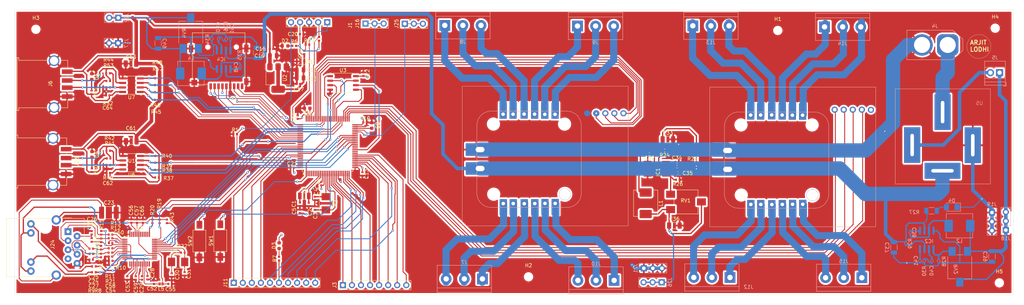
<source format=kicad_pcb>
(kicad_pcb (version 20240108) (generator "pcbnew") (generator_version "8.0")
  (layers (0 "F.Cu" signal) (1 "In1.Cu" signal) (2 "In2.Cu" signal) (31 "B.Cu" signal) (34 "B.Paste" user) (35 "F.Paste" user) (36 "B.SilkS" user "B.Silkscreen") (37 "F.SilkS" user "F.Silkscreen") (38 "B.Mask" user) (39 "F.Mask" user) (44 "Edge.Cuts" user))
  (net 0 "")
  (net 1 "GND")
  (net 2 "3V3")
  (net 3 "/SDIO D2")
  (net 4 "/SDIO CLK")
  (net 5 "/SDIO CMD")
  (net 6 "/SDIO D0")
  (net 7 "/SDIO D1")
  (net 8 "/SDIO D3")
  (net 9 "Net-(C24-Pad2)")
  (net 10 "Net-(U1-NRST)")
  (net 11 "Net-(C25-Pad2)")
  (net 13 "Net-(U4-1V2O)")
  (net 15 "Net-(U4-TOCAP)")
  (net 16 "Net-(U4-XO)")
  (net 18 "Net-(U1-PH1)")
  (net 20 "Net-(IC1-SW)")
  (net 21 "Net-(IC1-BS)")
  (net 22 "VIN")
  (net 24 "Net-(IC1-SS)")
  (net 25 "Net-(C35-Pad2)")
  (net 27 "Net-(IC1-COMP)")
  (net 28 "Net-(IC2-SW)")
  (net 29 "Net-(IC2-BS)")
  (net 30 "12v")
  (net 31 "Net-(C40-Pad2)")
  (net 32 "Net-(U1-PC15)")
  (net 33 "Net-(IC2-COMP)")
  (net 34 "Net-(IC2-SS)")
  (net 35 "Net-(C8-Pad1)")
  (net 39 "Net-(U1-PH0)")
  (net 41 "9v")
  (net 42 "Net-(U1-PC14)")
  (net 43 "Net-(C9-Pad1)")
  (net 44 "Net-(IC4-SW)")
  (net 45 "Net-(IC4-BS)")
  (net 48 "/BOOT0")
  (net 49 "Net-(IC4-COMP)")
  (net 50 "Net-(IC4-SS)")
  (net 52 "3V3A")
  (net 53 "Net-(D3-K)")
  (net 54 "Net-(D4-A)")
  (net 58 "Net-(J8-Pin_2)")
  (net 59 "Net-(J7-Pin_1)")
  (net 60 "Net-(J7-Pin_3)")
  (net 61 "Net-(J8-Pin_3)")
  (net 66 "Net-(J8-Pin_1)")
  (net 67 "Net-(J10-Pin_3)")
  (net 70 "5V")
  (net 71 "/QUADSPI BK1 IO3")
  (net 72 "/QUADSPI BK1 IO0")
  (net 73 "/QUADSPI CLK")
  (net 74 "/QUADSPI BK1 IO1")
  (net 75 "/QSPI BK1 NCS")
  (net 76 "Net-(J9-Pin_2)")
  (net 77 "Net-(J9-Pin_3)")
  (net 78 "Net-(J10-Pin_2)")
  (net 79 "Net-(J10-Pin_1)")
  (net 80 "Net-(J7-Pin_2)")
  (net 81 "Net-(J9-Pin_1)")
  (net 82 "Net-(J15-Pin_1)")
  (net 83 "Net-(J14-Pin_3)")
  (net 84 "Net-(J15-Pin_2)")
  (net 85 "Net-(J14-Pin_2)")
  (net 86 "Net-(J13-Pin_2)")
  (net 87 "Net-(J15-Pin_3)")
  (net 88 "Net-(J13-Pin_1)")
  (net 89 "Net-(J12-Pin_2)")
  (net 90 "Net-(J13-Pin_3)")
  (net 92 "Net-(J12-Pin_1)")
  (net 93 "Net-(J14-Pin_1)")
  (net 94 "Net-(J12-Pin_3)")
  (net 95 "Net-(IC1-EN)")
  (net 96 "Net-(IC1-FB)")
  (net 97 "Net-(IC2-EN)")
  (net 98 "Net-(IC2-FB)")
  (net 99 "Net-(IC4-FB)")
  (net 100 "Net-(IC4-EN)")
  (net 101 "/SWDIO")
  (net 102 "/SWCLK")
  (net 103 "Net-(J4-Pin_1)")
  (net 104 "Net-(J5-Pin_2)")
  (net 105 "/PA1")
  (net 106 "/ACTn")
  (net 107 "/LINKn")
  (net 108 "Net-(U4-RXN)")
  (net 109 "Net-(U4-RXP)")
  (net 110 "Net-(U4-TXP)")
  (net 111 "Net-(U4-TXN)")
  (net 112 "/INTn")
  (net 113 "/RSTn")
  (net 114 "Net-(U4-EXRES1)")
  (net 115 "Net-(U4-XI{slash}CLKIN)")
  (net 116 "/PE3")
  (net 117 "/ADC1")
  (net 118 "/SCL_I2C2")
  (net 119 "/RX_USART4")
  (net 120 "/TX_USART3")
  (net 121 "/PWM5")
  (net 122 "/PWM7")
  (net 123 "/SDA_I2C2")
  (net 124 "/ADC3")
  (net 125 "/PWM4")
  (net 126 "/PWM13")
  (net 127 "/PWM12")
  (net 128 "/SDA_I2C1")
  (net 129 "/ADC8")
  (net 130 "/CSn")
  (net 131 "/PWM1")
  (net 132 "/PWM6")
  (net 133 "/TX_USART4")
  (net 134 "/ADC7")
  (net 135 "/TX_USART2")
  (net 136 "/ADC2")
  (net 137 "/RX_USART2")
  (net 138 "/MOSI")
  (net 139 "/RX_USART3")
  (net 140 "/PWM15")
  (net 141 "/PWM8")
  (net 142 "/SCL_I2C1")
  (net 143 "/PWM18")
  (net 144 "/SCK")
  (net 145 "/PWM17")
  (net 146 "/PWM11")
  (net 147 "/ADC4")
  (net 148 "/PWM14")
  (net 149 "/PWM16")
  (net 150 "/ADC5")
  (net 151 "/PWM3")
  (net 152 "/ADC6")
  (net 153 "/MISO")
  (net 154 "/PWM10")
  (net 155 "/PWM9")
  (net 170 "Net-(D5-A)")
  (net 171 "Net-(D6-A)")
  (net 172 "Net-(J6-D-)")
  (net 173 "Net-(J6-D+)")
  (net 174 "Net-(J23-D-)")
  (net 175 "Net-(J23-D+)")
  (net 176 "/RE3")
  (net 177 "/DE3")
  (net 178 "/RE4")
  (net 179 "/DE4")
  (net 180 "Net-(C50-Pad2)")
  (net 181 "Net-(D2-A)")
  (net 182 "Net-(C23-Pad1)")
  (net 183 "Net-(J24-RD+)")
  (net 184 "Net-(J24-RD-)")
  (net 185 "Net-(J24-TCT)")
  (net 186 "Net-(J24-RCT)")
  (net 187 "Net-(J24-TD+)")
  (net 189 "Net-(J24-PadL3)")
  (net 190 "Net-(J24-TD-)")
  (net 191 "Net-(J24-PadL1)")
  (footprint "Capacitor_SMD:C_0402_1005Metric" (layer "F.Cu") (at 119.1 139.29 -90)
    (property "Reference" "C53")
    (property "Value" "100nF")
  )
  (footprint "Resistor_SMD:R_0402_1005Metric" (layer "F.Cu") (at 172.86 72.11 90)
    (property "Reference" "R4")
    (property "Value" "10K")
  )
  (footprint "Package_QFP:LQFP-100_14x14mm_P0.5mm" (layer "F.Cu") (at 175.3 102.26 90)
    (property "Reference" "U1")
    (property "Value" "STM32H743VITx")
  )
  (footprint "Resistor_SMD:R_0402_1005Metric" (layer "F.Cu") (at 113.78 103.54)
    (property "Reference" "R42")
    (property "Value" "120E")
  )
  (footprint "Resistor_SMD:R_0402_1005Metric" (layer "F.Cu") (at 127.41 87.12 180)
    (property "Reference" "R46")
    (property "Value" "10K")
  )
  (footprint "Capacitor_SMD:C_0402_1005Metric" (layer "F.Cu") (at 185.31 82.04 -90)
    (property "Reference" "C22")
    (property "Value" "104")
  )
  (footprint "MountingHole:MountingHole_2.1mm" (layer "F.Cu") (at 363.64 140.66)
    (property "Reference" "H5")
    (property "Value" "MountingHole")
  )
  (footprint "Connector_RJ:RJ45_Bel_SI-60062-F" (layer "F.Cu") (at 102.49 126.28 -90)
    (property "Reference" "J24")
    (property "Value" "RJ45_Bel_SI-60062-F")
  )
  (footprint "Resistor_SMD:R_0402_1005Metric" (layer "F.Cu") (at 134.68 132.18)
    (property "Reference" "R22")
    (property "Value" "1M")
  )
  (footprint "MountingHole:MountingHole_2.1mm" (layer "F.Cu") (at 362.48 69.13)
    (property "Reference" "H4")
    (property "Value" "MountingHole")
  )
  (footprint "SD CARD:SD CARD" (layer "F.Cu") (at 144.74 77.68 180)
    (property "Reference" "J2")
    (property "Value" "SD CARD")
  )
  (footprint "Potentiometer_SMD:Potentiometer_ACP_CA6-VSMD_Vertical" (layer "F.Cu") (at 275.785 117.91)
    (property "Reference" "RV1")
    (property "Value" "220K")
  )
  (footprint "Capacitor_SMD:C_1206_3216Metric" (layer "F.Cu") (at 272.525 124.56)
    (property "Reference" "C36")
    (property "Value" "10uF")
  )
  (footprint "Connector_PinHeader_2.54mm:PinHeader_1x03_P2.54mm_Vertical" (layer "F.Cu") (at 185.905 67.82 90)
    (property "Reference" "J16")
    (property "Value" "SDA")
  )
  (footprint "Package_SO:SOIC-8_3.9x4.9mm_P1.27mm" (layer "F.Cu") (at 120.285 85.135 180)
    (property "Reference" "U7")
    (property "Value" "MAX485E")
  )
  (footprint "Resistor_SMD:R_0402_1005Metric" (layer "F.Cu") (at 113.75 85.75)
    (property "Reference" "R52")
    (property "Value" "20K")
  )
  (footprint "Resistor_SMD:R_0402_1005Metric" (layer "F.Cu") (at 127.37 85.1 180)
    (property "Reference" "R47")
    (property "Value" "10K")
  )
  (footprint "Resistor_SMD:R_0402_1005Metric" (layer "F.Cu") (at 109.11 128.61 90)
    (property "Reference" "R14")
    (property "Value" "10E/1%")
  )
  (footprint "Resistor_SMD:R_0402_1005Metric" (layer "F.Cu") (at 113.71 81.8)
    (property "Reference" "R44")
    (property "Value" "120E")
  )
  (footprint "Capacitor_SMD:C_0402_1005Metric" (layer "F.Cu") (at 108.97 134.14 180)
    (property "Reference" "C27")
    (property "Value" "100nF")
  )
  (footprint "Resistor_SMD:R_0402_1005Metric" (layer "F.Cu") (at 127.49 106.91 180)
    (property "Reference" "R39")
    (property "Value" "10K")
  )
  (footprint "Capacitor_SMD:C_0402_1005Metric" (layer "F.Cu") (at 113.62 87.99)
    (property "Reference" "C64")
    (property "Value" "0.1uF")
  )
  (footprint "Resistor_SMD:R_0402_1005Metric" (layer "F.Cu") (at 113.76 83.95)
    (property "Reference" "R53")
    (property "Value" "20K")
  )
  (footprint "Resistor_SMD:R_0402_1005Metric" (layer "F.Cu") (at 127.5 105 180)
    (property "Reference" "R40")
    (property "Value" "10K")
  )
  (footprint "Resistor_SMD:R_0402_1005Metric" (layer "F.Cu") (at 273.24 108.02)
    (property "Reference" "R25")
    (property "Value" "8.2K")
  )
  (footprint "Capacitor_SMD:C_0402_1005Metric" (layer "F.Cu") (at 123.22 139.28 90)
    (property "Reference" "C29")
    (property "Value" "4.7uF_X5R")
  )
  (footprint "Resistor_SMD:R_0402_1005Metric" (layer "F.Cu") (at 114.4 128.12)
    (property "Reference" "R12")
    (property "Value" "3.3E")
  )
  (footprint "Crystal:Crystal_SMD_5032-2Pin_5.0x3.2mm" (layer "F.Cu") (at 133.36 134.78)
    (property "Reference" "Y3")
    (property "Value" "25MHz")
  )
  (footprint "MountingHole:MountingHole_2.1mm" (layer "F.Cu") (at 301.52 69.76)
    (property "Reference" "H1")
    (property "Value" "MountingHole")
  )
  (footprint "Resistor_SMD:R_0402_1005Metric" (layer "F.Cu") (at 113.81 107.56)
    (property "Reference" "R49")
    (property "Value" "20K")
  )
  (footprint "Capacitor_SMD:C_0603_1608Metric" (layer "F.Cu") (at 187.66 96.45 90)
    (property "Reference" "C8")
    (property "Value" "2.2uF")
  )
  (footprint "Package_SO:SOIC-8_5.23x5.23mm_P1.27mm" (layer "F.Cu") (at 179.59 84.5)
    (property "Reference" "U3")
    (property "Value" "W25Q16JVSS")
  )
  (footprint "Capacitor_SMD:C_0402_1005Metric" (layer "F.Cu") (at 171.69 116.95 -90)
    (property "Reference" "C4")
    (property "Value" "20pF")
  )
  (footprint "Crystal:Crystal_SMD_5032-2Pin_5.0x3.2mm" (layer "F.Cu") (at 174.79 118.31 -90)
    (property "Reference" "Y2")
    (property "Value" "25MHz")
  )
  (footprint "Resistor_SMD:R_0402_1005Metric" (layer "F.Cu") (at 111.79 126.59 -90)
    (property "Reference" "R15")
    (property "Value" "49.9E")
  )
  (footprint "Capacitor_SMD:C_0402_1005Metric" (layer "F.Cu") (at 114.43 135.64 180)
    (property "Reference" "C54")
    (property "Value" "100nF")
  )
  (footprint "Capacitor_SMD:C_0402_1005Metric" (layer "F.Cu") (at 273.27 106.7)
    (property "Reference" "C34")
    (property "Value" "100nF")
  )
  (footprint "Capacitor_SMD:C_0402_1005Metric" (layer "F.Cu") (at 167.12 84.76 180)
    (property "Reference" "C17")
    (property "Value" "104")
  )
  (footprint "Connector_PinHeader_2.54mm:PinHeader_1x03_P2.54mm_Vertical" (layer "F.Cu") (at 196.925 67.87 90)
    (property "Reference" "J25")
    (property "Value" "SCL")
  )
  (footprint "Resistor_SMD:R_0402_1005Metric" (layer "F.Cu") (at 169.63 73.76)
    (property "Reference" "R5")
    (property "Value" "10K")
  )
  (footprint "LED_SMD:LED_0603_1608Metric" (layer "F.Cu") (at 109.2 104.5625 -90)
    (property "Reference" "D5")
    (property "Value" "LED")
  )
  (footprint "Capacitor_SMD:C_1206_3216Metric" (layer "F.Cu") (at 120.135 79.07)
    (property "Reference" "C63")
    (property "Value" "10uF")
  )
  (footprint "Resistor_SMD:R_0402_1005Metric" (layer "F.Cu") (at 114.38 132.17)
    (property "Reference" "R11")
    (property "Value" "3.3E")
  )
  (footprint "Capacitor_SMD:C_0402_1005Metric" (layer "F.Cu") (at 165.35 108.3)
    (property "Reference" "C21")
    (property "Value" "104")
  )
  (footprint "Capacitor_SMD:C_0402_1005Metric" (layer "F.Cu") (at 185.04 110.06 -90)
    (property "Reference" "C13")
    (property "Value" "104")
  )
  (footprint "Resistor_SMD:R_0402_1005Metric" (layer "F.Cu") (at 109.09 87.16 -90)
    (property "Reference" "R51")
    (property "Value" "1K")
  )
  (footprint "Capacitor_SMD:C_0402_1005Metric" (layer "F.Cu") (at 167.99 70.79 180)
    (property "Reference" "C20")
    (property "Value" "104")
  )
  (footprint "Diode_SMD:D_SOD-323" (layer "F.Cu") (at 167.6875 78.44 180)
    (property "Reference" "D1")
    (property "Value" "D")
  )
  (footprint "Inductor_SMD:L_Abracon_ASPI-0630LR" (layer "F.Cu") (at 264.47 118.3 -90)
    (property "Reference" "L1")
    (property "Value" "10uH")
  )
  (footprint "Capacitor_SMD:C_0805_2012Metric" (layer "F.Cu") (at 167.58 83.09 180)
    (property "Reference" "C18")
    (property "Value" "106")
  )
  (footprint "MountingHole:MountingHole_2.1mm" (layer "F.Cu") (at 93.47 69.44)
    (property "Reference" "H3")
    (property "Value" "MountingHole")
  )
  (footprint "LED_SMD:LED_0603_1608Metric" (layer "F.Cu") (at 163.3425 74.1)
    (property "Reference" "D2")
    (property "Value" "LED")
  )
  (footprint "Capacitor_SMD:C_0402_1005Metric" (layer "F.Cu") (at 124.77 139.21 90)
    (property "Reference" "C28")
    (property "Value" "100nF")
  )
  (footprint "Resistor_SMD:R_0402_1005Metric" (layer "F.Cu") (at 113.86 105.7)
    (property "Reference" "R41")
    (property "Value" "20K")
  )
  (footprint "dc-dc:MP2307" (layer "F.Cu") (at 267.6 108.59 -90)
    (property "Reference" "IC1")
    (property "Value" "MP2307")
  )
  (footprint "Capacitor_SMD:C_0402_1005Metric" (layer "F.Cu") (at 126.59 140.48 90)
    (property "Reference" "C52")
    (property "Value" "1uF")
  )
  (footprint "Capacitor_SMD:C_0402_1005Metric" (layer "F.Cu") (at 121.83 123.32 90)
    (property "Reference" "C57")
    (property "Value" "100nF")
  )
  (footprint "Capacitor_SMD:C_0402_1005Metric" (layer "F.Cu") (at 265.52 104.46 180)
    (property "Reference" "C32")
    (property "Value" "10nF")
  )
  (footprint "Resistor_SMD:R_0402_1005Metric" (layer "F.Cu") (at 109.75 136.03)
    (property "Reference" "R9")
    (property "Value" "470E")
  )
  (footprint "Resistor_SMD:R_0402_1005Metric" (layer "F.Cu") (at 127.33 89.24 180)
    (property "Reference" "R45")
    (property "Value" "10K")
  )
  (footprint "Crystal:Crystal_SMD_3215-2Pin_3.2x1.5mm" (layer "F.Cu") (at 168.74 116.22)
    (property "Reference" "Y1")
    (property "Value" "32.768K")
  )
  (footprint "Capacitor_SMD:C_0402_1005Metric" (layer "F.Cu") (at 131.56 138.46 -90)
    (property "Reference" "C30")
    (property "Value" "18pF")
  )
  (footprint "LED_SMD:LED_0603_1608Metric" (layer "F.Cu") (at 161.68 130.2075 90)
    (property "Reference" "D3")
    (property "Value" "LED")
  )
  (footprint "Resistor_SMD:R_0402_1005Metric" (layer "F.Cu") (at 128.15 123.39 -90)
    (property "Reference" "R19")
    (property "Value" "4.7K")
  )
  (footprint "Connector_PinHeader_2.54mm:PinHeader_1x08_P2.54mm_Vertical" (layer "F.Cu") (at 179.56 141.3 90)
    (property "Reference" "J3")
    (property "Value" "ADC")
  )
  (footprint "Resistor_SMD:R_0402_1005Metric" (layer "F.Cu") (at 130.22 123.38 90)
    (property "Reference" "R43")
    (property "Value" "4.7K")
  )
  (footprint "Connector_PinHeader_2.54mm:PinHeader_1x10_P2.54mm_Vertical" (layer "F.Cu") (at 148.95 140.64 90)
    (property "Reference" "J11")
    (property "Value" "Conn_01x10_Pin")
  )
  (footprint "Resistor_SMD:R_0402_1005Metric" (layer "F.Cu") (at 111.73 132.97 90)
    (property "Reference" "R17")
    (property "Value" "49.9E")
  )
  (footprint "Resistor_SMD:R_0402_1005Metric" (layer "F.Cu") (at 114.4 127.1)
    (property "Reference" "R13")
    (property "Value" "3.3E")
  )
  (footprint "Capacitor_SMD:C_0402_1005Metric" (layer "F.Cu") (at 123.49 123.32 90)
    (property "Reference" "C65")
    (property "Value" "4.7uF")
  )
  (footprint "Capacitor_SMD:C_0402_1005Metric" (layer "F.Cu") (at 135.19 138.12 -90)
    (property "Reference" "C31")
    (property "Value" "18pF")
  )
  (footprint "Capacitor_SMD:C_0402_1005Metric" (layer "F.Cu") (at 169.99 118.64 -90)
    (property "Reference" "C2")
    (property "Value" "10pF")
  )
  (footprint "Capacitor_SMD:C_0402_1005Metric" (layer "F.Cu") (at 114.4 133.27 180)
    (property "Reference" "C58")
    (property "Value" "100nF")
  )
  (footprint "Capacitor_SMD:C_0402_1005Metric" (layer "F.Cu") (at 166.89 94.11 90)
    (property "Reference" "C14")
    (property "Value" "104")
  )
  (footprint "Package_QFP:LQFP-48_7x7mm_P0.5mm" (layer "F.Cu") (at 122.5825 131.18)
    (property "Reference" "U4")
    (property "Value" "W5500")
  )
  (footprint "Capacitor_SMD:C_0402_1005Metric" (layer "F.Cu") (at 108.99 131.05)
    (property "Reference" "C25")
    (property "Value" "6.8nF")
  )
  (footprint "Capacitor_SMD:C_0402_1005Metric" (layer "F.Cu") (at 109.11 126.58 -90)
    (property "Reference" "C26")
    (property "Value" "22nF")
  )
  (footprint "Capacitor_SMD:C_0805_2012Metric" (layer "F.Cu") (at 167.58 80.84 180)
    (property "Reference" "C15")
    (property "Value" "106")
  )
  (footprint "Capacitor_SMD:C_0402_1005Metric" (layer "F.Cu") (at 131.11 140.95)
    (property "Reference" "C55")
    (property "Value" "1uF")
  )
  (footprint "Connector_PinSocket_2.54mm:PinSocket_1x05_P2.54mm_Vertical" (layer "F.Cu") (at 175.18 67.45 -90)
    (property "Reference" "J1")
    (property "Value" "Conn_01x05_Pin")
  )
  (footprint "Button_Switch_SMD:SW_SPST_FSMSM" (layer "F.Cu") (at 145.19 128.8 90)
    (property "Reference" "SW1")
    (property "Value" "SW_Push")
  )
  (footprint "Resistor_SMD:R_0402_1005Metric" (layer "F.Cu") (at 269.79 103.46 180)
    (property "Reference" "R24")
    (property "Value" "100K")
  )
  (footprint "Capacitor_SMD:C_1206_3216Metric" (layer "F.Cu") (at 270.7 100.35)
    (property "Reference" "C33")
    (property "Value" "10uF")
  )
  (footprint "Button_Switch_SMD:SW_SPST_FSMSM" (layer "F.Cu") (at 139.33 128.92 90)
    (property "Reference" "SW2")
    (property "Value" "SW_Push")
  )
  (footprint "Resistor_SMD:R_0402_1005Metric" (layer "F.Cu") (at 109.73 137.68)
    (property "Reference" "R8")
    (property "Value" "470E")
  )
  (footprint "Capacitor_SMD:C_0402_1005Metric" (layer "F.Cu") (at 273.54 109.78)
    (property "Reference" "C35")
    (property "Value" "4.7nF")
  )
  (footprint "Capacitor_SMD:C_0402_1005Metric" (layer "F.Cu") (at 171.68 119.67 90)
    (property "Reference" "C3")
    (property "Value" "20pF")
  )
  (footprint "MountingHole:MountingHole_2.1mm" (layer "F.Cu") (at 231.62 138.96)
    (property "Reference" "H2")
    (property "Value" "MountingHole")
  )
  (footprint "Resistor_SMD:R_0402_1005Metric" (layer "F.Cu") (at 114.43 134.47)
    (property "Reference" "R21")
    (property "Value" "12.4K/1%")
  )
  (footprint "Resistor_SMD:R_0402_1005Metric" (layer "F.Cu") (at 149.36 98.85)
    (property "Reference" "R1")
    (property "Value" "10K")
  )
  (footprint "Package_SO:SOIC-8_3.9x4.9mm_P1.27mm" (layer "F.Cu") (at 120.325 106.905 180)
    (property "Reference" "U6")
    (property "Value" "MAX485E")
  )
  (footprint "Resistor_SMD:R_0402_1005Metric" (layer "F.Cu") (at 127.42 108.93 180)
    (property "Reference" "R38")
    (property "Value" "10K")
  )
  (footprint "Capacitor_SMD:C_0402_1005Metric" (layer "F.Cu") (at 159.55 74.94)
    (property "Reference" "C16")
    (property "Value" "104")
  )
  (footprint "LED_SMD:LED_0603_1608Metric" (layer "F.Cu") (at 109.15 82.7225 -90)
    (property "Reference" "D6")
    (property "Value" "LED")
  )
  (footprint "Resistor_SMD:R_0402_1005Metric" (layer "F.Cu") (at 114.4 130.95)
    (property "Reference" "R10")
    (property "Value" "3.3E")
  )
  (footprint "Capacitor_SMD:C_0805_2012Metric" (layer "F.Cu") (at 160.04 76.82)
    (property "Reference" "C19")
    (property "Value" "106")
  )
  (footprint "Capacitor_SMD:C_0402_1005Metric" (layer "F.Cu") (at 114.43 129.47 180)
    (property "Reference" "C60")
    (property "Value" "100nF")
  )
  (footprint "Capacitor_SMD:C_0402_1005Metric" (layer "F.Cu") (at 109.03 132.5)
    (property "Reference" "C24")
    (property "Value" "6.8nF")
  )
  (footprint "Resistor_SMD:R_0402_1005Metric" (layer "F.Cu") (at 273.49 111.69 180)
    (property "Reference" "R26")
    (property "Value" "8.2K")
  )
  (footprint "Resistor_SMD:R_0402_1005Metric" (layer "F.Cu") (at 165.92 74.08)
    (property "Reference" "R6")
    (property "Value" "510E")
  )
  (footprint "Capacitor_SMD:C_0402_1005Metric" (layer "F.Cu") (at 185.76 95.57)
    (property "Reference" "C10")
    (property "Value" "104")
  )
  (footprint "Resistor_SMD:R_0402_1005Metric" (layer "F.Cu") (at 161.67 133.85 90)
    (property "Reference" "R7")
    (property "Value" "510E")
  )
  (footprint "Capacitor_SMD:C_1206_3216Metric" (layer "F.Cu") (at 120.225 100.9)
    (property "Reference" "C61")
    (property "Value" "10uF")
  )
  (footprint "Inductor_SMD:L_TDK_MLZ1608" (layer "F.Cu") (at 128.59 140.95 180)
    (property "Reference" "L5")
    (property "Value" "HH-1M1608-121JT")
  )
  (footprint "Capacitor_SMD:C_0402_1005Metric" (layer "F.Cu") (at 121.47 139.29 -90)
    (property "Reference" "C59")
    (property "Value" "100nF")
  )
  (footprint "Capacitor_SMD:C_0402_1005Metric" (layer "F.Cu") (at 173.52 112.78 90)
    (property "Reference" "C11")
    (property "Value" "104")
  )
  (footprint "Capacitor_SMD:C_0603_1608Metric" (layer "F.Cu") (at 169.55 91.62 180)
    (property "Reference" "C9")
    (property "Value" "2.2uF")
  )
  (footprint "Resistor_SMD:R_0402_1005Metric" (layer "F.Cu") (at 127.43 111.06 180)
    (property "Reference" "R37")
    (property "Value" "10K")
  )
  (footprint "Capacitor_SMD:C_0402_1005Metric" (layer "F.Cu") (at 167.49 120.57 -90)
    (property "Reference" "C5")
    (property "Value" "104")
  )
  (footprint "Resistor_SMD:R_0402_1005Metric" (layer "F.Cu") (at 111.76 128.71 90)
    (property "Reference" "R16")
    (property "Value" "49.9E")
  )
  (footprint "Capacitor_SMD:C_0402_1005Metric" (layer "F.Cu") (at 168.73 75.95 90)
    (property "Reference" "C12")
    (property "Value" "104")
  )
  (footprint "Capacitor_SMD:C_1812_4532Metric" (layer "F.Cu") (at 113.95 120.94)
    (property "Reference" "C23")
    (property "Value" "1nF/2kV")
  )
  (footprint "Capacitor_SMD:C_0402_1005Metric" (layer "F.Cu") (at 113.79 109.77)
    (property "Reference" "C62")
    (property "Value" "0.1uF")
  )
  (footprint "Connector_USB:USB_A_TE_292303-7_Horizontal" (layer "F.Cu") (at 95.58 106.6 -90)
    (property "Reference" "J23")
    (property "Value" "USB_A")
  )
  (footprint "Resistor_SMD:R_0402_1005Metric" (layer "F.Cu") (at 127.44 83.19 180)
    (property "Reference" "R48")
    (property "Value" "10K")
  )
  (footprint "Connector_USB:USB_A_TE_292303-7_Horizontal" (layer "F.Cu") (at 95.87 84.82 -90)
    (property "Reference" "J6")
    (property "Value" "USB_A")
  )
  (footprint "Package_TO_SOT_SMD:SOT-223-3_TabPin2" (layer "F.Cu") (at 161.4 83.13 -90)
    (property "Reference" "U2")
    (property "Value" "AMS1117-3.3")
  )
  (footprint "Resistor_SMD:R_0402_1005Metric" (layer "F.Cu") (at 111.76 130.77 -90)
    (property "Reference" "R18")
    (property "Value" "49.9E")
  )
  (footprint "Resistor_SMD:R_0402_1005Metric" (layer "F.Cu") (at 109.18 109.01 -90)
    (property "Reference" "R50")
    (property "Value" "1K")
  )
  (footprint "Capacitor_SMD:C_0402_1005Metric" (layer "F.Cu") (at 167.5 118.58 -90)
    (property "Reference" "C1")
    (property "Value" "10pF")
  )
  (footprint "Resistor_SMD:R_0402_1005Metric" (layer "F.Cu") (at 126.15 123.35 -90)
    (property "Reference" "R20")
    (property "Value" "4.7K")
  )
  (footprint "Capacitor_SMD:C_0402_1005Metric" (layer "F.Cu") (at 120.24 123.3 90)
    (property "Reference" "C56")
    (property "Value" "100nF")
  )
  (footprint "TerminalBlock:TerminalBlock_Xinya_XY308-2.54-2P_1x02_P2.54mm_Horizontal" (layer "B.Cu") (at 363.7 81.62 180)
    (property "Reference" "J5")
    (property "Value" "relay supply")
  )
  (footprint "Resistor_SMD:R_0402_1005Metric" (layer "B.Cu") (at 337.46 129.595 90)
    (property "Reference" "R29")
    (property "Value" "100K")
  )
  (footprint "LED_SMD:LED_1206_3216Metric_Pad1.42x1.75mm_HandSolder" (layer "B.Cu") (at 350.3 119.38 180)
    (property "Reference" "D4")
    (property "Value" "LED")
  )
  (footprint "Resistor_SMD:R_0402_1005Metric" (layer "B.Cu") (at 346.63 134.475 90)
    (property "Reference" "R28")
    (property "Value" "8.2K")
  )
  (footprint "TerminalBlock:TerminalBlock_bornier-3_P5.08mm" (layer "B.Cu") (at 314.63 68.75)
    (property "Reference" "J14")
    (property "Value" "MOTOR7")
  )
  (footprint "Capacitor_SMD:C_1206_3216Metric" (layer "B.Cu") (at 361.6 133.24 -90)
    (property "Reference" "C39")
    (property "Value" "10uF")
  )
  (footprint "TerminalBlock:TerminalBlock_bornier-3_P5.08mm" (layer "B.Cu") (at 218.69 139.54 180)
    (property "Reference" "J7")
    (property "Value" "MOTOR1")
  )
  (footprint "relay:realy80A" (layer "B.Cu") (at 361.14 86.17 180)
    (property "Reference" "U5")
    (property "Value" "~")
  )
  (footprint "Capacitor_SMD:C_0402_1005Metric" (layer "B.Cu") (at 344.73 134.475 -90)
    (property "Reference" "C40")
    (property "Value" "4.7nF")
  )
  (footprint "Capacitor_SMD:C_0402_1005Metric" (layer "B.Cu") (at 150.775 80.1 -90)
    (property "Reference" "C48")
    (property "Value" "10nF")
  )
  (footprint "Capacitor_SMD:C_0402_1005Metric" (layer "B.Cu") (at 148.015 72.1 90)
    (property "Reference" "C51")
    (property "Value" "100nF")
  )
  (footprint "dc-dc:MP2307" (layer "B.Cu") (at 343.28 128.575)
    (property "Reference" "IC2")
    (property "Value" "MP2307")
  )
  (footprint "Connector_PinHeader_2.54mm:PinHeader_1x03_P2.54mm_Vertical" (layer "B.Cu") (at 361.58 120.9 180)
    (property "Reference" "J19")
    (property "Value" "GND")
  )
  (footprint "Connector_PinHeader_2.54mm:PinHeader_1x03_P2.54mm_Vertical" (layer "B.Cu") (at 365.46 125.84)
    (property "Reference" "J18")
    (property "Value" "+12v")
  )
  (footprint "Inductor_SMD:L_Abracon_ASPI-0630LR" (layer "B.Cu") (at 352.46 124.615)
    (property "Reference" "L2")
    (property "Value" "10uH")
  )
  (footprint "TerminalBlock:TerminalBlock_bornier-3_P5.08mm" (layer "B.Cu") (at 325.08 139.22 180)
    (property "Reference" "J15")
    (property "Value" "MOTOR6")
  )
  (footprint "Resistor_SMD:R_0402_1005Metric" (layer "B.Cu") (at 151.925 77.04 -90)
    (property "Reference" "R35")
    (property "Value" "100K")
  )
  (footprint "Capacitor_SMD:C_0402_1005Metric" (layer "B.Cu") (at 341.42 134.445 -90)
    (property "Reference" "C41")
    (property "Value" "100nF")
  )
  (footprint "TerminalBlock:TerminalBlock_bornier-3_P5.08mm" (layer "B.Cu") (at 255.625 139.965 180)
    (property "Reference" "J10")
    (property "Value" "MOTOR2")
  )
  (footprint "Connector_PinHeader_2.54mm:PinHeader_1x02_P2.54mm_Vertical" (layer "B.Cu") (at 116.53 73.315 90)
    (property "Reference" "J17")
    (property "Value" "GND")
  )
  (footprint "dc-dc:MP2307" (layer "B.Cu") (at 146.135 77.98 180)
    (property "Reference" "IC4")
    (property "Value" "MP2307")
  )
  (footprint "Potentiometer_SMD:Potentiometer_ACP_CA6-VSMD_Vertical" (layer "B.Cu") (at 136.895 70.52 90)
    (property "Reference" "RV4")
    (property "Value" "220K")
  )
  (footprint "Inductor_SMD:L_Abracon_ASPI-0630LR" (layer "B.Cu") (at 136.965 81.84 180)
    (property "Reference" "L4")
    (property "Value" "10uH")
  )
  (footprint "Resistor_SMD:R_0402_1005Metric" (layer "B.Cu") (at 342.59 134.445 -90)
    (property "Reference" "R30")
    (property "Value" "8.2K")
  )
  (footprint "Capacitor_SMD:C_0402_1005Metric" (layer "B.Cu") (at 338.66 126.475 90)
    (property "Reference" "C38")
    (property "Value" "10nF")
  )
  (footprint "Capacitor_SMD:C_1206_3216Metric" (layer "B.Cu") (at 155.375 76.045 90)
    (property "Reference" "C47")
    (property "Value" "10uF")
  )
  (footprint "Connector_AMASS:AMASS_XT60-F_1x02_P7.20mm_Vertical" (layer "B.Cu") (at 349.17 73.83 180)
    (property "Reference" "J4")
    (property "Value" "XT 60 MALE")
  )
  (footprint "Resistor_SMD:R_0402_1005Metric" (layer "B.Cu") (at 142.805 72.13 -90)
    (property "Reference" "R34")
    (property "Value" "8.2K")
  )
  (footprint "TerminalBlock:TerminalBlock_bornier-3_P5.08mm" (layer "B.Cu") (at 277.69 68.45)
    (property "Reference" "J13")
    (property "Value" "MOTOR8")
  )
  (footprint "TerminalBlock:TerminalBlock_bornier-3_P5.08mm" (layer "B.Cu") (at 208.135 68.325)
    (property "Reference" "J8")
    (property "Value" "MOTOR4")
  )
  (footprint "Resistor_SMD:R_1206_3216Metric" (layer "B.Cu") (at 344.63 120.41 180)
    (property "Reference" "R27")
    (property "Value" "R")
  )
  (footprint "Capacitor_SMD:C_1206_3216Metric" (layer "B.Cu") (at 334.08 130.68 -90)
    (property "Reference" "C37")
    (property "Value" "10uF")
  )
  (footprint "Capacitor_SMD:C_0402_1005Metric" (layer "B.Cu") (at 144.685 72.13 90)
    (property "Reference" "C50")
    (property "Value" "4.7nF")
  )
  (footprint "Capacitor_SMD:C_1206_3216Metric" (layer "B.Cu") (at 127.765 73.38 90)
    (property "Reference" "C49")
    (property "Value" "10uF")
  )
  (footprint "TerminalBlock:TerminalBlock_bornier-3_P5.08mm" (layer "B.Cu") (at 288.12 139.14 180)
    (property "Reference" "J12")
    (property "Value" "MOTOR5")
  )
  (footprint "Connector_PinHeader_2.54mm:PinHeader_1x02_P2.54mm_Vertical" (layer "B.Cu") (at 116.58 66.195 90)
    (property "Reference" "J22")
    (property "Value" "+5v")
  )
  (footprint "TerminalBlock:TerminalBlock_bornier-3_P5.08mm" (layer "B.Cu") (at 245.345 68.515)
    (property "Reference" "J9")
    (property "Value" "MOTOR3")
  )
  (footprint "modules_arduino_mega:Arduino_Mega2560_R3_2" (layer "B.Cu") (at 284.485 119.635)
    (property "Reference" "E2" (hide yes))
    (property "Value" "~" (hide yes))
  )
  (footprint "Resistor_SMD:R_0402_1005Metric" (layer "B.Cu") (at 146.795 72.19 90)
    (property "Reference" "R36")
    (property "Value" "8.2K")
  )
  (footprint "Connector_PinHeader_2.54mm:PinHeader_1x03_P2.54mm_Vertical" (layer "B.Cu") (at 268.96 140.5 90)
    (property "Reference" "J26")
    (property "Value" "+9V")
  )
  (footprint "Potentiometer_SMD:Potentiometer_ACP_CA6-VSMD_Vertical" (layer "B.Cu") (at 352.55 136.135 -90)
    (property "Reference" "RV2")
    (property "Value" "220K")
  )
  (footprint "Connector_PinHeader_2.54mm:PinHeader_1x03_P2.54mm_Vertical" (layer "B.Cu") (at 263.95 136.56 -90)
    (property "Reference" "J21")
    (property "Value" "GND")
  )
  (footprint "modules_arduino_mega:Arduino_Mega2560_R3_2" (layer "B.Cu") (at 215.065 119.395)
    (property "Reference" "E1" (hide yes))
    (property "Value" "~" (hide yes))
  )
  (gr_circle (center 357.915182 74.26) (end 361.28 74.26) (stroke (width 0.05)) (fill none) (layer "F.SilkS"))
  (gr_rect (start 87.54 64.01) (end 367.54 144.01) (stroke (width 0.05)) (fill none) (layer "Edge.Cuts"))
  (gr_text "ARJIT\nLODHI\n" (at 355.295182 75.78 0) (layer "F.SilkS") (effects (font (size 1.2 1.2) (thickness 0.24) (bold yes)) (justify left bottom)))
  (segment (start 117.19 105) (end 116.95 104.76) (width 0.355) (layer "F.Cu") (net 1))
  (segment (start 121.3325 135.3425) (end 121.3325 136.9675) (width 0.2) (layer "F.Cu") (net 1))
  (segment (start 175.99 88) (end 176.07 88.08) (width 0.255) (layer "F.Cu") (net 1))
  (segment (start 126.745 131.93) (end 128.46 131.93) (width 0.2) (layer "F.Cu") (net 1))
  (segment (start 268.95 113.3) (end 268.95 117) (width 0.355) (layer "F.Cu") (net 1))
  (segment (start 167.49 119.07) (end 167.5 119.06) (width 0.255) (layer "F.Cu") (net 1))
  (segment (start 163.7 79.98) (end 163.7 80.02) (width 1) (layer "F.Cu") (net 1))
  (segment (start 124.77 139.69) (end 125.77 139.69) (width 0.255) (layer "F.Cu") (net 1))
  (segment (start 123.47 122.82) (end 123.49 122.84) (width 0.255) (layer "F.Cu") (net 1))
  (segment (start 173.1675 112.6525) (end 172.7675 112.6525) (width 0.255) (layer "F.Cu") (net 1))
  (segment (start 116.85 82.95) (end 116.85 79.76) (width 0.355) (layer "F.Cu") (net 1))
  (segment (start 120.24 122.82) (end 123.47 122.82) (width 0.255) (layer "F.Cu") (net 1))
  (segment (start 166.63 83.09) (end 166.63 80.84) (width 1) (layer "F.Cu") (net 1))
  (segment (start 185.04 110.54) (end 186.15 110.54) (width 0.255) (layer "F.Cu") (net 1))
  (segment (start 178.3 111.51) (end 178.98 112.19) (width 0.255) (layer "F.Cu") (net 1))
  (segment (start 169.12 71.44) (end 168.47 70.79) (width 0.2) (layer "F.Cu") (net 1))
  (segment (start 116.95 102.74) (end 117 102.69) (width 0.355) (layer "F.Cu") (net 1))
  (segment (start 122.29 140.87) (end 122.29 140.89) (width 0.2) (layer "F.Cu") (net 1))
  (segment (start 113.2 86.95) (end 113.2 87.95) (width 0.355) (layer "F.Cu") (net 1))
  (segment (start 160.66 74.94) (end 161.01 75.29) (width 0.5) (layer "F.Cu") (net 1))
  (segment (start 273.75 106.7) (end 273.75 108.02) (width 0.355) (layer "F.Cu") (net 1))
  (segment (start 116.6 132.67) (end 116.72 132.61) (width 0.2) (layer "F.Cu") (net 1))
  (segment (start 122.35 139.63) (end 122.35 140.83) (width 0.2) (layer "F.Cu") (net 1))
  (segment (start 274 124.56) (end 274 117.88) (width 0.355) (layer "F.Cu") (net 1))
  (segment (start 114.21 128.81) (end 115.96 128.81) (width 0.2) (layer "F.Cu") (net 1))
  (segment (start 186.24 95.57) (end 186.24 94.91) (width 0.255) (layer "F.Cu") (net 1))
  (segment (start 163.7 77.73) (end 163.7 79.98) (width 0.5) (layer "F.Cu") (net 1))
  (segment (start 121.3325 136.9675) (end 121.3325 137.3975) (width 0.2) (layer "F.Cu") (net 1))
  (segment (start 113.94 129.08) (end 114.21 128.81) (width 0.2) (layer "F.Cu") (net 1))
  (segment (start 129.4 132.87) (end 129.4 133.67) (width 0.2) (layer "F.Cu") (net 1))
  (segment (start 178.3 109.935) (end 178.3 111.51) (width 0.255) (layer "F.Cu") (net 1))
  (segment (start 167.5 119.06) (end 171.55 119.06) (width 0.355) (layer "F.Cu") (net 1))
  (segment (start 113.95 129.09) (end 113.95 129.47) (width 0.2) (layer "F.Cu") (net 1))
  (segment (start 166.6375 80.8325) (end 166.63 80.84) (width 0.5) (layer "F.Cu") (net 1))
  (segment (start 113.3 109.76) (end 113.31 109.77) (width 0.355) (layer "F.Cu") (net 1))
  (segment (start 169.8 94.585) (end 169.8 93.1) (width 0.255) (layer "F.Cu") (net 1))
  (segment (start 167.72 91.62) (end 168.775 91.62) (width 0.255) (layer "F.Cu") (net 1))
  (segment (start 122.39 139.76) (end 123.22 139.76) (width 0.2) (layer "F.Cu") (net 1))
  (segment (start 113.3 107.56) (end 113.3 109.76) (width 0.355) (layer "F.Cu") (net 1))
  (segment (start 186.63 94.48) (end 186.67 94.48) (width 0.255) (layer "F.Cu") (net 1))
  (segment (start 108.14 125.67) (end 108.14 125.48) (width 0.2) (layer "F.Cu") (net 1))
  (segment (start 164.87 107.8) (end 164.87 108.3) (width 0.255) (layer "F.Cu") (net 1))
  (segment (start 117.85 105) (end 117.19 105) (width 0.355) (layer "F.Cu") (net 1))
  (segment (start 333.99 117.13) (end 331.52 114.66) (width 1) (layer "F.Cu") (net 1))
  (segment (start 268.95 117) (end 269.83 117.88) (width 0.355) (layer "F.Cu") (net 1))
  (segment (start 268.09 112.44) (end 268.95 113.3) (width 0.355) (layer "F.Cu") (net 1))
  (segment (start 116.95 104.76) (end 116.95 102.74) (width 0.355) (layer "F.Cu") (net 1))
  (segment (start 171.68 119.19) (end 171.68 117.44) (width 0.355) (layer "F.Cu") (net 1))
  (segment (start 274.44 111.69) (end 274 111.69) (width 0.355) (layer "F.Cu") (net 1))
  (segment (start 160.03 74.94) (end 160.66 74.94) (width 0.5) (layer "F.Cu") (net 1))
  (segment (start 113.25 86.9) (end 113.2 86.95) (width 0.355) (layer "F.Cu") (net 1))
  (segment (start 125.77 139.69) (end 125.82 139.74) (width 0.255) (layer "F.Cu") (net 1))
  (segment (start 170.1 69.7) (end 170.1 67.45) (width 0.2) (layer "F.Cu") (net 1))
  (segment (start 186.24 96.46) (end 186.24 95.57) (width 0.255) (layer "F.Cu") (net 1))
  (segment (start 265 111.78) (end 265.66 112.44) (width 0.355) (layer "F.Cu") (net 1))
  (segment (start 164.52 80.84) (end 166.63 80.84) (width 1) (layer "F.Cu") (net 1))
  (segment (start 117.52 79.09) (end 118.65 79.09) (width 0.355) (layer "F.Cu") (net 1))
  (segment (start 128.46 131.93) (end 128.82 132.29) (width 0.2) (layer "F.Cu") (net 1))
  (segment (start 169.12 73.76) (end 169.12 71.44) (width 0.2) (layer "F.Cu") (net 1))
  (segment (start 125.87 139.69) (end 126.28 139.69) (width 0.255) (layer "F.Cu") (net 1))
  (segment (start 121.3325 137.3975) (end 121.03 137.7) (width 0.2) (layer "F.Cu") (net 1))
  (segment (start 166.89 92.45) (end 167.72 91.62) (width 0.255) (layer "F.Cu") (net 1))
  (segment (start 120.3325 135.3425) (end 120.3325 136.4775) (width 0.2) (layer "F.Cu") (net 1))
  (segment (start 173.8 109.935) (end 173.8 112.02) (width 0.255) (layer "F.Cu") (net 1))
  (segment (start 116 116.69) (end 113.31 114) (width 0.355) (layer "F.Cu") (net 1))
  (segment (start 274.75 108.36) (end 274.75 111.38) (width 0.355) (layer "F.Cu") (net 1))
  (segment (start 122.29 140.89) (end 122.26 140.92) (width 0.2) (layer "F.Cu") (net 1))
  (segment (start 265 110.495) (end 265 111.78) (width 0.355) (layer "F.Cu") (net 1))
  (segment (start 168.69 90.65) (end 168.99 90.35) (width 0.255) (layer "F.Cu") (net 1))
  (segment (start 122.8325 135.3425) (end 122.8325 137.3675) (width 0.2) (layer "F.Cu") (net 1))
  (segment (start 117.62 100.9) (end 118.75 100.9) (width 0.355) (layer "F.Cu") (net 1))
  (segment (start 119.66 122.82) (end 120.24 122.82) (width 0.255) (layer "F.Cu") (net 1))
  (segment (start 273.72 101.78) (end 273.75 101.81) (width 0.355) (layer "F.Cu") (net 1))
  (segment (start 183.73 108.26) (end 184.23 108.76) (width 0.255) (layer "F.Cu") (net 1))
  (segment (start 108.57 126.1) (end 108.14 125.67) (width 0.2) (layer "F.Cu") (net 1))
  (segment (start 274 117.88) (end 274 111.69) (width 0.355) (layer "F.Cu") (net 1))
  (segment (start 122.35 140.83) (end 122.31 140.87) (width 0.2) (layer "F.Cu") (net 1))
  (segment (start 116.95 101.57) (end 117.62 100.9) (width 0.355) (layer "F.Cu") (net 1))
  (segment (start 113.31 114) (end 113.31 109.77) (width 0.355) (layer "F.Cu") (net 1))
  (segment (start 160.99 76.82) (end 162.79 76.82) (width 0.5) (layer "F.Cu") (net 1))
  (segment (start 163.7 80.02) (end 164.52 80.84) (width 1) (layer "F.Cu") (net 1))
  (segment (start 125.82 139.74) (end 125.87 139.69) (width 0.255) (layer "F.Cu") (net 1))
  (segment (start 273.3 100.35) (end 273.76 100.81) (width 0.355) (layer "F.Cu") (net 1))
  (segment (start 169.01 70.79) (end 170.1 69.7) (width 0.2) (layer "F.Cu") (net 1))
  (segment (start 272.175 100.35) (end 273.3 100.35) (width 0.355) (layer "F.Cu") (net 1))
  (segment (start 184.23 110.24) (end 184.53 110.54) (width 0.255) (layer "F.Cu") (net 1))
  (segment (start 116.85 79.76) (end 117.52 79.09) (width 0.355) (layer "F.Cu") (net 1))
  (segment (start 169.12 73.76) (end 169.12 75.08) (width 0.2) (layer "F.Cu") (net 1))
  (segment (start 122.35 139.8) (end 122.39 139.76) (width 0.2) (layer "F.Cu") (net 1))
  (segment (start 182.975 96.76) (end 185.94 96.76) (width 0.255) (layer "F.Cu") (net 1))
  (segment (start 273.75 100.82) (end 273.75 101.75) (width 0.355) (layer "F.Cu") (net 1))
  (segment (start 173.8 112.02) (end 173.1675 112.6525) (width 0.255) (layer "F.Cu") (net 1))
  (segment (start 167.625 107.76) (end 166.53 107.76) (width 0.255) (layer "F.Cu") (net 1))
  (segment (start 122.8325 137.3675) (end 122.73 137.47) (width 0.2) (layer "F.Cu") (net 1))
  (segment (start 182.975 108.26) (end 183.73 108.26) (width 0.255) (layer "F.Cu") (net 1))
  (segment (start 184.22 108.76) (end 184.22 110.24) (width 0.255) (layer "F.Cu") (net 1))
  (segment (start 274.41 108.02) (end 274.75 108.36) (width 0.355) (layer "F.Cu") (net 1))
  (segment (start 119.8325 125.7925) (end 119.24 125.2) (width 0.2) (layer "F.Cu") (net 1))
  (segment (start 166.64 84.76) (end 166.64 83.1) (width 0.5) (layer "F.Cu") (net 1))
  (segment (start 109.11 126.1) (end 108.57 126.1) (width 0.2) (layer "F.Cu") (net 1))
  (segment (start 120.3325 136.4775) (end 120.12 136.69) (width 0.2) (layer "F.Cu") (net 1))
  (segment (start 171.21 117.45) (end 171.23 117.43) (width 0.255) (layer "F.Cu") (net 1))
  (segment (start 162.79 76.82) (end 163.7 77.73) (width 0.5) (layer "F.Cu") (net 1))
  (segment (start 117.75 83.19) (end 117.09 83.19) (width 0.355) (layer "F.Cu") (net 1))
  (segment (start 119.74 137.07) (end 118.93 137.07) (width 0.2) (layer "F.Cu") (net 1))
  (segment (start 117.78 120.94) (end 119.66 122.82) (width 0.255) (layer "F.Cu") (net 1))
  (segment (start 120.12 136.69) (end 119.74 137.07) (width 0.2) (layer "F.Cu") (net 1))
  (segment (start 171.23 117.43) (end 171.69 117.43) (width 0.255) (layer "F.Cu") (net 1))
  (segment (start 115.96 128.81) (end 116.58 129.43) (width 0.2) (layer "F.Cu") (net 1))
  (segment (start 185.94 96.76) (end 186.24 96.46) (width 0.255) (layer "F.Cu") (net 1))
  (segment (start 113.2 85.75) (end 113.2 86.85) (width 0.355) (layer "F.Cu") (net 1))
  (segment (start 166.64 83.1) (end 166.63 83.09) (width 0.5) (layer "F.Cu") (net 1))
  (segment (start 166.53 107.76) (end 166.36 107.59) (width 0.255) (layer "F.Cu") (net 1))
  (segment (start 273.75 101.75) (end 273.72 101.78) (width 0.355) (layer "F.Cu") (net 1))
  (segment (start 334.05 117.07) (end 333.99 117.13) (width 1) (layer "F.Cu") (net 1))
  (segment (start 186.63 94.52) (end 186.63 94.48) (width 0.255) (layer "F.Cu") (net 1))
  (segment (start 175.99 86.405) (end 175.99 88) (width 0.255) (layer "F.Cu") (net 1))
  (segment (start 169.8 93.1) (end 168.775 92.075) (width 0.255) (layer "F.Cu") (net 1))
  (segment (start 126.28 139.69) (end 126.59 140) (width 0.255) (layer "F.Cu") (net 1))
  (segment (start 168.775 92.075) (end 168.775 91.62) (width 0.255) (layer "F.Cu") (net 1))
  (segment (start 160.99 75.31) (end 160.99 76.82) (width 0.5) (layer "F.Cu") (net 1))
  (segment (start 116.58 129.43) (end 118.42 129.43) (width 0.2) (layer "F.Cu") (net 1))
  (segment (start 186.53 110.92) (end 186.53 111.12) (width 0.255) (layer "F.Cu") (net 1))
  (segment (start 186.67 94.48) (end 186.66 94.49) (width 0.255) (layer "F.Cu") (net 1))
  (segment (start 273.75 108.02) (end 274.41 108.02) (width 0.355) (layer "F.Cu") (net 1))
  (segment (start 269.83 117.88) (end 274 117.88) (width 0.355) (layer "F.Cu") (net 1))
  (segment (start 120.34 138.39) (end 120.34 139.69) (width 0.2) (layer "F.Cu") (net 1))
  (segment (start 113.2 86.85) (end 113.25 86.9) (width 0.355) (layer "F.Cu") (net 1))
  (segment (start 172.7675 112.6525) (end 171.27 114.15) (width 0.255) (layer "F.Cu") (net 1))
  (segment (start 274.75 111.38) (end 274.44 111.69) (width 0.355) (layer "F.Cu") (net 1))
  (segment (start 118.42 132.43) (end 116.9 132.43) (width 0.2) (layer "F.Cu") (net 1))
  (segment (start 186.24 95.57) (end 187.555 95.57) (width 0.255) (layer "F.Cu") (net 1))
  (segment (start 122.31 140.87) (end 122.29 140.87) (width 0.2) (layer "F.Cu") (net 1))
  (segment (start 166.6375 78.44) (end 166.6375 80.8325) (width 0.5) (layer "F.Cu") (net 1))
  (segment (start 165.08 107.59) (end 164.87 107.8) (width 0.255) (layer "F.Cu") (net 1))
  (segment (start 167.49 120.09) (end 167.49 119.07) (width 0.255) (layer "F.Cu") (net 1))
  (segment (start 166.89 93.63) (end 166.89 92.45) (width 0.255) (layer "F.Cu") (net 1))
  (segment (start 122.35 139.63) (end 122.35 139.8) (width 0.2) (layer "F.Cu") (net 1))
  (segment (start 186.24 94.91) (end 186.63 94.52) (width 0.255) (layer "F.Cu") (net 1))
  (segment (start 168.69 91.535) (end 168.775 91.62) (width 0.255) (layer "F.Cu") (net 1))
  (segment (start 113.2 87.95) (end 113.21 87.96) (width 0.355) (layer "F.Cu") (net 1))
  (segment (start 117.09 83.19) (end 116.85 82.95) (width 0.355) (layer "F.Cu") (net 1))
  (segment (start 122.35 137.85) (end 122.35 139.63) (width 0.2) (layer "F.Cu") (net 1))
  (segment (start 121.03 137.7) (end 120.34 138.39) (width 0.2) (layer "F.Cu") (net 1))
  (segment (start 116.95 102.64) (end 116.95 101.57) (width 0.355) (layer "F.Cu") (net 1))
  (segment (start 166.36 107.59) (end 165.08 107.59) (width 0.255) (layer "F.Cu") (net 1))
  (segment (start 169.12 75.08) (end 168.73 75.47) (width 0.2) (layer "F.Cu") (net 1))
  (segment (start 171.27 114.15) (end 171.27 114.22) (width 0.255) (layer "F.Cu") (net 1))
  (segment (start 113.94 129.08) (end 113.95 129.09) (width 0.2) (layer "F.Cu") (net 1))
  (segment (start 171.01 114.48) (end 171.01 117.25) (width 0.255) (layer "F.Cu") (net 1))
  (segment (start 273.76 100.81) (end 273.75 100.82) (width 0.355) (layer "F.Cu") (net 1))
  (segment (start 265.66 112.44) (end 268.09 112.44) (width 0.355) (layer "F.Cu") (net 1))
  (segment (start 273.75 101.81) (end 273.75 106.7) (width 0.355) (layer "F.Cu") (net 1))
  (segment (start 168.69 91.535) (end 168.69 90.65) (width 0.255) (layer "F.Cu") (net 1))
  (segment (start 171.27 114.22) (end 171.01 114.48) (width 0.255) (layer "F.Cu") (net 1))
  (segment (start 187.555 95.57) (end 187.66 95.675) (width 0.255) (layer "F.Cu") (net 1))
  (segment (start 161.01 75.29) (end 160.99 75.31) (width 0.5) (layer "F.Cu") (net 1))
  (segment (start 171.55 119.06) (end 171.68 119.19) (width 0.355) (layer "F.Cu") (net 1))
  (segment (start 128.82 132.29) (end 129.4 132.87) (width 0.2) (layer "F.Cu") (net 1))
  (segment (start 119.8325 127.0175) (end 119.8325 125.7925) (width 0.2) (layer "F.Cu") (net 1))
  (segment (start 116.9 132.43) (end 116.6 132.67) (width 0.2) (layer "F.Cu") (net 1))
  (segment (start 331.52 114.66) (end 331.52 98.08) (width 1) (layer "F.Cu") (net 1))
  (segment (start 186.15 110.54) (end 186.53 110.92) (width 0.255) (layer "F.Cu") (net 1))
  (segment (start 358.74 117.07) (end 334.05 117.07) (width 1) (layer "F.Cu") (net 1))
  (segment (start 171.01 117.25) (end 171.21 117.45) (width 0.255) (layer "F.Cu") (net 1))
  (segment (start 122.73 137.47) (end 122.35 137.85) (width 0.2) (layer "F.Cu") (net 1))
  (segment (start 184.53 110.54) (end 185.04 110.54) (width 0.255) (layer "F.Cu") (net 1))
  (segment (start 168.47 70.79) (end 169.01 70.79) (width 0.2) (layer "F.Cu") (net 1))
  (segment (start 171.68 117.44) (end 171.69 117.43) (width 0.355) (layer "F.Cu") (net 1))
  (segment (start 117 102.69) (end 116.95 102.64) (width 0.355) (layer "F.Cu") (net 1))
  (via (at 186.63 94.48) (size 0.6) (drill 0.3) (layers "F.Cu" "B.Cu") (net 1))
  (via (at 273.72 101.78) (size 0.6) (drill 0.3) (layers "F.Cu" "B.Cu") (net 1))
  (via (at 108.14 125.48) (size 0.6) (drill 0.3) (layers "F.Cu" "B.Cu") (net 1))
  (via (at 141.96 78.09) (size 0.6) (drill 0.3) (layers "F.Cu" "B.Cu") (net 1))
  (via (at 117 102.69) (size 0.6) (drill 0.3) (layers "F.Cu" "B.Cu") (net 1))
  (via (at 116.6 132.67) (size 0.6) (drill 0.3) (layers "F.Cu" "B.Cu") (net 1))
  (via (at 122.29 140.87) (size 0.6) (drill 0.3) (layers "F.Cu" "B.Cu") (net 1))
  (via (at 331.52 98.08) (size 0.6) (drill 0.3) (layers "F.Cu" "B.Cu") (net 1))
  (via (at 337.71 135.05) (size 0.6) (drill 0.3) (layers "F.Cu" "B.Cu") (net 1))
  (via (at 115.96 128.81) (size 0.6) (drill 0.3) (layers "F.Cu" "B.Cu") (net 1))
  (via (at 261.11 136.08) (size 0.6) (drill 0.3) (layers "F.Cu" "B.Cu") (net 1))
  (via (at 358.74 117.07) (size 0.6) (drill 0.3) (layers "F.Cu" "B.Cu") (net 1))
  (via (at 119.83 73.315) (size 0.6) (drill 0.3) (layers "F.Cu" "B.Cu") (net 1))
  (via (at 176.07 88.08) (size 0.6) (drill 0.3) (layers "F.Cu" "B.Cu") (net 1))
  (via (at 260.62 135.57) (size 0.6) (drill 0.3) (layers "F.Cu" "B.Cu") (net 1))
  (via (at 168.99 90.35) (size 0.6) (drill 0.3) (layers "F.Cu" "B.Cu") (net 1))
  (via (at 113.25 86.9) (size 0.6) (drill 0.3) (layers "F.Cu" "B.Cu") (net 1))
  (via (at 125.82 139.74) (size 0.6) (drill 0.3) (layers "F.Cu" "B.Cu") (net 1))
  (via (at 119.24 125.2) (size 0.6) (drill 0.3) (layers "F.Cu" "B.Cu") (net 1))
  (via (at 171.27 114.15) (size 0.6) (drill 0.3) (layers "F.Cu" "B.Cu") (net 1))
  (via (at 186.53 111.12) (size 0.6) (drill 0.3) (layers "F.Cu" "B.Cu") (net 1))
  (via (at 178.98 112.19) (size 0.6) (drill 0.3) (layers "F.Cu" "B.Cu") (net 1))
  (segment (start 333.85 95.75) (end 333.85 77.98) (width 4) (layer "B.Cu") (net 1))
  (segment (start 261.61 136.56) (end 260.62 135.57) (width 1) (layer "B.Cu") (net 1))
  (segment (start 148.015 71.62) (end 153.785 71.62) (width 0.355) (layer "B.Cu") (net 1))
  (segment (start 352.56 134.935) (end 352.63 135.005) (width 0.355) (layer "B.Cu") (net 1))
  (segment (start 346.16 126.045) (end 346.96 126.845) (width 0.355) (layer "B.Cu") (net 1))
  (segment (start 356.195 114.545) (end 358.72 117.07) (width 1) (layer "B.Cu") (net 1))
  (segment (start 345.195 126.045) (end 346.16 126.045) (width 0.355) (layer "B.Cu") (net 1))
  (segment (start 287.205 103.225) (end 287.445 103.465) (width 4) (layer "B.Cu") (net 1))
  (segment (start 331.52 98.08) (end 333.85 95.75) (width 4) (layer "B.Cu") (net 1))
  (segment (start 351.34 129.165) (end 352.56 130.385) (width 0.355) (layer "B.Cu") (net 1))
  (segment (start 358.72 117.07) (end 358.74 117.07) (width 1) (layer "B.Cu") (net 1))
  (segment (start 142.465 79.78) (end 142.465 78.62) (width 0.355) (layer "B.Cu") (net 1))
  (segment (start 334.05 133.375) (end 334.05 132.055) (width 0.355) (layer "B.Cu") (net 1))
  (segment (start 343.04 135.855) (end 346.24 135.855) (width 0.355) (layer "B.Cu") (net 1))
  (segment (start 119.83 73.315) (end 113.99 73.315) (width 0.355) (layer "B.Cu") (net 1))
  (segment (start 141.96 78.09) (end 141.935 78.09) (width 0.355) (layer "B.Cu") (net 1))
  (segment (start 358.74 117.09) (end 361.58 119.93) (width 1) (layer "B.Cu") (net 1))
  (segment (start 358.74 117.07) (end 358.74 117.09) (width 1) (layer "B.Cu") (net 1))
  (segment (start 143.265 80.58) (end 142.465 79.78) (width 0.355) (layer "B.Cu") (net 1))
  (segment (start 146.795 71.68) (end 146.795 71.18) (width 0.355) (layer "B.Cu") (net 1))
  (segment (start 326.135 103.465) (end 287.445 103.465) (width 4) (layer "B.Cu") (net 1))
  (segment (start 346.62 135.475) (end 346.62 135.005) (width 0.355) (layer "B.Cu") (net 1))
  (segment (start 346.96 126.845) (end 346.96 128.005) (width 0.355) (layer "B.Cu") (net 1))
  (segment (start 155.375 73.25) (end 155.375 74.57) (width 0.355) (layer "B.Cu") (net 1))
  (segment (start 141.305 77.46) (end 138.085 77.46) (width 0.355) (layer "B.Cu") (net 1))
  (segment (start 342.63 135.445) (end 343.04 135.855) (width 0.355) (layer "B.Cu") (net 1))
  (segment (start 142.465 78.62) (end 141.96 78.115) (width 0.355) (layer "B.Cu") (net 1))
  (segment (start 346.24 135.855) (end 346.62 135.475) (width 0.355) (layer "B.Cu") (net 1))
  (segment (start 142.805 71.15) (end 142.805 71.62) (width 0.355) (layer "B.Cu") (net 1))
  (segment (start 144.23 80.58) (end 143.265 80.58) (width 0.355) (layer "B.Cu") (net 1))
  (segment (start 269.03 136.56) (end 261.61 136.56) (width 1) (layer "B.Cu") (net 1))
  (segment (start 333.85 77.98) (end 338 73.83) (width 4) (layer "B.Cu") (net 1))
  (segment (start 146.795 71.18) (end 146.385 70.77) (width 0.355) (layer "B.Cu") (net 1))
  (segment (start 342.63 134.945) (end 342.63 135.445) (width 0.355) (layer "B.Cu") (net 1))
  (segment (start 334.03 133.395) (end 334.05 133.375) (width 0.355) (layer "B.Cu") (net 1))
  (segment (start 338 73.83) (end 341.97 73.83) (width 4) (layer "B.Cu") (net 1))
  (segment (start 356.43 119.38) (end 358.74 117.07) (width 0.255) (layer "B.Cu") (net 1))
  (segment (start 142.805 71.62) (end 136.795 71.62) (width 0.355) (layer "B.Cu") (net 1))
  (segment (start 138.085 77.46) (end 136.865 76.24) (width 0.355) (layer "B.Cu") (net 1))
  (segment (start 128.05 71.62) (end 127.765 71.905) (width 0.355) (layer "B.Cu") (net 1))
  (segment (start 337.665 135.005) (end 335.64 135.005) (width 0.355) (layer "B.Cu") (net 1))
  (segment (start 361.58 119.93) (end 361.58 125.98) (width 1) (layer "B.Cu") (net 1))
  (segment (start 218.025 103.225) (end 287.205 103.225) (width 4) (layer "B.Cu") (net 1))
  (segment (start 146.795 71.68) (end 147.955 71.68) (width 0.355) (layer "B.Cu") (net 1))
  (segment (start 352.63 135.005) (end 361.375 135.005) (width 0.355) (layer "B.Cu") (net 1))
  (segment (start 337.755 135.005) (end 337.71 135.05) (width 0.355) (layer "B.Cu") (net 1))
  (segment (start 141.935 78.09) (end 141.305 77.46) (width 0.355) (layer "B.Cu") (net 1))
  (segment (start 146.385 70.77) (end 143.185 70.77) (width 0.355) (layer "B.Cu") (net 1))
  (segment (start 352.56 130.385) (end 352.56 134.935) (width 0.355) (layer "B.Cu") (net 1))
  (segment (start 153.785 71.62) (end 155.395 73.23) (width 0.355) (layer "B.Cu") (net 1))
  (segment (start 141.96 78.115) (end 141.96 78.09) (width 0.355) (layer "B.Cu") (net 1))
  (segment (start 335.64 135.005) (end 334.03 133.395) (width 0.355) (layer "B.Cu") (net 1))
  (segment (start 341.47 134.945) (end 341.41 135.005) (width 0.355) (layer "B.Cu") (net 1))
  (segment (start 143.185 70.77) (end 142.805 71.15) (width 0.355) (layer "B.Cu") (net 1))
  (segment (start 136.865 76.24) (end 136.865 71.69) (width 0.355) (layer "B.Cu") (net 1))
  (segment (start 341.41 135.005) (end 337.755 135.005) (width 0.355) (layer "B.Cu") (net 1))
  (segment (start 331.52 98.08) (end 326.135 103.465) (width 4) (layer "B.Cu") (net 1))
  (segment (start 356.195 102) (end 356.195 114.545) (width 1) (layer "B.Cu") (net 1))
  (segment (start 155.395 73.23) (end 155.375 73.25) (width 0.355) (layer "B.Cu") (net 1))
  (segment (start 346.96 128.005) (end 348.12 129.165) (width 0.355) (layer "B.Cu") (net 1))
  (segment (start 337.71 135.05) (end 337.665 135.005) (width 0.355) (layer "B.Cu") (net 1))
  (segment (start 342.63 134.945) (end 341.47 134.945) (width 0.355) (layer "B.Cu") (net 1))
  (segment (start 136.795 71.62) (end 128.05 71.62) (width 0.355) (layer "B.Cu") (net 1))
  (segment (start 351.7875 119.38) (end 356.43 119.38) (width 0.255) (layer "B.Cu") (net 1))
  (segment (start 136.865 71.69) (end 136.795 71.62) (width 0.355) (layer "B.Cu") (net 1))
  (segment (start 346.62 135.005) (end 352.63 135.005) (width 0.355) (layer "B.Cu") (net 1))
  (segment (start 348.12 129.165) (end 351.34 129.165) (width 0.355) (layer "B.Cu") (net 1))
  (segment (start 361.375 135.005) (end 361.66 134.72) (width 0.355) (layer "B.Cu") (net 1))
  (segment (start 147.955 71.68) (end 148.015 71.62) (width 0.355) (layer "B.Cu") (net 1))
  (segment (start 165.73 108.4) (end 165.73 109.55) (width 0.255) (layer "F.Cu") (net 2))
  (segment (start 161.68 129.42) (end 161.68 127.87) (width 0.2) (layer "F.Cu") (net 2))
  (segment (start 185.02 108.38) (end 185.04 108.4) (width 0.255) (layer "F.Cu") (net 2))
  (segment (start 128.99 139.51) (end 128.99 140.95) (width 0.2) (layer "F.Cu") (net 2))
  (segment (start 172.86 74.81) (end 172.811999 74.858001) (width 0.255) (layer "F.Cu") (net 2))
  (segment (start 185.28 94.77) (end 184.94 94.43) (width 0.255) (layer "F.Cu") (net 2))
  (segment (start 124.65 123.78) (end 124.67 123.8) (width 0.2) (layer "F.Cu") (net 2))
  (segment (start 185.28 95.81) (end 184.83 96.26) (width 0.255) (layer "F.Cu") (net 2))
  (segment (start 121.3325 125.5825) (end 120.24 124.49) (width 0.2) (layer "F.Cu") (net 2))
  (segment (start 184.48 107.76) (end 185.04 108.32) (width 0.255) (layer "F.Cu") (net 2))
  (segment (start 167.585 108.3) (end 167.625 108.26) (width 0.255) (layer "F.Cu") (net 2))
  (segment (start 185.04 108.4) (end 185.04 109.58) (width 0.255) (layer "F.Cu") (net 2))
  (segment (start 168.53 84.26) (end 168.53 83.09) (width 0.5) (layer "F.Cu") (net 2))
  (segment (start 167.6 85.4) (end 166.72 86.28) (width 0.5) (layer "F.Cu") (net 2))
  (segment (start 184.94 94.43) (end 184.94 94.41) (width 0.255) (layer "F.Cu") (net 2))
  (segment (start 172.710202 74.959798) (end 172.73 74.94) (width 0.255) (layer "F.Cu") (net 2))
  (segment (start 184.83 96.26) (end 182.975 96.26) (width 0.255) (layer "F.Cu") (net 2))
  (segment (start 121.3325 127.0175) (end 121.3325 125.5825) (width 0.2) (layer "F.Cu") (net 2))
  (segment (start 167.6 84.76) (end 168.03 84.76) (width 0.5) (layer "F.Cu") (net 2))
  (segment (start 167.51 70.79) (end 167.51 67.5) (width 0.2) (layer "F.Cu") (net 2))
  (segment (start 127.91 132.43) (end 128.72 133.24) (width 0.2) (layer "F.Cu") (net 2))
  (segment (start 169.3 94.585) (end 169.3 93.64) (width 0.255) (layer "F.Cu") (net 2))
  (segment (start 120.62 123.78) (end 119.02 123.78) (width 0.2) (layer "F.Cu") (net 2))
  (segment (start 168.12 94.23) (end 168.11 94.23) (width 0.255) (layer "F.Cu") (net 2))
  (segment (start 89.31 127.29) (end 89.96 126.64) (width 0.355) (layer "F.Cu") (net 2))
  (segment (start 168.03 84.76) (end 168.53 84.26) (width 0.5) (layer "F.Cu") (net 2))
  (segment (start 168.02 76.43) (end 168.73 76.43) (width 0.2) (layer "F.Cu") (net 2))
  (segment (start 167.42 74.08) (end 167.5 74) (width 0.255) (layer "F.Cu") (net 2))
  (segment (start 121.8325 127.0175) (end 121.8325 123.8025) (width 0.2) (layer "F.Cu") (net 2))
  (segment (start 89.31 136.07) (end 89.31 127.29) (width 0.355) (layer "F.Cu") (net 2))
  (segment (start 172.86 72.62) (end 172.86 74.81) (width 0.255) (layer "F.Cu") (net 2))
  (segment (start 91.23 121.18) (end 93.01 119.4) (width 0.355) (layer "F.Cu") (net 2))
  (segment (start 124.69 123.78) (end 124.72 123.78) (width 0.2) (layer "F.Cu") (net 2))
  (segment (start 168.7375 79.9725) (end 168.7375 78.44) (width 0.5) (layer "F.Cu") (net 2))
  (segment (start 145.79 85.43) (end 145.79 87.24) (width 0.2) (layer "F.Cu") (net 2))
  (segment (start 168.7375 76.4375) (end 168.73 76.43) (width 0.5) (layer "F.Cu") (net 2))
  (segment (start 167.6 84.76) (end 167.6 85.4) (width 0.5) (layer "F.Cu") (net 2))
  (segment (start 185.04 108.32) (end 185.04 108.36) (width 0.255) (layer "F.Cu") (net 2))
  (segment (start 168.53 80.18) (end 168.7375 79.9725) (width 0.5) (layer "F.Cu") (net 2))
  (segment (start 166.43 74.08) (end 167.42 74.08) (width 0.255) (layer "F.Cu") (net 2))
  (segment (start 173.52 113.26) (end 173.52 114.25) (width 0.255) (layer "F.Cu") (net 2))
  (segment (start 108.58 119.41) (end 108.57 119.4) (width 0.355) (layer "F.Cu") (net 2))
  (segment (start 182.975 107.76) (end 184.48 107.76) (width 0.255) (layer "F.Cu") (net 2))
  (segment (start 168.11 94.23) (end 168.11 94.24) (width 0.255) (layer "F.Cu") (net 2))
  (segment (start 168.11 94.24) (end 167.76 94.59) (width 0.255) (layer "F.Cu") (net 2))
  (segment (start 128.72 139.22) (end 129 139.5) (width 0.2) (layer "F.Cu") (net 2))
  (segment (start 129 139.5) (end 128.99 139.51) (width 0.2) (layer "F.Cu") (net 2))
  (segment (start 167.51 70.79) (end 167.51 75.92) (width 0.2) (layer "F.Cu") (net 2))
  (segment (start 172.811999 74.858001) (end 172.710202 74.858001) (width 0.255) (layer "F.Cu") (net 2))
  (segment (start 128.72 133.24) (end 128.72 139.22) (width 0.2) (layer "F.Cu") (net 2))
  (segment (start 185.28 95.57) (end 185.28 95.81) (width 0.255) (layer "F.Cu") (net 2))
  (segment (start 145.79 87.24) (end 145.77 87.26) (width 0.2) (layer "F.Cu") (net 2))
  (segment (start 169.1 93.44) (end 168.52 93.44) (width 0.255) (layer "F.Cu") (net 2))
  (segment (start 120.24 123.78) (end 120.62 123.78) (width 0.2) (layer "F.Cu") (net 2))
  (segment (start 89.96 126.64) (end 92.08 126.64) (width 0.355) (layer "F.Cu") (net 2))
  (segment (start 184.94 94.41) (end 184.92 94.41) (width 0.255) (layer "F.Cu") (net 2))
  (segment (start 172.710202 74.858001) (end 172.710202 74.959798) (width 0.255) (layer "F.Cu") (net 2))
  (segment (start 161.68 127.87) (end 162.34 127.21) (width 0.2) (layer "F.Cu") (net 2))
  (segment (start 165.73 109.55) (end 165.93 109.75) (width 0.255) (layer "F.Cu") (net 2))
  (segment (start 165.83 108.3) (end 165.73 108.4) (width 0.255) (layer "F.Cu") (net 2))
  (segment (start 166.72 86.28) (end 161.4 86.28) (width 0.5) (layer "F.Cu") (net 2))
  (segment (start 93.01 119.4) (end 108.58 119.41) (width 0.355) (layer "F.Cu") (net 2))
  (segment (start 174.07 113.26) (end 173.52 113.26) (width 0.255) (layer "F.Cu") (net 2))
  (segment (start 89.96 126.64) (end 89.96 122.45) (width 0.355) (layer "F.Cu") (net 2))
  (segment (start 120.62 123.78) (end 124.65 123.78) (width 0.2) (layer "F.Cu") (net 2))
  (segment (start 167.51 67.5) (end 167.56 67.45) (width 0.2) (layer "F.Cu") (net 2))
  (segment (start 122.3325 127.0175) (end 122.3325 129.6725) (width 0.2) (layer "F.Cu") (net 2))
  (segment (start 169.3 93.64) (end 169.1 93.44) (width 0.255) (layer "F.Cu") (net 2))
  (segment (start 89.96 122.45) (end 91.23 121.18) (width 0.355) (layer "F.Cu") (net 2))
  (segment (start 123.49 124.38) (end 123.49 123.8) (width 0.2) (layer "F.Cu") (net 2))
  (segment (start 124.67 123.66) (end 124.67 123.8) (width 0.2) (layer "F.Cu") (net 2))
  (segment (start 121.8325 123.8025) (end 121.83 123.8) (width 0.2) (layer "F.Cu") (net 2))
  (segment (start 90.59 137.35) (end 89.31 136.07) (width 0.355) (layer "F.Cu") (net 2))
  (segment (start 173.52 114.25) (end 173.5 114.27) (width 0.255) (layer "F.Cu") (net 2))
  (segment (start 168.53 83.09) (end 168.53 80.18) (width 0.5) (layer "F.Cu") (net 2))
  (segment (start 122.3325 127.0175) (end 122.3325 125.5375) (width 0.2) (layer "F.Cu") (net 2))
  (segment (start 186.195 82.595) (end 186.44 82.84) (width 0.255) (layer "F.Cu") (net 2))
  (segment (start 184.92 94.41) (end 184.91 94.4) (width 0.255) (layer "F.Cu") (net 2))
  (segment (start 125.09 132.43) (end 126.745 132.43) (width 0.2) (layer "F.Cu") (net 2))
  (segment (start 168.18 94.17) (end 168.12 94.23) (width 0.255) (layer "F.Cu") (net 2))
  (segment (start 122.3325 125.5375) (end 123.49 124.38) (width 0.2) (layer "F.Cu") (net 2))
  (segment (start 168.7375 78.44) (end 168.7375 76.4375) (width 0.5) (layer "F.Cu") (net 2))
  (segment (start 174.3 109.935) (end 174.3 113.03) (width 0.255) (layer "F.Cu") (net 2))
  (segment (start 174.3 113.03) (end 174.07 113.26) (width 0.255) (layer "F.Cu") (net 2))
  (segment (start 125.47 122.86) (end 124.67 123.66) (width 0.2) (layer "F.Cu") (net 2))
  (segment (start 168.52 93.44) (end 168.18 93.78) (width 0.255) (layer "F.Cu") (net 2))
  (segment (start 130.29 122.86) (end 125.47 122.86) (width 0.2) (layer "F.Cu") (net 2))
  (segment (start 128.99 140.95) (end 130.63 140.95) (width 0.2) (layer "F.Cu") (net 2))
  (segment (start 185.28 95.57) (end 185.28 94.77) (width 0.255) (layer "F.Cu") (net 2))
  (segment (start 165.83 108.3) (end 167.585 108.3) (width 0.255) (layer "F.Cu") (net 2))
  (segment (start 120.24 124.49) (end 120.24 123.78) (width 0.2) (layer "F.Cu") (net 2))
  (segment (start 167.51 75.92) (end 168.02 76.43) (width 0.2) (layer "F.Cu") (net 2))
  (segment (start 126.745 132.43) (end 127.91 132.43) (width 0.2) (layer "F.Cu") (net 2))
  (segment (start 167.76 94.59) (end 166.89 94.59) (width 0.255) (layer "F.Cu") (net 2))
  (segment (start 185.04 108.36) (end 185.02 108.38) (width 0.255) (layer "F.Cu") (net 2))
  (segment (start 183.19 82.595) (end 186.195 82.595) (width 0.255) (layer "F.Cu") (net 2))
  (segment (start 168.18 93.78) (end 168.18 94.17) (width 0.255) (layer "F.Cu") (net 2))
  (segment (start 124.67 123.8) (end 124.69 123.78) (width 0.2) (layer "F.Cu") (net 2))
  (segment (start 92.08 137.35) (end 90.59 137.35) (width 0.355) (layer "F.Cu") (net 2))
  (segment (start 161.4 79.98) (end 161.4 86.28) (width 1) (layer "F.Cu") (net 2))
  (segment (start 122.3325 129.6725) (end 125.09 132.43) (width 0.2) (layer "F.Cu") (net 2))
  (via (at 162.34 127.21) (size 0.6) (drill 0.3) (layers "F.Cu" "B.Cu") (net 2))
  (via (at 172.710202 74.858001) (size 0.6) (drill 0.3) (layers "F.Cu" "B.Cu") (net 2))
  (via (at 145.77 87.26) (size 0.6) (drill 0.3) (layers "F.Cu" "B.Cu") (net 2))
  (via (at 165.93 109.75) (size 0.6) (drill 0.3) (layers "F.Cu" "B.Cu") (net 2))
  (via (at 185.02 108.38) (size 0.6) (drill 0.3) (layers "F.Cu" "B.Cu") (net 2))
  (via (at 168.11 94.23) (size 0.6) (drill 0.3) (layers "F.Cu" "B.Cu") (net 2))
  (via (at 184.94 94.41) (size 0.6) (drill 0.3) (layers "F.Cu" "B.Cu") (net 2))
  (via (at 119.02 123.78) (size 0.6) (drill 0.3) (layers "F.Cu" "B.Cu") (net 2))
  (via (at 186.44 82.84) (size 0.6) (drill 0.3) (layers "F.Cu" "B.Cu") (net 2))
  (via (at 167.5 74) (size 0.6) (drill 0.3) (layers "F.Cu" "B.Cu") (net 2))
  (via (at 124.67 123.8) (size 0.6) (drill 0.3) (layers "F.Cu" "B.Cu") (net 2))
  (via (at 108.58 119.41) (size 0.6) (drill 0.3) (layers "F.Cu" "B.Cu") (net 2))
  (via (at 173.5 114.27) (size 0.6) (drill 0.3) (layers "F.Cu" "B.Cu") (net 2))
  (segment (start 172.048203 75.52) (end 169.7 75.52) (width 0.255) (layer "B.Cu") (net 2))
  (segment (start 108.58 119.41) (end 109.17 119.41) (width 0.355) (layer "B.Cu") (net 2))
  (segment (start 168.57 75.52) (end 167.61 74.56) (width 0.255) (layer "B.Cu") (net 2))
  (segment (start 111.01 123.87) (end 118.93 123.87) (width 0.355) (layer "B.Cu") (net 2))
  (segment (start 167.61 74.56) (end 167.5 74.45) (width 0.255) (layer "B.Cu") (net 2))
  (segment (start 118.93 123.87) (end 119.02 123.78) (width 0.355) (layer "B.Cu") (net 2))
  (segment (start 172.710202 74.858001) (end 172.048203 75.52) (width 0.255) (layer "B.Cu") (net 2))
  (segment (start 109.17 119.41) (end 109.94 120.18) (width 0.355) (layer "B.Cu") (net 2))
  (segment (start 169.7 75.52) (end 168.57 75.52) (width 0.255) (layer "B.Cu") (net 2))
  (segment (start 109.94 120.18) (end 109.94 122.8) (width 0.355) (layer "B.Cu") (net 2))
  (segment (start 109.94 122.8) (end 111.01 123.87) (width 0.355) (layer "B.Cu") (net 2))
  (segment (start 167.5 74.45) (end 167.5 74) (width 0.255) (layer "B.Cu") (net 2))
  (segment (start 148.66 88.89) (end 148.65 88.89) (width 0.2) (layer "F.Cu") (net 3))
  (segment (start 167.625 97.26) (end 164.45 97.26) (width 0.2) (layer "F.Cu") (net 3))
  (segment (start 148.7 88.89) (end 148.68 88.87) (width 0.2) (layer "F.Cu") (net 3))
  (segment (start 148.68 88.87) (end 148.66 88.89) (width 0.2) (layer "F.Cu") (net 3))
  (segment (start 142.49 85.43) (end 142.49 87.39) (width 0.2) (layer "F.Cu") (net 3))
  (segment (start 156.08 88.89) (end 148.7 88.89) (width 0.2) (layer "F.Cu") (net 3))
  (segment (start 164.45 97.26) (end 163.69 96.5) (width 0.2) (layer "F.Cu") (net 3))
  (segment (start 163.69 96.5) (end 156.08 88.89) (width 0.2) (layer "F.Cu") (net 3))
  (via (at 148.68 88.87) (size 0.6) (drill 0.3) (layers "F.Cu" "B.Cu") (net 3))
  (via (at 142.49 87.39) (size 0.6) (drill 0.3) (layers "F.Cu" "B.Cu") (net 3))
  (segment (start 143.95 88.87) (end 142.49 87.41) (width 0.2) (layer "B.Cu") (net 3))
  (segment (start 148.68 88.87) (end 143.95 88.87) (width 0.2) (layer "B.Cu") (net 3))
  (segment (start 142.49 87.39) (end 142.47 87.39) (width 0.2) (layer "B.Cu") (net 3))
  (segment (start 142.47 87.39) (end 142.49 87.41) (width 0.2) (layer "B.Cu") (net 3))
  (segment (start 142.49 87.41) (end 142.49 87.39) (width 0.2) (layer "B.Cu") (net 3))
  (segment (start 167.625 98.26) (end 163.49 98.26) (width 0.2) (layer "F.Cu") (net 4))
  (segment (start 163.49 98.26) (end 155.79 90.56) (width 0.2) (layer "F.Cu") (net 4))
  (segment (start 148.84 90.56) (end 146.89 88.61) (width 0.2) (layer "F.Cu") (net 4))
  (segment (start 155.79 90.56) (end 148.84 90.56) (width 0.2) (layer "F.Cu") (net 4))
  (segment (start 146.89 88.61) (end 146.89 85.43) (width 0.2) (layer "F.Cu") (net 4))
  (segment (start 161.6 99.76) (end 154.52 92.68) (width 0.2) (layer "F.Cu") (net 5))
  (segment (start 167.625 99.76) (end 161.6 99.76) (width 0.2) (layer "F.Cu") (net 5))
  (segment (start 148.52 92.68) (end 144.69 88.85) (width 0.2) (layer "F.Cu") (net 5))
  (segment (start 144.69 88.85) (end 144.69 85.43) (width 0.2) (layer "F.Cu") (net 5))
  (segment (start 154.52 92.68) (end 148.52 92.68) (width 0.2) (layer "F.Cu") (net 5))
  (segment (start 156.33853 88.3) (end 150.621471 88.3) (width 0.2) (layer "F.Cu") (net 6))
  (segment (start 162.17353 94.135) (end 156.33853 88.3) (width 0.2) (layer "F.Cu") (net 6))
  (segment (start 149.09 86.768529) (end 149.09 85.43) (width 0.2) (layer "F.Cu") (net 6))
  (segment (start 162.495 94.135) (end 162.17353 94.135) (width 0.2) (layer "F.Cu") (net 6))
  (segment (start 150.621471 88.3) (end 149.09 86.768529) (width 0.2) (layer "F.Cu") (net 6))
  (segment (start 174.3 94.585) (end 174.3 95.99) (width 0.2) (layer "F.Cu") (net 6))
  (segment (start 174.3 95.99) (end 173.57 96.72) (width 0.2) (layer "F.Cu") (net 6))
  (via (at 162.495 94.135) (size 0.6) (drill 0.3) (layers "F.Cu" "B.Cu") (net 6))
  (via (at 173.57 96.72) (size 0.6) (drill 0.3) (layers "F.Cu" "B.Cu") (net 6))
  (segment (start 173.53 96.76) (end 173.57 96.72) (width 0.2) (layer "B.Cu") (net 6))
  (segment (start 162.495 94.135) (end 165.12 96.76) (width 0.2) (layer "B.Cu") (net 6))
  (segment (start 165.12 96.76) (end 173.53 96.76) (width 0.2) (layer "B.Cu") (net 6))
  (segment (start 173.33 96.09) (end 173.26 96.16) (width 0.2) (layer "F.Cu") (net 7))
  (segment (start 151.84 87.73) (end 150.19 86.08) (width 0.2) (layer "F.Cu") (net 7))
  (segment (start 173.8 94.585) (end 173.8 95.62) (width 0.2) (layer "F.Cu") (net 7))
  (segment (start 157.19 87.73) (end 151.84 87.73) (width 0.2) (layer "F.Cu") (net 7))
  (segment (start 150.19 86.08) (end 150.19 85.43) (width 0.2) (layer "F.Cu") (net 7))
  (segment (start 173.26 96.16) (end 172.28 96.16) (width 0.2) (layer "F.Cu") (net 7))
  (segment (start 163.72 94.26) (end 157.19 87.73) (width 0.2) (layer "F.Cu") (net 7))
  (segment (start 173.8 95.62) (end 173.33 96.09) (width 0.2) (layer "F.Cu") (net 7))
  (via (at 163.72 94.26) (size 0.6) (drill 0.3) (layers "F.Cu" "B.Cu") (net 7))
  (via (at 172.28 96.16) (size 0.6) (drill 0.3) (layers "F.Cu" "B.Cu") (net 7))
  (segment (start 163.72 94.26) (end 163.96 94.26) (width 0.2) (layer "B.Cu") (net 7))
  (segment (start 165.86 96.16) (end 172.28 96.16) (width 0.2) (layer "B.Cu") (net 7))
  (segment (start 163.96 94.26) (end 165.86 96.16) (width 0.2) (layer "B.Cu") (net 7))
  (segment (start 149.92 89.72) (end 149.97 89.77) (width 0.2) (layer "F.Cu") (net 8))
  (segment (start 143.59 85.43) (end 143.59 87.35) (width 0.2) (layer "F.Cu") (net 8))
  (segment (start 167.625 97.76) (end 164.06 97.76) (width 0.2) (layer "F.Cu") (net 8))
  (segment (start 163.8 97.5) (end 156.11 89.81) (width 0.2) (layer "F.Cu") (net 8))
  (segment (start 156.11 89.81) (end 152.76 89.81) (width 0.2) (layer "F.Cu") (net 8))
  (segment (start 149.96 89.76) (end 149.92 89.76) (width 0.2) (layer "F.Cu") (net 8))
  (segment (start 149.92 89.76) (end 149.92 89.72) (width 0.2) (layer "F.Cu") (net 8))
  (segment (start 152.76 89.81) (end 150.01 89.81) (width 0.2) (layer "F.Cu") (net 8))
  (segment (start 143.59 87.35) (end 143.61 87.37) (width 0.2) (layer "F.Cu") (net 8))
  (segment (start 150.01 89.81) (end 149.96 89.76) (width 0.2) (layer "F.Cu") (net 8))
  (segment (start 164.06 97.76) (end 163.8 97.5) (width 0.2) (layer "F.Cu") (net 8))
  (via (at 143.61 87.37) (size 0.6) (drill 0.3) (layers "F.Cu" "B.Cu") (net 8))
  (via (at 149.92 89.76) (size 0.6) (drill 0.3) (layers "F.Cu" "B.Cu") (net 8))
  (segment (start 149.92 88.93) (end 149.05 88.06) (width 0.2) (layer "B.Cu") (net 8))
  (segment (start 144.3 88.06) (end 143.61 87.37) (width 0.2) (layer "B.Cu") (net 8))
  (segment (start 149.92 89.76) (end 149.92 88.93) (width 0.2) (layer "B.Cu") (net 8))
  (segment (start 149.05 88.06) (end 144.3 88.06) (width 0.2) (layer "B.Cu") (net 8))
  (segment (start 111.69 132.5) (end 111.73 132.46) (width 0.2) (layer "F.Cu") (net 9))
  (segment (start 111.73 132.46) (end 112.63 132.46) (width 0.2) (layer "F.Cu") (net 9))
  (segment (start 109.51 132.5) (end 111.69 132.5) (width 0.2) (layer "F.Cu") (net 9))
  (segment (start 112.63 132.46) (end 112.92 132.17) (width 0.2) (layer "F.Cu") (net 9))
  (segment (start 112.92 132.17) (end 113.87 132.17) (width 0.2) (layer "F.Cu") (net 9))
  (segment (start 175.8 113.89) (end 176.01 114.1) (width 0.255) (layer "F.Cu") (net 10))
  (segment (start 176.01 114.11) (end 176.02 114.11) (width 0.255) (layer "F.Cu") (net 10))
  (segment (start 168.56 121.05) (end 168.59 121.08) (width 0.255) (layer "F.Cu") (net 10))
  (segment (start 176.02 114.11) (end 175.94 114.03) (width 0.255) (layer "F.Cu") (net 10))
  (segment (start 167.49 121.05) (end 168.56 121.05) (width 0.255) (layer "F.Cu") (net 10))
  (segment (start 175.8 113.4) (end 175.8 113.89) (width 0.255) (layer "F.Cu") (net 10))
  (segment (start 145.19 122.69) (end 146.03 121.85) (width 0.255) (layer "F.Cu") (net 10))
  (segment (start 168.59 121.08) (end 168.86 121.35) (width 0.255) (layer "F.Cu") (net 10))
  (segment (start 176.01 114.1) (end 176.01 114.11) (width 0.255) (layer "F.Cu") (net 10))
  (segment (start 175.8 109.935) (end 175.8 113.4) (width 0.255) (layer "F.Cu") (net 10))
  (segment (start 168.86 121.35) (end 169.28 121.35) (width 0.255) (layer "F.Cu") (net 10))
  (segment (start 145.19 124.21) (end 145.19 122.69) (width 0.255) (layer "F.Cu") (net 10))
  (via (at 146.03 121.85) (size 0.6) (drill 0.3) (layers "F.Cu" "B.Cu") (net 10))
  (via (at 169.24 121.37) (size 0.6) (drill 0.3) (layers "F.Cu" "B.Cu") (net 10))
  (via (at 176.01 114.11) (size 0.6) (drill 0.3) (layers "F.Cu" "B.Cu") (net 10))
  (segment (start 169.24 121.37) (end 169.23 121.36) (width 0.255) (layer "B.Cu") (net 10))
  (segment (start 146.52 121.36) (end 146.03 121.85) (width 0.255) (layer "B.Cu") (net 10))
  (segment (start 169.23 121.36) (end 146.52 121.36) (width 0.255) (layer "B.Cu") (net 10))
  (segment (start 173.8 121.36) (end 169.25 121.36) (width 0.255) (layer "B.Cu") (net 10))
  (segment (start 176.01 119.15) (end 173.8 121.36) (width 0.255) (layer "B.Cu") (net 10))
  (segment (start 176.01 114.11) (end 176.01 119.15) (width 0.255) (layer "B.Cu") (net 10))
  (segment (start 169.25 121.36) (end 169.24 121.37) (width 0.255) (layer "B.Cu") (net 10))
  (segment (start 112.29 131.28) (end 112.62 130.95) (width 0.2) (layer "F.Cu") (net 11))
  (segment (start 110.9 131.28) (end 111.76 131.28) (width 0.2) (layer "F.Cu") (net 11))
  (segment (start 111.76 131.28) (end 112.29 131.28) (width 0.2) (layer "F.Cu") (net 11))
  (segment (start 112.62 130.95) (end 113.89 130.95) (width 0.2) (layer "F.Cu") (net 11))
  (segment (start 109.47 131.05) (end 110.67 131.05) (width 0.2) (layer "F.Cu") (net 11))
  (segment (start 110.67 131.05) (end 110.9 131.28) (width 0.2) (layer "F.Cu") (net 11))
  (segment (start 124.77 138.73) (end 124.77 137.77) (width 0.2) (layer "F.Cu") (net 13))
  (segment (start 124.3325 137.3325) (end 124.3325 135.3425) (width 0.2) (layer "F.Cu") (net 13))
  (segment (start 124.77 137.77) (end 124.3325 137.3325) (width 0.2) (layer "F.Cu") (net 13))
  (segment (start 123.3325 138.6875) (end 123.22 138.8) (width 0.2) (layer "F.Cu") (net 15))
  (segment (start 123.3325 135.3425) (end 123.3325 138.6875) (width 0.2) (layer "F.Cu") (net 15))
  (segment (start 134.59 130.93) (end 126.745 130.93) (width 0.2) (layer "F.Cu") (net 16))
  (segment (start 135.21 131.55) (end 135.19 131.53) (width 0.2) (layer "F.Cu") (net 16))
  (segment (start 135.21 134.78) (end 135.21 131.55) (width 0.2) (layer "F.Cu") (net 16))
  (segment (start 135.19 132.18) (end 135.19 131.53) (width 0.2) (layer "F.Cu") (net 16))
  (segment (start 135.19 134.8) (end 135.21 134.78) (width 0.2) (layer "F.Cu") (net 16))
  (segment (start 135.19 137.64) (end 135.19 134.8) (width 0.2) (layer "F.Cu") (net 16))
  (segment (start 135.19 131.53) (end 134.59 130.93) (width 0.2) (layer "F.Cu") (net 16))
  (segment (start 176.66 120.16) (end 174.79 120.16) (width 0.255) (layer "F.Cu") (net 18))
  (segment (start 171.69 120.16) (end 171.68 120.15) (width 0.355) (layer "F.Cu") (net 18))
  (segment (start 177.35 119.47) (end 176.66 120.16) (width 0.255) (layer "F.Cu") (net 18))
  (segment (start 175.3 114.43) (end 175.73 114.86) (width 0.255) (layer "F.Cu") (net 18))
  (segment (start 175.3 109.935) (end 175.3 114.43) (width 0.255) (layer "F.Cu") (net 18))
  (segment (start 175.73 114.86) (end 176.97 114.86) (width 0.255) (layer "F.Cu") (net 18))
  (segment (start 174.79 120.16) (end 171.69 120.16) (width 0.355) (layer "F.Cu") (net 18))
  (segment (start 176.97 114.86) (end 177.35 115.24) (width 0.255) (layer "F.Cu") (net 18))
  (segment (start 177.35 115.24) (end 177.35 119.47) (width 0.255) (layer "F.Cu") (net 18))
  (segment (start 263.025 115.275) (end 264.47 115.275) (width 0.355) (layer "F.Cu") (net 20))
  (segment (start 265 109.225) (end 263.255 109.225) (width 0.355) (layer "F.Cu") (net 20))
  (segment (start 262.58 114.83) (end 263.025 115.275) (width 0.355) (layer "F.Cu") (net 20))
  (segment (start 263.255 109.225) (end 262.58 109.9) (width 0.355) (layer "F.Cu") (net 20))
  (segment (start 266 104.46) (end 266.54 104.46) (width 0.355) (layer "F.Cu") (net 20))
  (segment (start 266.92 108.88) (end 266.575 109.225) (width 0.355) (layer "F.Cu") (net 20))
  (segment (start 266.575 109.225) (end 265 109.225) (width 0.355) (layer "F.Cu") (net 20))
  (segment (start 262.58 109.9) (end 262.58 114.83) (width 0.355) (layer "F.Cu") (net 20))
  (segment (start 266.92 104.84) (end 266.92 108.88) (width 0.355) (layer "F.Cu") (net 20))
  (segment (start 266.54 104.46) (end 266.92 104.84) (width 0.355) (layer "F.Cu") (net 20))
  (segment (start 265.04 104.38) (end 265.04 106.645) (width 0.355) (layer "F.Cu") (net 21))
  (segment (start 265.04 106.645) (end 265 106.685) (width 0.355) (layer "F.Cu") (net 21))
  (segment (start 262.98 107.49) (end 263.445 107.955) (width 0.355) (layer "F.Cu") (net 22))
  (segment (start 269.225 100.35) (end 269.225 103.405) (width 0.355) (layer "F.Cu") (net 22))
  (segment (start 262.98 104.6) (end 262.98 107.49) (width 0.355) (layer "F.Cu") (net 22))
  (segment (start 278.68 107.86) (end 278.7 107.88) (width 0.355) (layer "F.Cu") (net 22))
  (segment (start 276.74 97.35) (end 277.69 98.3) (width 0.355) (layer "F.Cu") (net 22))
  (segment (start 270.34 97.35) (end 275.33 97.35) (width 0.355) (layer "F.Cu") (net 22))
  (segment (start 278.7 107.84) (end 278.68 107.86) (width 0.355) (layer "F.Cu") (net 22))
  (segment (start 264.12 103.46) (end 262.98 104.6) (width 0.355) (layer "F.Cu") (net 22))
  (segment (start 278.7 107.88) (end 278.7 108.63) (width 0.355) (layer "F.Cu") (net 22))
  (segment (start 263.445 107.955) (end 265 107.955) (width 0.355) (layer "F.Cu") (net 22))
  (segment (start 269.92 97.77) (end 270.34 97.35) (width 0.355) (layer "F.Cu") (net 22))
  (segment (start 269.28 103.46) (end 264.12 103.46) (width 0.355) (layer "F.Cu") (net 22))
  (segment (start 278.7 99.31) (end 278.7 107.84) (width 0.355) (layer "F.Cu") (net 22))
  (segment (start 277.69 98.3) (end 278.7 99.31) (width 0.355) (layer "F.Cu") (net 22))
  (segment (start 269.225 98.465) (end 269.92 97.77) (width 0.355) (layer "F.Cu") (net 22))
  (segment (start 275.33 97.35) (end 276.74 97.35) (width 0.355) (layer "F.Cu") (net 22))
  (segment (start 269.225 103.405) (end 269.28 103.46) (width 0.355) (layer "F.Cu") (net 22))
  (segment (start 269.225 100.35) (end 269.225 98.465) (width 0.355) (layer "F.Cu") (net 22))
  (via (at 278.68 107.86) (size 0.6) (drill 0.3) (layers "F.Cu" "B.Cu") (net 22))
  (via (at 278.7 108.63) (size 0.6) (drill 0.3) (layers "F.Cu" "B.Cu") (net 22))
  (segment (start 343.3325 122.9675) (end 342.455 123.845) (width 0.255) (layer "B.Cu") (net 22))
  (segment (start 341.84 123.845) (end 338.27 123.845) (width 0.355) (layer "B.Cu") (net 22))
  (segment (start 344.837 109.177) (end 347.701 109.177) (width 4) (layer "B.Cu") (net 22))
  (segment (start 218.045 108.535) (end 318.915 108.535) (width 4) (layer "B.Cu") (net 22))
  (segment (start 331.75 126.875) (end 331.75 115.67) (width 1) (layer "B.Cu") (net 22))
  (segment (start 342.23 123.845) (end 341.84 123.845) (width 0.355) (layer "B.Cu") (net 22))
  (segment (start 338.27 123.845) (end 337.5 124.615) (width 0.355) (layer "B.Cu") (net 22))
  (segment (start 326.05 115.67) (end 331.75 115.67) (width 4) (layer "B.Cu") (net 22))
  (segment (start 347.701 114.439) (end 347.701 109.177) (width 4) (layer "B.Cu") (net 22))
  (segment (start 350.567 109.177) (end 350.62 109.23) (width 4) (layer "B.Cu") (net 22))
  (segment (start 155.375 77.52) (end 151.955 77.52) (width 0.355) (layer "B.Cu") (net 22))
  (segment (start 146.77 82.355) (end 147.195 82.78) (width 0.355) (layer "B.Cu") (net 22))
  (segment (start 342.655 126.045) (end 342.655 124.27) (width 0.355) (layer "B.Cu") (net 22))
  (segment (start 218.045 108.535) (end 211.685 108.535) (width 1) (layer "B.Cu") (net 22))
  (segment (start 337.47 129.105) (end 337.5 129.075) (width 0.355) (layer "B.Cu") (net 22))
  (segment (start 159.15 65.14) (end 157.58 66.71) (width 1) (layer "B.Cu") (net 22))
  (segment (start 207.65 104.5) (end 207.65 96.32) (width 1) (layer "B.Cu") (net 22))
  (segment (start 204.43 66.19) (end 203.34 65.1) (width 1) (layer "B.Cu") (net 22))
  (segment (start 146.77 80.58) (end 146.77 82.355) (width 0.355) (layer "B.Cu") (net 22))
  (segment (start 318.915 108.535) (end 326.05 115.67) (width 4) (layer "B.Cu") (net 22))
  (segment (start 151.925 82.01) (end 151.925 77.55) (width 0.355) (layer "B.Cu") (net 22))
  (segment (start 334.05 129.105) (end 337.47 129.105) (width 0.355) (layer "B.Cu") (net 22))
  (segment (start 203.3 65.14) (end 159.15 65.14) (width 1) (layer "B.Cu") (net 22))
  (segment (start 344.837 109.177) (end 344.76 109.1) (width 4) (layer "B.Cu") (net 22))
  (segment (start 151.955 77.52) (end 151.925 77.55) (width 0.355) (layer "B.Cu") (net 22))
  (segment (start 207.65 96.32) (end 204.43 93.1) (width 1) (layer "B.Cu") (net 22))
  (segment (start 337.5 124.615) (end 337.5 129.075) (width 0.355) (layer "B.Cu") (net 22))
  (segment (start 157.58 66.71) (end 157.58 76.69) (width 1) (layer "B.Cu") (net 22))
  (segment (start 203.34 65.1) (end 203.3 65.14) (width 1) (layer "B.Cu") (net 22))
  (segment (start 157.58 76.69) (end 156.75 77.52) (width 1) (layer "B.Cu") (net 22))
  (segment (start 334.08 129.205) (end 331.75 126.875) (width 1) (layer "B.Cu") (net 22))
  (segment (start 342.455 123.845) (end 341.84 123.845) (width 0.255) (layer "B.Cu") (net 22))
  (segment (start 156.75 77.52) (end 155.375 77.52) (width 1) (layer "B.Cu") (net 22))
  (segment (start 211.685 108.535) (end 207.65 104.5) (width 1) (layer "B.Cu") (net 22))
  (segment (start 204.43 93.1) (end 204.43 66.19) (width 1) (layer "B.Cu") (net 22))
  (segment (start 343.3325 120.28) (end 343.3325 122.9675) (width 0.255) (layer "B.Cu") (net 22))
  (segment (start 331.75 115.67) (end 346.47 115.67) (width 4) (layer "B.Cu") (net 22))
  (segment (start 151.155 82.78) (end 151.925 82.01) (width 0.355) (layer "B.Cu") (net 22))
  (segment (start 347.701 109.177) (end 350.567 109.177) (width 4) (layer "B.Cu") (net 22))
  (segment (start 342.655 124.27) (end 342.23 123.845) (width 0.355) (layer "B.Cu") (net 22))
  (segment (start 147.195 82.78) (end 151.155 82.78) (width 0.355) (layer "B.Cu") (net 22))
  (segment (start 346.47 115.67) (end 347.701 114.439) (width 4) (layer "B.Cu") (net 22))
  (segment (start 272.79 106.7) (end 270.215 106.7) (width 0.355) (layer "F.Cu") (net 24))
  (segment (start 270.215 106.7) (end 270.2 106.685) (width 0.355) (layer "F.Cu") (net 24))
  (segment (start 274.02 109.22) (end 274.02 109.78) (width 0.355) (layer "F.Cu") (net 25))
  (segment (start 273.06 108.94) (end 273.74 108.94) (width 0.355) (layer "F.Cu") (net 25))
  (segment (start 272.73 108.61) (end 273.06 108.94) (width 0.355) (layer "F.Cu") (net 25))
  (segment (start 272.73 108.02) (end 272.73 108.61) (width 0.355) (layer "F.Cu") (net 25))
  (segment (start 273.74 108.94) (end 274.02 109.22) (width 0.355) (layer "F.Cu") (net 25))
  (segment (start 272.07 109.78) (end 273.06 109.78) (width 0.355) (layer "F.Cu") (net 27))
  (segment (start 270.2 109.225) (end 271.515 109.225) (width 0.355) (layer "F.Cu") (net 27))
  (segment (start 271.515 109.225) (end 272.07 109.78) (width 0.355) (layer "F.Cu") (net 27))
  (segment (start 345.03 123.225) (end 348.63 123.225) (width 0.355) (layer "B.Cu") (net 28))
  (segment (start 343.925 126.045) (end 343.925 124.33) (width 0.355) (layer "B.Cu") (net 28))
  (segment (start 338.98 127.865) (end 343.75 127.865) (width 0.355) (layer "B.Cu") (net 28))
  (segment (start 349.435 124.03) (end 349.435 125.945) (width 0.355) (layer "B.Cu") (net 28))
  (segment (start 338.65 127.005) (end 338.65 127.535) (width 0.355) (layer "B.Cu") (net 28))
  (segment (start 343.75 127.865) (end 343.93 127.685) (width 0.355) (layer "B.Cu") (net 28))
  (segment (start 343.925 124.33) (end 345.03 123.225) (width 0.355) (layer "B.Cu") (net 28))
  (segment (start 343.93 127.685) (end 343.925 127.68) (width 0.355) (layer "B.Cu") (net 28))
  (segment (start 338.65 127.535) (end 338.98 127.865) (width 0.355) (layer "B.Cu") (net 28))
  (segment (start 343.925 127.68) (end 343.925 126.045) (width 0.355) (layer "B.Cu") (net 28))
  (segment (start 348.63 123.225) (end 349.435 124.03) (width 0.355) (layer "B.Cu") (net 28))
  (segment (start 338.65 126.045) (end 341.385 126.045) (width 0.355) (layer "B.Cu") (net 29))
  (segment (start 364.83 133.175) (end 364.83 134.91) (width 0.355) (layer "B.Cu") (net 30))
  (segment (start 365.46 125.84) (end 365.46 130.76) (width 1) (layer "B.Cu") (net 30))
  (segment (start 355.485 131.78) (end 354.68 131.78) (width 0.355) (layer "B.Cu") (net 30))
  (segment (start 353.29 139.67) (end 352.53 140.43) (width 0.355) (layer "B.Cu") (net 30))
  (segment (start 354.68 131.78) (end 354.69 131.77) (width 0.355) (layer "B.Cu") (net 30))
  (segment (start 363.425 131.77) (end 364.83 133.175) (width 0.355) (layer "B.Cu") (net 30))
  (segment (start 355.485 124.785) (end 355.485 131.78) (width 0.355) (layer "B.Cu") (net 30))
  (segment (start 354.69 131.77) (end 363.425 131.77) (width 0.355) (layer "B.Cu") (net 30))
  (segment (start 364.455 131.765) (end 361.6 131.765) (width 1) (layer "B.Cu") (net 30))
  (segment (start 365.46 125.84) (end 365.46 89.6) (width 1) (layer "B.Cu") (net 30))
  (segment (start 364.83 134.91) (end 360.07 139.67) (width 0.355) (layer "B.Cu") (net 30))
  (segment (start 363.7 87.84) (end 363.7 81.62) (width 1) (layer "B.Cu") (net 30))
  (segment (start 360.07 139.67) (end 353.29 139.67) (width 0.355) (layer "B.Cu") (net 30))
  (segment (start 365.46 130.76) (end 364.455 131.765) (width 1) (layer "B.Cu") (net 30))
  (segment (start 365.46 89.6) (end 363.7 87.84) (width 1) (layer "B.Cu") (net 30))
  (segment (start 343.69 134.315) (end 343.69 134.585) (width 0.355) (layer "B.Cu") (net 31))
  (segment (start 343.69 134.585) (end 344.08 134.975) (width 0.355) (layer "B.Cu") (net 31))
  (segment (start 342.63 133.925) (end 343.3 133.925) (width 0.355) (layer "B.Cu") (net 31))
  (segment (start 343.3 133.925) (end 343.69 134.315) (width 0.355) (layer "B.Cu") (net 31))
  (segment (start 344.08 134.975) (end 344.74 134.975) (width 0.355) (layer "B.Cu") (net 31))
  (segment (start 169.99 114.34) (end 169.99 116.22) (width 0.255) (layer "F.Cu") (net 32))
  (segment (start 173.3 109.935) (end 173.3 111.03) (width 0.255) (layer "F.Cu") (net 32))
  (segment (start 173.3 111.03) (end 169.99 114.34) (width 0.255) (layer "F.Cu") (net 32))
  (segment (start 169.99 118.16) (end 169.99 116.22) (width 0.355) (layer "F.Cu") (net 32))
  (segment (start 343.925 132.67) (end 344.74 133.485) (width 0.355) (layer "B.Cu") (net 33))
  (segment (start 343.925 131.245) (end 343.925 132.67) (width 0.355) (layer "B.Cu") (net 33))
  (segment (start 344.74 133.485) (end 344.74 134.015) (width 0.355) (layer "B.Cu") (net 33))
  (segment (start 341.41 131.27) (end 341.385 131.245) (width 0.355) (layer "B.Cu") (net 34))
  (segment (start 341.41 134.045) (end 341.41 131.27) (width 0.355) (layer "B.Cu") (net 34))
  (segment (start 187.625 97.26) (end 187.66 97.225) (width 0.255) (layer "F.Cu") (net 35))
  (segment (start 182.975 97.26) (end 187.625 97.26) (width 0.255) (layer "F.Cu") (net 35))
  (segment (start 174.8 116.45) (end 174.79 116.46) (width 0.255) (layer "F.Cu") (net 39))
  (segment (start 174.79 116.46) (end 171.7 116.46) (width 0.355) (layer "F.Cu") (net 39))
  (segment (start 171.7 116.46) (end 171.69 116.47) (width 0.355) (layer "F.Cu") (net 39))
  (segment (start 174.8 109.935) (end 174.8 116.45) (width 0.255) (layer "F.Cu") (net 39))
  (segment (start 277.1 126.81) (end 271.79 126.81) (width 0.355) (layer "F.Cu") (net 41))
  (segment (start 271.79 126.81) (end 271.41 126.43) (width 0.355) (layer "F.Cu") (net 41))
  (segment (start 271.05 126.07) (end 271.05 125.95) (width 0.355) (layer "F.Cu") (net 41))
  (segment (start 271.05 125.91) (end 271.05 124.56) (width 0.355) (layer "F.Cu") (net 41))
  (segment (start 271.05 124.56) (end 271.05 120.47) (width 0.355) (layer "F.Cu") (net 41))
  (segment (start 269.18 120.06) (end 271.46 120.06) (width 0.355) (layer "F.Cu") (net 41))
  (segment (start 271.05 125.95) (end 271.07 125.93) (width 0.355) (layer "F.Cu") (net 41))
  (segment (start 268 121.24) (end 269.18 120.06) (width 0.355) (layer "F.Cu") (net 41))
  (segment (start 271.02 124.53) (end 271.05 124.56) (width 0.355) (layer "F.Cu") (net 41))
  (segment (start 271.07 125.93) (end 271.05 125.91) (width 0.355) (layer "F.Cu") (net 41))
  (segment (start 271.41 126.43) (end 271.05 126.07) (width 0.355) (layer "F.Cu") (net 41))
  (segment (start 267.915 121.325) (end 264.47 121.325) (width 0.355) (layer "F.Cu") (net 41))
  (segment (start 268 121.24) (end 267.915 121.325) (width 0.355) (layer "F.Cu") (net 41))
  (segment (start 280.11 117.91) (end 280.11 123.8) (width 0.355) (layer "F.Cu") (net 41))
  (segment (start 271.05 120.47) (end 271.46 120.06) (width 0.355) (layer "F.Cu") (net 41))
  (segment (start 280.11 123.8) (end 277.1 126.81) (width 0.355) (layer "F.Cu") (net 41))
  (via (at 271.41 126.43) (size 0.6) (drill 0.3) (layers "F.Cu" "B.Cu") (net 41))
  (via (at 271.07 125.93) (size 0.6) (drill 0.3) (layers "F.Cu" "B.Cu") (net 41))
  (segment (start 271.3 140.54) (end 271.26 140.5) (width 0.355) (layer "B.Cu") (net 41))
  (segment (start 271.07 126.09) (end 272.29 127.31) (width 0.355) (layer "B.Cu") (net 41))
  (segment (start 272.29 127.31) (end 272.29 139.55) (width 0.355) (layer "B.Cu") (net 41))
  (segment (start 272.29 139.55) (end 271.3 140.54) (width 0.355) (layer "B.Cu") (net 41))
  (segment (start 271.07 125.93) (end 271.07 126.09) (width 0.355) (layer "B.Cu") (net 41))
  (segment (start 271.26 140.5) (end 263.88 140.5) (width 0.355) (layer "B.Cu") (net 41))
  (segment (start 168.5 114.26) (end 167.49 115.27) (width 0.255) (layer "F.Cu") (net 42))
  (segment (start 167.5 118.1) (end 167.5 116.23) (width 0.355) (layer "F.Cu") (net 42))
  (segment (start 169.3463 114.26) (end 168.5 114.26) (width 0.255) (layer "F.Cu") (net 42))
  (segment (start 172.8 109.935) (end 172.8 110.8063) (width 0.255) (layer "F.Cu") (net 42))
  (segment (start 167.49 115.27) (end 167.49 116.22) (width 0.255) (layer "F.Cu") (net 42))
  (segment (start 172.8 110.8063) (end 169.3463 114.26) (width 0.255) (layer "F.Cu") (net 42))
  (segment (start 167.5 116.23) (end 167.49 116.22) (width 0.355) (layer "F.Cu") (net 42))
  (segment (start 170.3 94.585) (end 170.3 91.645) (width 0.255) (layer "F.Cu") (net 43))
  (segment (start 170.3 91.645) (end 170.325 91.62) (width 0.255) (layer "F.Cu") (net 43))
  (segment (start 145.5 82.295) (end 144.395 83.4) (width 0.355) (layer "B.Cu") (net 44))
  (segment (start 150.445 78.76) (end 145.675 78.76) (width 0.355) (layer "B.Cu") (net 44))
  (segment (start 145.675 78.76) (end 145.495 78.94) (width 0.355) (layer "B.Cu") (net 44))
  (segment (start 140.795 83.4) (end 139.99 82.595) (width 0.355) (layer "B.Cu") (net 44))
  (segment (start 150.775 79.62) (end 150.775 79.09) (width 0.355) (layer "B.Cu") (net 44))
  (segment (start 150.775 79.09) (end 150.445 78.76) (width 0.355) (layer "B.Cu") (net 44))
  (segment (start 145.5 78.945) (end 145.5 80.58) (width 0.355) (layer "B.Cu") (net 44))
  (segment (start 145.5 80.58) (end 145.5 82.295) (width 0.355) (layer "B.Cu") (net 44))
  (segment (start 145.495 78.94) (end 145.5 78.945) (width 0.355) (layer "B.Cu") (net 44))
  (segment (start 144.395 83.4) (end 140.795 83.4) (width 0.355) (layer "B.Cu") (net 44))
  (segment (start 139.99 82.595) (end 139.99 80.68) (width 0.355) (layer "B.Cu") (net 44))
  (segment (start 150.775 80.58) (end 148.04 80.58) (width 0.355) (layer "B.Cu") (net 45))
  (segment (start 155.97 105.03) (end 151.67 105.03) (width 0.2) (layer "F.Cu") (net 48))
  (segment (start 167.625 105.26) (end 164.84 105.26) (width 0.2) (layer "F.Cu") (net 48))
  (segment (start 151.67 105.03) (end 149.87 103.23) (width 0.2) (layer "F.Cu") (net 48))
  (segment (start 149.87 103.23) (end 149.87 98.76) (width 0.2) (layer "F.Cu") (net 48))
  (segment (start 149.87 98.76) (end 151.38 97.25) (width 0.2) (layer "F.Cu") (net 48))
  (segment (start 164.84 105.26) (end 164.59 105.51) (width 0.2) (layer "F.Cu") (net 48))
  (via (at 155.97 105.03) (size 0.6) (drill 0.3) (layers "F.Cu" "B.Cu") (net 48))
  (via (at 164.59 105.51) (size 0.6) (drill 0.3) (layers "F.Cu" "B.Cu") (net 48))
  (via (at 151.38 97.25) (size 0.6) (drill 0.3) (layers "F.Cu" "B.Cu") (net 48))
  (segment (start 156.69 97.25) (end 165.02 88.92) (width 0.2) (layer "B.Cu") (net 48))
  (segment (start 164.59 105.51) (end 156.45 105.51) (width 0.2) (layer "B.Cu") (net 48))
  (segment (start 165.02 88.92) (end 165.02 67.45) (width 0.2) (layer "B.Cu") (net 48))
  (segment (start 151.38 97.25) (end 156.69 97.25) (width 0.2) (layer "B.Cu") (net 48))
  (segment (start 156.45 105.51) (end 155.97 105.03) (width 0.2) (layer "B.Cu") (net 48))
  (segment (start 144.685 73.14) (end 144.685 72.61) (width 0.355) (layer "B.Cu") (net 49))
  (segment (start 145.5 75.38) (end 145.5 73.955) (width 0.355) (layer "B.Cu") (net 49))
  (segment (start 145.5 73.955) (end 144.685 73.14) (width 0.355) (layer "B.Cu") (net 49))
  (segment (start 148.015 72.58) (end 148.015 75.355) (width 0.355) (layer "B.Cu") (net 50))
  (segment (start 148.015 75.355) (end 148.04 75.38) (width 0.355) (layer "B.Cu") (net 50))
  (segment (start 111.79 126.08) (end 113.02 126.08) (width 0.2) (layer "F.Cu") (net 52))
  (segment (start 124.15 140.96) (end 126.59 140.96) (width 0.2) (layer "F.Cu") (net 52))
  (segment (start 113.03 129.99) (end 113.03 130.01) (width 0.2) (layer "F.Cu") (net 52))
  (segment (start 117.65009 133.43) (end 118.42 133.43) (width 0.2) (layer "F.Cu") (net 52))
  (segment (start 114.69 130.17) (end 114.84 130.02) (width 0.2) (layer "F.Cu") (net 52))
  (segment (start 114.88 133.27) (end 114.99 133.27) (width 0.2) (layer "F.Cu") (net 52))
  (segment (start 121.4475 133.9825) (end 121.31 133.9825) (width 0.2) (layer "F.Cu") (net 52))
  (segment (start 114.91 135.64) (end 115.99 135.64) (width 0.2) (layer "F.Cu") (net 52))
  (segment (start 120.37 137.28) (end 120.37 137.29) (width 0.2) (layer "F.Cu") (net 52))
  (segment (start 128.18 140.96) (end 128.19 140.95) (width 0.2) (layer "F.Cu") (net 52))
  (segment (start 113.06 126.12) (end 113.03 126.09) (width 0.2) (layer "F.Cu") (net 52))
  (segment (start 111.68 129.12) (end 111.8 129.24) (width 0.2) (layer "F.Cu") (net 52))
  (segment (start 120.37 137.29) (end 119.93 137.73) (width 0.2) (layer "F.Cu") (net 52))
  (segment (start 114.87 129.93) (end 114.84 129.9) (width 0.2) (layer "F.Cu") (net 52))
  (segment (start 113.03 130.01) (end 113.05 130.01) (width 0.2) (layer "F.Cu") (net 52))
  (segment (start 123.8325 135.3425) (end 123.8325 140.6425) (width 0.2) (layer "F.Cu") (net 52))
  (segment (start 118.42 129.93) (end 114.87 129.93) (width 0.2) (layer "F.Cu") (net 52))
  (segment (start 123.5525 133.9825) (end 121.31 133.9825) (width 0.2) (layer "F.Cu") (net 52))
  (segment (start 113.02 126.08) (end 113.03 126.09) (width 0.2) (layer "F.Cu") (net 52))
  (segment (start 126.59 140.96) (end 128.18 140.96) (width 0.2) (layer "F.Cu") (net 52))
  (segment (start 119.72 129.93) (end 120.07 130.28) (width 0.2) (layer "F.Cu") (net 52))
  (segment (start 116.4 135.2) (end 116.39 135.19) (width 0.2) (layer "F.Cu") (net 52))
  (segment (start 121.61 133.93) (end 121.5 133.93) (width 0.2) (layer "F.Cu") (net 52))
  (segment (start 123.8325 135.3425) (end 123.8325 134.2625) (width 0.2) (layer "F.Cu") (net 52))
  (segment (start 120.8325 135.3425) (end 120.8325 136.8175) (width 0.2) (layer "F.Cu") (net 52))
  (segment (start 118.42 129.93) (end 119.72 129.93) (width 0.2) (layer "F.Cu") (net 52))
  (segment (start 114.84 130.02) (end 114.84 129.9) (width 0.2) (layer "F.Cu") (net 52))
  (segment (start 120.8325 133.9825) (end 120.8325 135.3425) (width 0.2) (layer "F.Cu") (net 52))
  (segment (start 118.42 133.43) (end 120.07 133.43) (width 0.2) (layer "F.Cu") (net 52))
  (segment (start 123.8325 134.2625) (end 123.5525 133.9825) (width 0.2) (layer "F.Cu") (net 52))
  (segment (start 121.8325 137.7375) (end 121.47 138.1) (width 0.2) (layer "F.Cu") (net 52))
  (segment (start 119.93 137.74) (end 119.92 137.74) (width 0.2) (layer "F.Cu") (net 52))
  (segment (start 121.47 138.1) (end 121.47 138.81) (width 0.2) (layer "F.Cu") (net 52))
  (segment (start 121.8325 135.3425) (end 121.8325 134.1525) (width 0.2) (layer "F.Cu") (net 52))
  (segment (start 120.07 131.93) (end 120.07 133.43) (width 0.2) (layer "F.Cu") (net 52))
  (segment (start 111.76 129.22) (end 112.26 129.22) (width 0.2) (layer "F.Cu") (net 52))
  (segment (start 113.05 130.01) (end 113.21 130.17) (width 0.2) (layer "F.Cu") (net 52))
  (segment (start 113.03 126.09) (end 113.06 126.09) (width 0.2) (layer "F.Cu") (net 52))
  (segment (start 120.28 133.43) (end 120.8325 133.9825) (width 0.2) (layer "F.Cu") (net 52))
  (segment (start 114.84 129.9) (end 114.91 129.83) (width 0.2) (layer "F.Cu") (net 52))
  (segment (start 119.92 137.74) (end 119.1 138.56) (width 0.2) (layer "F.Cu") (net 52))
  (segment (start 119.1 138.56) (end 119.1 138.81) (width 0.2) (layer "F.Cu") (net 52))
  (segment (start 116.4 135.18) (end 116.4 134.68009) (width 0.2) (layer "F.Cu") (net 52))
  (segment (start 119.93 137.73) (end 119.93 137.74) (width 0.2) (layer "F.Cu") (net 52))
  (segment (start 113.06 126.09) (end 113.06 126.12) (width 0.2) (layer "F.Cu") (net 52))
  (segment (start 123.8325 140.6425) (end 124.15 140.96) (width 0.2) (layer "F.Cu") (net 52))
  (segment (start 113.21 130.17) (end 114.69 130.17) (width 0.2) (layer "F.Cu") (net 52))
  (segment (start 116.33 131.93) (end 118.42 131.93) (width 0.2) (layer "F.Cu") (net 52))
  (segment (start 121.8325 134.1525) (end 121.61 133.93) (width 0.2) (layer "F.Cu") (net 52))
  (segment (start 116.39 135.19) (end 116.4 135.18) (width 0.2) (layer "F.Cu") (net 52))
  (segment (start 114.99 133.27) (end 116.33 131.93) (width 0.2) (layer "F.Cu") (net 52))
  (segment (start 121.8325 135.3425) (end 121.8325 137.7375) (width 0.2) (layer "F.Cu") (net 52))
  (segment (start 120.8325 136.8175) (end 120.37 137.28) (width 0.2) (layer "F.Cu") (net 52))
  (segment (start 109.11 129.12) (end 111.68 129.12) (width 0.2) (layer "F.Cu") (net 52))
  (segment (start 121.31 133.9825) (end 120.8325 133.9825) (width 0.2) (layer "F.Cu") (net 52))
  (segment (start 118.42 131.93) (end 120.07 131.93) (width 0.2) (layer "F.Cu") (net 52))
  (segment (start 120.07 130.28) (end 120.07 131.93) (width 0.2) (layer "F.Cu") (net 52))
  (segment (start 116.4 135.23) (end 116.4 135.2) (width 0.2) (layer "F.Cu") (net 52))
  (segment (start 116.4 134.68009) (end 117.65009 133.43) (width 0.2) (layer "F.Cu") (net 52))
  (segment (start 120.07 133.43) (end 120.28 133.43) (width 0.2) (layer "F.Cu") (net 52))
  (segment (start 114.91 129.83) (end 114.91 129.47) (width 0.2) (layer "F.Cu") (net 52))
  (segment (start 121.5 133.93) (end 121.4475 133.9825) (width 0.2) (layer "F.Cu") (net 52))
  (segment (start 115.99 135.64) (end 116.4 135.23) (width 0.2) (layer "F.Cu") (net 52))
  (segment (start 112.26 129.22) (end 113.03 129.99) (width 0.2) (layer "F.Cu") (net 52))
  (via (at 113.06 126.09) (size 0.6) (drill 0.3) (layers "F.Cu" "B.Cu") (net 52))
  (via (at 113.03 130.01) (size 0.6) (drill 0.3) (layers "F.Cu" "B.Cu") (net 52))
  (segment (start 113.03 130.01) (end 113.03 126.12) (width 0.2) (layer "B.Cu") (net 52))
  (segment (start 113.03 126.12) (end 113.06 126.09) (width 0.2) (layer "B.Cu") (net 52))
  (segment (start 161.67 133.34) (end 161.67 131.005) (width 0.2) (layer "F.Cu") (net 53))
  (segment (start 161.67 131.005) (end 161.68 130.995) (width 0.2) (layer "F.Cu") (net 53))
  (segment (start 347.1225 119.38) (end 348.8125 119.38) (width 0.255) (layer "B.Cu") (net 54))
  (segment (start 346.0925 120.41) (end 347.1225 119.38) (width 0.255) (layer "B.Cu") (net 54))
  (segment (start 227.280573 85.270573) (end 221.705 79.695) (width 2) (layer "B.Cu") (net 58))
  (segment (start 213.215 76.185) (end 213.215 68.325) (width 2) (layer "B.Cu") (net 58))
  (segment (start 216.725 79.695) (end 213.215 76.185) (width 2) (layer "B.Cu") (net 58))
  (segment (start 221.705 79.695) (end 216.725 79.695) (width 2) (layer "B.Cu") (net 58))
  (segment (start 227.280573 93.284573) (end 227.280573 85.270573) (width 2) (layer "B.Cu") (net 58))
  (segment (start 218.645 137.225) (end 218.645 140.475) (width 2) (layer "B.Cu") (net 59))
  (segment (start 220.665 135.205) (end 218.645 137.225) (width 2) (layer "B.Cu") (net 59))
  (segment (start 230.520573 127.639427) (end 222.955 135.205) (width 2) (layer "B.Cu") (net 59))
  (segment (start 230.520573 118.225427) (end 230.520573 127.639427) (width 2) (layer "B.Cu") (net 59))
  (segment (start 222.955 135.205) (end 220.665 135.205) (width 2) (layer "B.Cu") (net 59))
  (segment (start 211.585 128.325) (end 208.485 131.425) (width 2) (layer "B.Cu") (net 60))
  (segment (start 208.485 131.425) (end 208.485 140.475) (width 2) (layer "B.Cu") (net 60))
  (segment (start 224.630573 118.195427) (end 224.630573 124.359427) (width 2) (layer "B.Cu") (net 60))
  (segment (start 224.630573 124.359427) (end 220.665 128.325) (width 2) (layer "B.Cu") (net 60))
  (segment (start 220.665 128.325) (end 211.585 128.325) (width 2) (layer "B.Cu") (net 60))
  (segment (start 222.815 76.275) (end 219.795 76.275) (width 2) (layer "B.Cu") (net 61))
  (segment (start 230.380573 93.254573) (end 230.380573 83.840573) (width 2) (layer "B.Cu") (net 61))
  (segment (start 218.295 74.775) (end 218.295 68.325) (width 2) (layer "B.Cu") (net 61))
  (segment (start 219.795 76.275) (end 218.295 74.775) (width 2) (layer "B.Cu") (net 61))
  (segment (start 230.380573 83.840573) (end 222.815 76.275) (width 2) (layer "B.Cu") (net 61))
  (segment (start 224.490573 93.284573) (end 224.490573 87.120573) (width 2) (layer "B.Cu") (net 66))
  (segment (start 208.135 78.245) (end 208.135 68.325) (width 2) (layer "B.Cu") (net 66))
  (segment (start 224.490573 87.120573) (end 220.525 83.155) (width 2) (layer "B.Cu") (net 66))
  (segment (start 213.045 83.155) (end 208.135 78.245) (width 2) (layer "B.Cu") (net 66))
  (segment (start 220.525 83.155) (end 213.045 83.155) (width 2) (layer "B.Cu") (net 66))
  (segment (start 244.615 134.345) (end 245.505 135.235) (width 2) (layer "B.Cu") (net 67))
  (segment (start 233.460573 127.610573) (end 240.195 134.345) (width 2) (layer "B.Cu") (net 67))
  (segment (start 245.505 135.235) (end 245.505 139.695) (width 2) (layer "B.Cu") (net 67))
  (segment (start 240.195 134.345) (end 244.615 134.345) (width 2) (layer "B.Cu") (net 67))
  (segment (start 233.460573 118.195427) (end 233.460573 127.610573) (width 2) (layer "B.Cu") (net 67))
  (segment (start 124.455 66.195) (end 120.58 66.195) (width 0.5) (layer "F.Cu") (net 70))
  (segment (start 159.07 74.94) (end 159.07 70.41) (width 0.5) (layer "F.Cu") (net 70))
  (segment (start 121.61 79.07) (end 127.25 79.07) (width 1) (layer "F.Cu") (net 70))
  (segment (start 107.74 82.19) (end 107.74 87.39) (width 0.355) (layer "F.Cu") (net 70))
  (segment (start 110.81 109.48) (end 110.61 109.48) (width 0.355) (layer "F.Cu") (net 70))
  (segment (start 128.01 104.56) (end 128.01 105) (width 0.355) (layer "F.Cu") (net 70))
  (segment (start 126.68 68.42) (end 124.455 66.195) (width 0.5) (layer "F.Cu") (net 70))
  (segment (start 111.39 86.99) (end 110.71 87.67) (width 0.355) (layer "F.Cu") (net 70))
  (segment (start 125.92461 91.64) (end 125.88 91.64) (width 1) (layer "F.Cu") (net 70))
  (segment (start 121.61 79.07) (end 121.61 67.225) (width 1) (layer "F.Cu") (net 70))
  (segment (start 111.49 106.93) (end 111.49 108.8) (width 0.355) (layer "F.Cu") (net 70))
  (segment (start 159.1 76.63) (end 159.06 76.59) (width 1) (layer "F.Cu") (net 70))
  (segment (start 110.15 89.44) (end 113.49 89.44) (width 0.355) (layer "F.Cu") (net 70))
  (segment (start 107.77 109.02) (end 108.27 109.52) (width 0.355) (layer "F.Cu") (net 70))
  (segment (start 110.84 76.88) (end 120.93 76.88) (width 0.355) (layer "F.Cu") (net 70))
  (segment (start 101.99 81.25) (end 106.25 81.25) (width 0.355) (layer "F.Cu") (net 70))
  (segment (start 107.74 87.39) (end 108.05 87.7) (width 0.355) (layer "F.Cu") (net 70))
  (segment (start 106.26 103.06) (end 106.57 103.06) (width 0.355) (layer "F.Cu") (net 70))
  (segment (start 128.18 80) (end 128.18 89.38461) (width 1) (layer "F.Cu") (net 70))
  (segment (start 106.57 103.06) (end 110.94 98.69) (width 0.355) (layer "F.Cu") (net 70))
  (segment (start 157.08 68.42) (end 126.68 68.42) (width 0.5) (layer "F.Cu") (net 70))
  (segment (start 121.03 98.69) (end 121.7 99.36) (width 0.355) (layer "F.Cu") (net 70))
  (segment (start 110.61 109.48) (end 110.57 109.52) (width 0.355) (layer "F.Cu") (net 70))
  (segment (start 110.71 87.67) (end 110.51 87.67) (width 0.355) (layer "F.Cu") (net 70))
  (segment (start 109.09 87.67) (end 109.09 88.38) (width 0.355) (layer "F.Cu") (net 70))
  (segment (start 159.07 70.41) (end 157.08 68.42) (width 0.5) (layer "F.Cu") (net 70))
  (segment (start 102.09 103.06) (end 106.26 103.06) (width 0.355) (layer "F.Cu") (net 70))
  (segment (start 124.16 111.12) (end 125.34 112.3) (width 0.355) (layer "F.Cu") (net 70))
  (segment (start 115.9 108.81) (end 117.85 108.81) (width 0.355) (layer "F.Cu") (net 70))
  (segment (start 159.07 74.94) (end 159.07 76.8) (width 0.5) (layer "F.Cu") (net 70))
  (segment (start 159.1 79.98) (end 159.1 76.63) (width 1) (layer "F.Cu") (net 70))
  (segment (start 106.8 81.25) (end 107.74 82.19) (width 0.355) (layer "F.Cu") (net 70))
  (segment (start 125.88 95.23) (end 121.7 99.41) (width 1) (layer "F.Cu") (net 70))
  (segment (start 110.94 98.69) (end 121.03 98.69) (width 0.355) (layer "F.Cu") (net 70))
  (segment (start 112.72 105.7) (end 111.49 106.93) (width 0.355) (layer "F.Cu") (net 70))
  (segment (start 128.01 105.2) (end 127.94 105.13) (width 0.355) (layer "F.Cu") (net 70))
  (segment (start 127.25 79.07) (end 128.18 80) (width 1) (layer "F.Cu") (net 70))
  (segment (start 111.39 85.12) (end 111.39 86.99) (width 0.355) (layer "F.Cu") (net 70))
  (segment (start 115.8 87) (end 117.75 87) (width 0.355) (layer "F.Cu") (net 70))
  (segment (start 125.34 112.3) (end 127.54 112.3) (width 0.355) (layer "F.Cu") (net 70))
  (segment (start 112.62 83.89) (end 111.39 85.12) (width 0.355) (layer "F.Cu") (net 70))
  (segment (start 111.49 108.8) (end 110.81 109.48) (width 0.355) (layer "F.Cu") (net 70))
  (segment (start 121.6 77.55) (end 121.6 79.09) (width 0.355) (layer "F.Cu") (net 70))
  (segment (start 109.09 88.38) (end 110.15 89.44) (width 0.355) (layer "F.Cu") (net 70))
  (segment (start 121.7 99.36) (end 121.7 100.9) (width 0.355) (layer "F.Cu") (net 70))
  (segment (start 114.1 88.83) (end 114.1 87.99) (width 0.355) (layer "F.Cu") (net 70))
  (segment (start 114.27 110.69) (end 114.7 111.12) (width 0.355) (layer "F.Cu") (net 70))
  (segment (start 128.18 89.38461) (end 125.92461 91.64) (width 1) (layer "F.Cu") (net 70))
  (segment (start 108.08 87.67) (end 109.09 87.67) (width 0.355) (layer "F.Cu") (net 70))
  (segment (start 113.25 83.89) (end 112.62 83.89) (width 0.355) (layer "F.Cu") (net 70))
  (segment (start 159.07 76.8) (end 159.09 76.82) (width 0.5) (layer "F.Cu") (net 70))
  (segment (start 110.57 109.52) (end 109.18 109.52) (width 0.355) (layer "F.Cu") (net 70))
  (segment (start 114.27 109.77) (end 114.27 110.69) (width 0.355) (layer "F.Cu") (net 70))
  (segment (start 114.17 87.96) (end 114.84 87.96) (width 0.355) (layer "F.Cu") (net 70))
  (segment (start 110.51 87.67) (end 110.47 87.71) (width 0.355) (layer "F.Cu") (net 70))
  (segment (start 106.25 81.25) (end 106.47 81.25) (width 0.355) (layer "F.Cu") (net 70))
  (segment (start 120.58 66.195) (end 114.04 66.195) (width 0.5) (layer "F.Cu") (net 70))
  (segment (start 124.35 100.9) (end 128.01 104.56) (width 0.355) (layer "F.Cu") (net 70))
  (segment (start 114.27 109.77) (end 114.94 109.77) (width 0.355) (layer "F.Cu") (net 70))
  (segment (start 127.54 112.3) (end 128.01 111.83) (width 0.355) (layer "F.Cu") (net 70))
  (segment (start 114.84 87.96) (end 115.8 87) (width 0.355) (layer "F.Cu") (net 70))
  (segment (start 106.99 103.06) (end 107.77 103.84) (width 0.355) (layer "F.Cu") (net 70))
  (segment (start 114.94 109.77) (end 115.9 108.81) (width 0.355) (layer "F.Cu") (net 70))
  (segment (start 114.7 111.12) (end 124.16 111.12) (width 0.355) (layer "F.Cu") (net 70))
  (segment (start 106.26 103.06) (end 106.99 103.06) (width 0.355) (layer "F.Cu") (net 70))
  (segment (start 106.47 81.25) (end 110.84 76.88) (width 0.355) (layer "F.Cu") (net 70))
  (segment (start 106.25 81.25) (end 106.8 81.25) (width 0.355) (layer "F.Cu") (net 70))
  (segment (start 110.47 87.71) (end 109.08 87.71) (width 0.355) (layer "F.Cu") (net 70))
  (segment (start 125.88 91.64) (end 125.88 95.23) (width 1) (layer "F.Cu") (net 70))
  (segment (start 121.61 67.225) (end 120.58 66.195) (width 1) (layer "F.Cu") (net 70))
  (segment (start 121.7 99.41) (end 121.7 100.9) (width 1) (layer "F.Cu") (net 70))
  (segment (start 113.49 89.44) (end 114.1 88.83) (width 0.355) (layer "F.Cu") (net 70))
  (segment (start 113.35 105.7) (end 112.72 105.7) (width 0.355) (layer "F.Cu") (net 70))
  (segment (start 121.7 100.9) (end 124.35 100.9) (width 0.355) (layer "F.Cu") (net 70))
  (segment (start 120.93 76.88) (end 121.6 77.55) (width 0.355) (layer "F.Cu") (net 70))
  (segment (start 108.27 109.52) (end 109.18 109.52) (width 0.355) (layer "F.Cu") (net 70))
  (segment (start 107.77 103.84) (end 107.77 109.02) (width 0.355) (layer "F.Cu") (net 70))
  (segment (start 128.01 111.83) (end 128.01 105.2) (width 0.355) (layer "F.Cu") (net 70))
  (segment (start 108.05 87.7) (end 108.08 87.67) (width 0.355) (layer "F.Cu") (net 70))
  (segment (start 126 74.855) (end 124.595 73.45) (width 0.355) (layer "B.Cu") (net 70))
  (segment (start 133.94 74.845) (end 134.745 74.845) (width 0.355) (layer "B.Cu") (net 70))
  (segment (start 124.595 73.45) (end 124.595 67.88) (width 0.355) (layer "B.Cu") (net 70))
  (segment (start 124.595 67.88) (end 126.325 66.15) (width 0.355) (layer "B.Cu") (net 70))
  (segment (start 114.04 66.195) (end 127.94 66.195) (width 0.355) (layer "B.Cu") (net 70))
  (segment (start 126.37 66.195) (end 127.94 66.195) (width 0.355) (layer "B.Cu") (net 70))
  (segment (start 133.94 81.84) (end 133.94 74.845) (width 0.355) (layer "B.Cu") (net 70))
  (segment (start 127.765 74.855) (end 126 74.855) (width 0.355) (layer "B.Cu") (net 70))
  (segment (start 127.765 74.855) (end 134.735 74.855) (width 0.355) (layer "B.Cu") (net 70))
  (segment (start 127.94 66.195) (end 136.895 66.195) (width 0.355) (layer "B.Cu") (net 70))
  (segment (start 134.735 74.855) (end 134.745 74.845) (width 0.355) (layer "B.Cu") (net 70))
  (segment (start 126.325 66.15) (end 126.37 66.195) (width 0.355) (layer "B.Cu") (net 70))
  (segment (start 178.98 87.15) (end 176.8 89.33) (width 0.255) (layer "F.Cu") (net 71))
  (segment (start 178.98 85.44) (end 178.98 87.15) (width 0.255) (layer "F.Cu") (net 71))
  (segment (start 176.8 89.33) (end 176.8 94.585) (width 0.255) (layer "F.Cu") (net 71))
  (segment (start 183.19 83.865) (end 180.555 83.865) (width 0.255) (layer "F.Cu") (net 71))
  (segment (start 180.555 83.865) (end 178.98 85.44) (width 0.255) (layer "F.Cu") (net 71))
  (segment (start 183.19 86.405) (end 184.585 86.405) (width 0.255) (layer "F.Cu") (net 72))
  (segment (start 183.98 89.69) (end 179.72 89.69) (width 0.255) (layer "F.Cu") (net 72))
  (segment (start 177.8 91.61) (end 177.8 94.585) (width 0.255) (layer "F.Cu") (net 72))
  (segment (start 184.585 86.405) (end 184.8 86.62) (width 0.255) (layer "F.Cu") (net 72))
  (segment (start 184.8 86.62) (end 184.8 88.87) (width 0.255) (layer "F.Cu") (net 72))
  (segment (start 179.72 89.69) (end 177.8 91.61) (width 0.255) (layer "F.Cu") (net 72))
  (segment (start 184.8 88.87) (end 183.98 89.69) (width 0.255) (layer "F.Cu") (net 72))
  (segment (start 189.72 99.92) (end 189.72 94.57) (width 0.255) (layer "F.Cu") (net 73))
  (segment (start 183.19 85.135) (end 188.095 85.135) (width 0.255) (layer "F.Cu") (net 73))
  (segment (start 186.38 103.26) (end 188.86 100.78) (width 0.255) (layer "F.Cu") (net 73))
  (segment (start 188.86 100.78) (end 189.72 99.92) (width 0.255) (layer "F.Cu") (net 73))
  (segment (start 188.095 85.135) (end 189.71 86.75) (width 0.255) (layer "F.Cu") (net 73))
  (segment (start 182.975 103.26) (end 186.38 103.26) (width 0.255) (layer "F.Cu") (net 73))
  (via (at 189.71 86.75) (size 0.6) (drill 0.3) (layers "F.Cu" "B.Cu") (net 73))
  (via (at 189.72 94.57) (size 0.6) (drill 0.3) (layers "F.Cu" "B.Cu") (net 73))
  (segment (start 189.71 86.75) (end 189.71 94.56) (width 0.255) (layer "B.Cu") (net 73))
  (segment (start 189.71 94.56) (end 189.72 94.57) (width 0.255) (layer "B.Cu") (net 73))
  (segment (start 179.14 83.84) (end 179.115 83.865) (width 0.255) (layer "F.Cu") (net 74))
  (segment (start 177.3 90.33) (end 178.26 89.37) (width 0.255) (layer "F.Cu") (net 74))
  (segment (start 177.3 94.585) (end 177.3 90.33) (width 0.255) (layer "F.Cu") (net 74))
  (segment (start 179.115 83.865) (end 175.99 83.865) (width 0.255) (layer "F.Cu") (net 74))
  (via (at 178.26 89.37) (size 0.6) (drill 0.3) (layers "F.Cu" "B.Cu") (net 74))
  (via (at 179.14 83.84) (size 0.6) (drill 0.3) (layers "F.Cu" "B.Cu") (net 74))
  (segment (start 180 84.7) (end 180 87.63) (width 0.255) (layer "B.Cu") (net 74))
  (segment (start 180 87.63) (end 178.26 89.37) (width 0.255) (layer "B.Cu") (net 74))
  (segment (start 179.14 83.84) (end 180 84.7) (width 0.255) (layer "B.Cu") (net 74))
  (segment (start 174.875 82.595) (end 174.59 82.88) (width 0.255) (layer "F.Cu") (net 75))
  (segment (start 175.26 88.82) (end 175.37 88.93) (width 0.255) (layer "F.Cu") (net 75))
  (segment (start 174.44 88) (end 175.26 88.82) (width 0.255) (layer "F.Cu") (net 75))
  (segment (start 175.37 88.93) (end 175.36 90.47) (width 0.255) (layer "F.Cu") (net 75))
  (segment (start 174.72 100.31) (end 170.77 104.26) (width 0.255) (layer "F.Cu") (net 75))
  (segment (start 174.44 83.03) (end 174.44 86.14) (width 0.255) (layer "F.Cu") (net 75))
  (segment (start 174.59 82.88) (end 174.44 83.03) (width 0.255) (layer "F.Cu") (net 75))
  (segment (start 175.99 82.595) (end 174.875 82.595) (width 0.255) (layer "F.Cu") (net 75))
  (segment (start 174.44 86.14) (end 174.44 88) (width 0.255) (layer "F.Cu") (net 75))
  (segment (start 175.36 90.47) (end 175.37 90.48) (width 0.255) (layer "F.Cu") (net 75))
  (segment (start 170.77 104.26) (end 167.625 104.26) (width 0.255) (layer "F.Cu") (net 75))
  (via (at 174.72 100.31) (size 0.6) (drill 0.3) (layers "F.Cu" "B.Cu") (net 75))
  (via (at 175.36 90.47) (size 0.6) (drill 0.3) (layers "F.Cu" "B.Cu") (net 75))
  (segment (start 174.72 100.31) (end 175.36 99.67) (width 0.255) (layer "B.Cu") (net 75))
  (segment (start 175.36 99.67) (end 175.36 90.47) (width 0.255) (layer "B.Cu") (net 75))
  (segment (start 236.180573 85.629427) (end 241.925 79.885) (width 2) (layer "B.Cu") (net 76))
  (segment (start 250.425 77.125) (end 250.425 68.515) (width 2) (layer "B.Cu") (net 76))
  (segment (start 247.665 79.885) (end 250.425 77.125) (width 2) (layer "B.Cu") (net 76))
  (segment (start 236.180573 93.324573) (end 236.180573 85.629427) (width 2) (layer "B.Cu") (net 76))
  (segment (start 241.925 79.885) (end 247.665 79.885) (width 2) (layer "B.Cu") (net 76))
  (segment (start 239.155 86.923) (end 243.120573 82.957427) (width 2) (layer "B.Cu") (net 77))
  (segment (start 243.120573 82.957427) (end 250.600573 82.957427) (width 2) (layer "B.Cu") (net 77))
  (segment (start 239.155 93.087) (end 239.155 86.923) (width 2) (layer "B.Cu") (net 77))
  (segment (start 255.510573 78.047427) (end 255.510573 68.127427) (width 2) (layer "B.Cu") (net 77))
  (segment (start 250.600573 82.957427) (end 255.510573 78.047427) (width 2) (layer "B.Cu") (net 77))
  (segment (start 250.585 134.375) (end 250.585 139.695) (width 2) (layer "B.Cu") (net 78))
  (segment (start 236.320573 125.850573) (end 242.065 131.595) (width 2) (layer "B.Cu") (net 78))
  (segment (start 236.320573 118.155427) (end 236.320573 125.850573) (width 2) (layer "B.Cu") (net 78))
  (segment (start 247.805 131.595) (end 250.585 134.375) (width 2) (layer "B.Cu") (net 78))
  (segment (start 242.065 131.595) (end 247.805 131.595) (width 2) (layer "B.Cu") (net 78))
  (segment (start 243.260573 128.522573) (end 250.740573 128.522573) (width 2) (layer "B.Cu") (net 79))
  (segment (start 250.740573 128.522573) (end 255.665 133.447) (width 2) (layer "B.Cu") (net 79))
  (segment (start 239.295 118.393) (end 239.295 124.557) (width 2) (layer "B.Cu") (net 79))
  (segment (start 239.295 124.557) (end 243.260573 128.522573) (width 2) (layer "B.Cu") (net 79))
  (segment (start 255.665 133.447) (end 255.665 139.695) (width 2) (layer "B.Cu") (net 79))
  (segment (start 227.420573 118.195427) (end 227.420573 126.209427) (width 2) (layer "B.Cu") (net 80))
  (segment (start 227.420573 126.209427) (end 221.845 131.785) (width 2) (layer "B.Cu") (net 80))
  (segment (start 221.845 131.785) (end 215.465 131.785) (width 2) (layer "B.Cu") (net 80))
  (segment (start 213.565 133.685) (end 213.565 140.475) (width 2) (layer "B.Cu") (net 80))
  (segment (start 215.465 131.785) (end 213.565 133.685) (width 2) (layer "B.Cu") (net 80))
  (segment (start 240.055 77.135) (end 242.635 77.135) (width 2) (layer "B.Cu") (net 81))
  (segment (start 245.345 74.425) (end 245.345 68.515) (width 2) (layer "B.Cu") (net 81))
  (segment (start 233.320573 93.284573) (end 233.320573 83.869427) (width 2) (layer "B.Cu") (net 81))
  (segment (start 242.635 77.135) (end 245.345 74.425) (width 2) (layer "B.Cu") (net 81))
  (segment (start 233.320573 83.869427) (end 240.055 77.135) (width 2) (layer "B.Cu") (net 81))
  (segment (start 308.717213 123.417213) (end 308.717213 118.781213) (width 2) (layer "B.Cu") (net 82))
  (segment (start 308.717213 123.417213) (end 312.682786 127.382786) (width 2) (layer "B.Cu") (net 82))
  (segment (start 312.682786 127.382786) (end 320.162786 127.382786) (width 2) (layer "B.Cu") (net 82))
  (segment (start 325.087213 132.307213) (end 325.087213 138.555213) (width 2) (layer "B.Cu") (net 82))
  (segment (start 320.162786 127.382786) (end 325.087213 132.307213) (width 2) (layer "B.Cu") (net 82))
  (segment (start 325.08 139.22) (end 325.08 138.562426) (width 2) (layer "B.Cu") (net 82))
  (segment (start 325.08 138.562426) (end 325.087213 138.555213) (width 2) (layer "B.Cu") (net 82))
  (segment (start 308.717213 118.781213) (end 308.520573 118.584573) (width 2) (layer "B.Cu") (net 82))
  (segment (start 324.995573 77.302427) (end 320.085573 82.212427) (width 2) (layer "B.Cu") (net 83))
  (segment (start 308.64 86.178) (end 308.64 93.395146) (width 2) (layer "B.Cu") (net 83))
  (segment (start 308.64 93.395146) (end 308.470573 93.564573) (width 2) (layer "B.Cu") (net 83))
  (segment (start 320.085573 82.212427) (end 312.605573 82.212427) (width 2) (layer "B.Cu") (net 83))
  (segment (start 324.995573 67.382427) (end 324.995573 77.302427) (width 2) (layer "B.Cu") (net 83))
  (segment (start 312.605573 82.212427) (end 308.64 86.178) (width 2) (layer "B.Cu") (net 83))
  (segment (start 320 139.22) (end 320 138.562426) (width 2) (layer "B.Cu") (net 84))
  (segment (start 320.007213 133.235213) (end 320.007213 138.555213) (width 2) (layer "B.Cu") (net 84))
  (segment (start 317.227213 130.455213) (end 320.007213 133.235213) (width 2) (layer "B.Cu") (net 84))
  (segment (start 305.742786 118.676786) (end 305.650573 118.584573) (width 2) (layer "B.Cu") (net 84))
  (segment (start 311.487213 130.455213) (end 317.227213 130.455213) (width 2) (layer "B.Cu") (net 84))
  (segment (start 305.742786 124.710786) (end 311.487213 130.455213) (width 2) (layer "B.Cu") (net 84))
  (segment (start 320 138.562426) (end 320.007213 138.555213) (width 2) (layer "B.Cu") (net 84))
  (segment (start 305.742786 124.710786) (end 305.742786 118.676786) (width 2) (layer "B.Cu") (net 84))
  (segment (start 311.41 79.14) (end 305.665573 84.884427) (width 2) (layer "B.Cu") (net 85))
  (segment (start 317.15 79.14) (end 311.41 79.14) (width 2) (layer "B.Cu") (net 85))
  (segment (start 305.665573 93.499573) (end 305.600573 93.564573) (width 2) (layer "B.Cu") (net 85))
  (segment (start 319.91 76.38) (end 317.15 79.14) (width 2) (layer "B.Cu") (net 85))
  (segment (start 319.91 67.77) (end 319.91 76.38) (width 2) (layer "B.Cu") (net 85))
  (segment (start 305.665573 84.884427) (end 305.665573 93.499573) (width 2) (layer "B.Cu") (net 85))
  (segment (start 282.7 67.58) (end 282.7 75.44) (width 2) (layer "B.Cu") (net 86))
  (segment (start 296.765573 93.459573) (end 296.700573 93.524573) (width 2) (layer "B.Cu") (net 86))
  (segment (start 282.7 75.44) (end 286.21 78.95) (width 2) (layer "B.Cu") (net 86))
  (segment (start 286.21 78.95) (end 291.19 78.95) (width 2) (layer "B.Cu") (net 86))
  (segment (start 296.765573 84.525573) (end 296.765573 93.459573) (width 2) (layer "B.Cu") (net 86))
  (segment (start 291.19 78.95) (end 296.765573 84.525573) (width 2) (layer "B.Cu") (net 86))
  (segment (start 302.882786 126.470786) (end 309.617213 133.205213) (width 2) (layer "B.Cu") (net 87))
  (segment (start 314.037213 133.205213) (end 314.927213 134.095213) (width 2) (layer "B.Cu") (net 87))
  (segment (start 314.92 139.22) (end 314.92 138.562426) (width 2) (layer "B.Cu") (net 87))
  (segment (start 302.882786 126.470786) (end 302.882786 118.716786) (width 2) (layer "B.Cu") (net 87))
  (segment (start 314.92 138.562426) (end 314.927213 138.555213) (width 2) (layer "B.Cu") (net 87))
  (segment (start 302.882786 118.716786) (end 302.790573 118.624573) (width 2) (layer "B.Cu") (net 87))
  (segment (start 314.927213 134.095213) (end 314.927213 138.555213) (width 2) (layer "B.Cu") (net 87))
  (segment (start 309.617213 133.205213) (end 314.037213 133.205213) (width 2) (layer "B.Cu") (net 87))
  (segment (start 282.53 82.41) (end 290.01 82.41) (width 2) (layer "B.Cu") (net 88))
  (segment (start 293.975573 93.459573) (end 293.910573 93.524573) (width 2) (layer "B.Cu") (net 88))
  (segment (start 277.62 77.5) (end 282.53 82.41) (width 2) (layer "B.Cu") (net 88))
  (segment (start 293.975573 86.375573) (end 293.975573 93.459573) (width 2) (layer "B.Cu") (net 88))
  (segment (start 290.01 82.41) (end 293.975573 86.375573) (width 2) (layer "B.Cu") (net 88))
  (segment (start 277.62 67.58) (end 277.62 77.5) (width 2) (layer "B.Cu") (net 88))
  (segment (start 282.987213 132.545213) (end 282.987213 139.335213) (width 2) (layer "B.Cu") (net 89))
  (segment (start 296.842786 125.06964) (end 291.267213 130.645213) (width 2) (layer "B.Cu") (net 89))
  (segment (start 284.887213 130.645213) (end 282.987213 132.545213) (width 2) (layer "B.Cu") (net 89))
  (segment (start 296.842786 118.716786) (end 296.750573 118.624573) (width 2) (layer "B.Cu") (net 89))
  (segment (start 296.842786 125.06964) (end 296.842786 118.716786) (width 2) (layer "B.Cu") (net 89))
  (segment (start 291.267213 130.645213) (end 284.887213 130.645213) (width 2) (layer "B.Cu") (net 89))
  (segment (start 287.78 74.03) (end 289.28 75.53) (width 2) (layer "B.Cu") (net 90))
  (segment (start 292.3 75.53) (end 299.865573 83.095573) (width 2) (layer "B.Cu") (net 90))
  (segment (start 289.28 75.53) (end 292.3 75.53) (width 2) (layer "B.Cu") (net 90))
  (segment (start 287.78 67.58) (end 287.78 74.03) (width 2) (layer "B.Cu") (net 90))
  (segment (start 299.865573 83.095573) (end 299.865573 93.429573) (width 2) (layer "B.Cu") (net 90))
  (segment (start 299.865573 93.429573) (end 299.800573 93.494573) (width 2) (layer "B.Cu") (net 90))
  (segment (start 288.067213 136.085213) (end 288.067213 139.335213) (width 2) (layer "B.Cu") (net 92))
  (segment (start 290.087213 134.065213) (end 288.067213 136.085213) (width 2) (layer "B.Cu") (net 92))
  (segment (start 299.942786 126.49964) (end 292.377213 134.065213) (width 2) (layer "B.Cu") (net 92))
  (segment (start 299.942786 126.49964) (end 299.942786 118.746786) (width 2) (layer "B.Cu") (net 92))
  (segment (start 299.942786 118.746786) (end 299.850573 118.654573) (width 2) (layer "B.Cu") (net 92))
  (segment (start 292.377213 134.065213) (end 290.087213 134.065213) (width 2) (layer "B.Cu") (net 92))
  (segment (start 309.54 76.39) (end 302.805573 83.124427) (width 2) (layer "B.Cu") (net 93))
  (segment (start 314.83 73.68) (end 312.12 76.39) (width 2) (layer "B.Cu") (net 93))
  (segment (start 312.12 76.39) (end 309.54 76.39) (width 2) (layer "B.Cu") (net 93))
  (segment (start 314.83 67.77) (end 314.83 73.68) (width 2) (layer "B.Cu") (net 93))
  (segment (start 302.805573 93.459573) (end 302.740573 93.524573) (width 2) (layer "B.Cu") (net 93))
  (segment (start 302.805573 83.124427) (end 302.805573 93.459573) (width 2) (layer "B.Cu") (net 93))
  (segment (start 281.007213 127.185213) (end 277.907213 130.285213) (width 2) (layer "B.Cu") (net 94))
  (segment (start 290.087213 127.185213) (end 281.007213 127.185213) (width 2) (layer "B.Cu") (net 94))
  (segment (start 294.052786 118.716786) (end 293.960573 118.624573) (width 2) (layer "B.Cu") (net 94))
  (segment (start 294.052786 123.21964) (end 294.052786 118.716786) (width 2) (layer "B.Cu") (net 94))
  (segment (start 294.052786 123.21964) (end 290.087213 127.185213) (width 2) (layer "B.Cu") (net 94))
  (segment (start 277.907213 130.285213) (end 277.907213 139.335213) (width 2) (layer "B.Cu") (net 94))
  (segment (start 268.495 107.955) (end 270.2 107.955) (width 0.355) (layer "F.Cu") (net 95))
  (segment (start 269.75 104.88) (end 268.81 104.88) (width 0.355) (layer "F.Cu") (net 95))
  (segment (start 268.13 105.56) (end 268.13 107.59) (width 0.355) (layer "F.Cu") (net 95))
  (segment (start 270.3 103.46) (end 270.3 104.33) (width 0.355) (layer "F.Cu") (net 95))
  (segment (start 268.81 104.88) (end 268.13 105.56) (width 0.355) (layer "F.Cu") (net 95))
  (segment (start 270.3 104.33) (end 269.75 104.88) (width 0.355) (layer "F.Cu") (net 95))
  (segment (start 268.13 107.59) (end 268.495 107.955) (width 0.355) (layer "F.Cu") (net 95))
  (segment (start 271.46 115.76) (end 271.46 110.78) (width 0.355) (layer "F.Cu") (net 96))
  (segment (start 271.175 110.495) (end 272.37 111.69) (width 0.355) (layer "F.Cu") (net 96))
  (segment (start 272.37 111.69) (end 272.98 111.69) (width 0.355) (layer "F.Cu") (net 96))
  (segment (start 271.46 110.78) (end 271.175 110.495) (width 0.355) (layer "F.Cu") (net 96))
  (segment (start 270.2 110.495) (end 271.175 110.495) (width 0.355) (layer "F.Cu") (net 96))
  (segment (start 338.77 130.095) (end 339.91 128.955) (width 0.355) (layer "B.Cu") (net 97))
  (segment (start 339.91 128.955) (end 342.03 128.955) (width 0.355) (layer "B.Cu") (net 97))
  (segment (start 342.655 129.79) (end 342.655 131.245) (width 0.355) (layer "B.Cu") (net 97))
  (segment (start 342.03 128.955) (end 342.65 129.575) (width 0.355) (layer "B.Cu") (net 97))
  (segment (start 337.5 130.095) (end 338.77 130.095) (width 0.355) (layer "B.Cu") (net 97))
  (segment (start 342.65 129.575) (end 342.65 129.785) (width 0.355) (layer "B.Cu") (net 97))
  (segment (start 342.65 129.785) (end 342.655 129.79) (width 0.355) (layer "B.Cu") (net 97))
  (segment (start 350.38 131.78) (end 347.885 131.78) (width 0.355) (layer "B.Cu") (net 98))
  (segment (start 346.21 132.825) (end 346.62 133.235) (width 0.355) (layer "B.Cu") (net 98))
  (segment (start 346.89 132.775) (end 346.21 132.775) (width 0.355) (layer "B.Cu") (net 98))
  (segment (start 346.62 133.235) (end 346.62 133.985) (width 0.355) (layer "B.Cu") (net 98))
  (segment (start 345.195 131.245) (end 345.195 132.4) (width 0.355) (layer "B.Cu") (net 98))
  (segment (start 347.885 131.78) (end 346.89 132.775) (width 0.355) (layer "B.Cu") (net 98))
  (segment (start 345.57 132.775) (end 346.21 132.775) (width 0.355) (layer "B.Cu") (net 98))
  (segment (start 346.21 132.775) (end 346.21 132.825) (width 0.355) (layer "B.Cu") (net 98))
  (segment (start 345.195 132.4) (end 345.57 132.775) (width 0.355) (layer "B.Cu") (net 98))
  (segment (start 142.805 73.39) (end 142.805 72.64) (width 0.355) (layer "B.Cu") (net 99))
  (segment (start 144.23 74.225) (end 143.855 73.85) (width 0.355) (layer "B.Cu") (net 99))
  (segment (start 144.23 75.38) (end 144.23 74.225) (width 0.355) (layer "B.Cu") (net 99))
  (segment (start 143.855 73.85) (end 143.215 73.85) (width 0.355) (layer "B.Cu") (net 99))
  (segment (start 143.215 73.85) (end 143.215 73.8) (width 0.355) (layer "B.Cu") (net 99))
  (segment (start 143.33 76.49) (end 143.33 73.965) (width 0.255) (layer "B.Cu") (net 99))
  (segment (start 143.09 76.73) (end 143.33 76.49) (width 0.255) (layer "B.Cu") (net 99))
  (segment (start 139.4 76.73) (end 143.09 76.73) (width 0.255) (layer "B.Cu") (net 99))
  (segment (start 139.045 76.375) (end 139.4 76.73) (width 0.255) (layer "B.Cu") (net 99))
  (segment (start 143.33 73.965) (end 143.215 73.85) (width 0.255) (layer "B.Cu") (net 99))
  (segment (start 139.045 74.845) (end 139.045 76.375) (width 0.255) (layer "B.Cu") (net 99))
  (segment (start 143.215 73.8) (end 142.805 73.39) (width 0.355) (layer "B.Cu") (net 99))
  (segment (start 150.655 76.53) (end 149.515 77.67) (width 0.355) (layer "B.Cu") (net 100))
  (segment (start 146.775 77.05) (end 146.775 76.84) (width 0.355) (layer "B.Cu") (net 100))
  (segment (start 149.515 77.67) (end 147.395 77.67) (width 0.355) (layer "B.Cu") (net 100))
  (segment (start 151.925 76.53) (end 150.655 76.53) (width 0.355) (layer "B.Cu") (net 100))
  (segment (start 146.77 76.835) (end 146.77 75.38) (width 0.355) (layer "B.Cu") (net 100))
  (segment (start 147.395 77.67) (end 146.775 77.05) (width 0.355) (layer "B.Cu") (net 100))
  (segment (start 146.775 76.84) (end 146.77 76.835) (width 0.355) (layer "B.Cu") (net 100))
  (segment (start 170.8 93.07) (end 171.35 92.52) (width 0.2) (layer "F.Cu") (net 101))
  (segment (start 171.35 79.57) (end 171.55 79.37) (width 0.2) (layer "F.Cu") (net 101))
  (segment (start 171.55 79.37) (end 171.55 72.91) (width 0.2) (layer "F.Cu") (net 101))
  (segment (start 172.86 67.67) (end 172.64 67.45) (width 0.2) (layer "F.Cu") (net 101))
  (segment (start 171.35 92.52) (end 171.35 79.57) (width 0.2) (layer "F.Cu") (net 101))
  (segment (start 171.55 72.91) (end 172.86 71.6) (width 0.2) (layer "F.Cu") (net 101))
  (segment (start 172.86 71.6) (end 172.86 67.67) (width 0.2) (layer "F.Cu") (net 101))
  (segment (start 170.8 94.585) (end 170.8 93.07) (width 0.2) (layer "F.Cu") (net 101))
  (segment (start 165.49 92.83) (end 165.49 91.3) (width 0.2) (layer "F.Cu") (net 102))
  (segment (start 170.15 86.64) (end 170.15 73.64) (width 0.2) (layer "F.Cu") (net 102))
  (segment (start 170.14 72.6) (end 170.57 72.17) (width 0.2) (layer "F.Cu") (net 102))
  (segment (start 170.14 73.76) (end 170.14 72.6) (width 0.2) (layer "F.Cu") (net 102))
  (segment (start 167.625 96.26) (end 166.35 96.26) (width 0.2) (layer "F.Cu") (net 102))
  (segment (start 165.49 91.3) (end 167.17 89.62) (width 0.2) (layer "F.Cu") (net 102))
  (segment (start 165.49 95.4) (end 165.49 92.83) (width 0.2) (layer "F.Cu") (net 102))
  (segment (start 165.81 95.72) (end 165.49 95.4) (width 0.2) (layer "F.Cu") (net 102))
  (segment (start 167.17 89.62) (end 170.15 86.64) (width 0.2) (layer "F.Cu") (net 102))
  (segment (start 166.35 96.26) (end 165.81 95.72) (width 0.2) (layer "F.Cu") (net 102))
  (via (at 170.57 72.17) (size 0.6) (drill 0.3) (layers "F.Cu" "B.Cu") (net 102))
  (segment (start 175.18 69.76) (end 175.18 67.45) (width 0.2) (layer "B.Cu") (net 102))
  (segment (start 170.57 72.17) (end 172.74 70) (width 0.2) (layer "B.Cu") (net 102))
  (segment (start 172.74 70) (end 174.94 70) (width 0.2) (layer "B.Cu") (net 102))
  (segment (start 174.94 70) (end 175.18 69.76) (width 0.2) (layer "B.Cu") (net 102))
  (segment (start 347.731 83.029) (end 349.17 81.59) (width 4) (layer "B.Cu") (net 103))
  (segment (start 347.731 92.698) (end 347.731 83.029) (width 4) (layer "B.Cu") (net 103))
  (segment (start 349.17 81.59) (end 349.17 73.83) (width 4) (layer "B.Cu") (net 103))
  (segment (start 347.9 101.95) (end 352.48 97.37) (width 1) (layer "B.Cu") (net 104))
  (segment (start 358.01 81.62) (end 361.16 81.62) (width 1) (layer "B.Cu") (net 104))
  (segment (start 339.197 101.95) (end 347.9 101.95) (width 1) (layer "B.Cu") (net 104))
  (segment (start 352.48 97.37) (end 352.48 87.15) (width 1) (layer "B.Cu") (net 104))
  (segment (start 352.48 87.15) (end 358.01 81.62) (width 1) (layer "B.Cu") (net 104))
  (segment (start 183.19 114.94) (end 183.25 114.94) (width 0.255) (layer "F.Cu") (net 105))
  (segment (start 183.25 114.94) (end 183.25 114.94) (width 0.255) (layer "F.Cu") (net 105))
  (segment (start 161.65 140.64) (end 161.65 134.38) (width 0.255) (layer "F.Cu") (net 105))
  (segment (start 161.65 134.38) (end 161.67 134.36) (width 0.255) (layer "F.Cu") (net 105))
  (segment (start 180.3 109.935) (end 180.3 111.99) (width 0.255) (layer "F.Cu") (net 105))
  (segment (start 183.19 114.88) (end 183.19 114.94) (width 0.255) (layer "F.Cu") (net 105))
  (segment (start 180.3 111.99) (end 183.19 114.88) (width 0.255) (layer "F.Cu") (net 105))
  (via (at 183.19 114.94) (size 0.6) (drill 0.3) (layers "F.Cu" "B.Cu") (net 105))
  (segment (start 179.44 124.29) (end 176.55 124.29) (width 0.255) (layer "B.Cu") (net 105))
  (segment (start 176.55 124.29) (end 161.65 139.19) (width 0.255) (layer "B.Cu") (net 105))
  (segment (start 183.19 120.54) (end 179.44 124.29) (width 0.255) (layer "B.Cu") (net 105))
  (segment (start 161.65 139.19) (end 161.65 140.64) (width 0.255) (layer "B.Cu") (net 105))
  (segment (start 183.19 114.94) (end 183.19 120.54) (width 0.255) (layer "B.Cu") (net 105))
  (segment (start 110.24 137.68) (end 111.46 137.67) (width 0.355) (layer "F.Cu") (net 106))
  (segment (start 124.09 132.93) (end 124.08 132.94) (width 0.2) (layer "F.Cu") (net 106))
  (segment (start 111.46 137.67) (end 111.47 137.68) (width 0.355) (layer "F.Cu") (net 106))
  (segment (start 126.745 132.93) (end 124.09 132.93) (width 0.2) (layer "F.Cu") (net 106))
  (via (at 111.46 137.67) (size 0.6) (drill 0.3) (layers "F.Cu" "B.Cu") (net 106))
  (via (at 124.08 132.94) (size 0.6) (drill 0.3) (layers "F.Cu" "B.Cu") (net 106))
  (segment (start 124.06 132.91) (end 124.03 132.91) (width 0.355) (layer "B.Cu") (net 106))
  (segment (start 112.77 137.67) (end 113.23 137.21) (width 0.355) (layer "B.Cu") (net 106))
  (segment (start 124.08 132.94) (end 124.06 132.91) (width 0.355) (layer "B.Cu") (net 106))
  (segment (start 117.53 132.91) (end 124 132.91) (width 0.355) (layer "B.Cu") (net 106))
  (segment (start 113.23 137.21) (end 117.53 132.91) (width 0.355) (layer "B.Cu") (net 106))
  (segment (start 111.46 137.67) (end 112.77 137.67) (width 0.355) (layer "B.Cu") (net 106))
  (segment (start 124 132.91) (end 124.08 132.94) (width 0.355) (layer "B.Cu") (net 106))
  (segment (start 111.44 136.03) (end 111.45 136.04) (width 0.355) (layer "F.Cu") (net 107))
  (segment (start 110.26 136.03) (end 111.44 136.03) (width 0.355) (layer "F.Cu") (net 107))
  (segment (start 125 133.93) (end 126.745 133.93) (width 0.2) (layer "F.Cu") (net 107))
  (segment (start 111.46 136.03) (end 111.49 136.03) (width 0.355) (layer "F.Cu") (net 107))
  (segment (start 111.64 136.03) (end 112.31 136.7) (width 0.355) (layer "F.Cu") (net 107))
  (segment (start 111.45 136.04) (end 111.46 136.03) (width 0.355) (layer "F.Cu") (net 107))
  (segment (start 112.79 137.18) (end 114.96 137.18) (width 0.355) (layer "F.Cu") (net 107))
  (segment (start 112.31 136.7) (end 112.79 137.18) (width 0.355) (layer "F.Cu") (net 107))
  (segment (start 114.96 137.18) (end 114.98 137.18) (width 0.355) (layer "F.Cu") (net 107))
  (segment (start 111.44 136.03) (end 111.64 136.03) (width 0.355) (layer "F.Cu") (net 107))
  (via (at 125 133.93) (size 0.6) (drill 0.3) (layers "F.Cu" "B.Cu") (net 107))
  (via (at 114.96 137.18) (size 0.6) (drill 0.3) (layers "F.Cu" "B.Cu") (net 107))
  (segment (start 119.01 133.85) (end 115.68 137.18) (width 0.355) (layer "B.Cu") (net 107))
  (segment (start 115.68 137.18) (end 114.96 137.18) (width 0.355) (layer "B.Cu") (net 107))
  (segment (start 124.92 133.85) (end 119.01 133.85) (width 0.355) (layer "B.Cu") (net 107))
  (segment (start 125 133.93) (end 124.92 133.85) (width 0.355) (layer "B.Cu") (net 107))
  (segment (start 115.48 130.95) (end 116 130.43) (width 0.2) (layer "F.Cu") (net 108))
  (segment (start 114.91 130.95) (end 115.48 130.95) (width 0.2) (layer "F.Cu") (net 108))
  (segment (start 116 130.43) (end 118.42 130.43) (width 0.2) (layer "F.Cu") (net 108))
  (segment (start 116.47 130.93) (end 118.42 130.93) (width 0.2) (layer "F.Cu") (net 109))
  (segment (start 115.23 132.17) (end 116.47 130.93) (width 0.2) (layer "F.Cu") (net 109))
  (segment (start 114.89 132.17) (end 115.23 132.17) (width 0.2) (layer "F.Cu") (net 109))
  (segment (start 114.92 128.19) (end 116.2 128.19) (width 0.2) (layer "F.Cu") (net 110))
  (segment (start 116.2 128.19) (end 116.94 128.93) (width 0.2) (layer "F.Cu") (net 110))
  (segment (start 116.94 128.93) (end 118.42 128.93) (width 0.2) (layer "F.Cu") (net 110))
  (segment (start 117.4 128.43) (end 118.42 128.43) (width 0.2) (layer "F.Cu") (net 111))
  (segment (start 114.91 127.1) (end 116.07 127.1) (width 0.2) (layer "F.Cu") (net 111))
  (segment (start 116.07 127.1) (end 117.4 128.43) (width 0.2) (layer "F.Cu") (net 111))
  (segment (start 179.93 102.59) (end 180.01 102.58) (width 0.255) (layer "F.Cu") (net 112))
  (segment (start 180.96 101.6) (end 180.01 102.55) (width 0.255) (layer "F.Cu") (net 112))
  (segment (start 128.13 124.95) (end 128.15 124.97) (width 0.2) (layer "F.Cu") (net 112))
  (segment (start 144.96 117.52) (end 131.43 117.52) (width 0.255) (layer "F.Cu") (net 112))
  (segment (start 128.14 120.81) (end 128.14 120.9) (width 0.255) (layer "F.Cu") (net 112))
  (segment (start 128.5 127.98) (end 128.5 125.32) (width 0.2) (layer "F.Cu") (net 112))
  (segment (start 128.5 125.32) (end 128.18 125) (width 0.2) (layer "F.Cu") (net 112))
  (segment (start 180.01 102.55) (end 179.93 102.59) (width 0.255) (layer "F.Cu") (net 112))
  (segment (start 128.18 125) (end 128.13 125) (width 0.2) (layer "F.Cu") (net 112))
  (segment (start 152.82 109.66) (end 144.96 117.52) (width 0.255) (layer "F.Cu") (net 112))
  (segment (start 128.13 125) (end 128.13 124.95) (width 0.2) (layer "F.Cu") (net 112))
  (segment (start 128.15 124.97) (end 128.15 123.9) (width 0.2) (layer "F.Cu") (net 112))
  (segment (start 182.975 101.26) (end 181.3 101.26) (width 0.255) (layer "F.Cu") (net 112))
  (segment (start 128.15 120.8) (end 128.14 120.81) (width 0.255) (layer "F.Cu") (net 112))
  (segment (start 128.05 128.43) (end 128.5 127.98) (width 0.2) (layer "F.Cu") (net 112))
  (segment (start 131.43 117.52) (end 128.15 120.8) (width 0.255) (layer "F.Cu") (net 112))
  (segment (start 126.745 128.43) (end 128.05 128.43) (width 0.2) (layer "F.Cu") (net 112))
  (segment (start 128.14 120.79) (end 128.15 120.8) (width 0.255) (layer "F.Cu") (net 112))
  (segment (start 181.3 101.26) (end 180.96 101.6) (width 0.255) (layer "F.Cu") (net 112))
  (via (at 179.93 102.59) (size 0.6) (drill 0.3) (layers "F.Cu" "B.Cu") (net 112))
  (via (at 128.13 125) (size 0.6) (drill 0.3) (layers "F.Cu" "B.Cu") (net 112))
  (via (at 152.82 109.66) (size 0.6) (drill 0.3) (layers "F.Cu" "B.Cu") (net 112))
  (via (at 128.15 120.8) (size 0.6) (drill 0.3) (layers "F.Cu" "B.Cu") (net 112))
  (segment (start 154.76 107.63) (end 152.82 109.66) (width 0.255) (layer "B.Cu") (net 112))
  (segment (start 179.93 102.59) (end 177.74 104.78) (width 0.255) (layer "B.Cu") (net 112))
  (segment (start 152.82 109.66) (end 152.89 109.5) (width 0.255) (layer "B.Cu") (net 112))
  (segment (start 174.86 107.63) (end 154.76 107.63) (width 0.255) (layer "B.Cu") (net 112))
  (segment (start 177.71 104.78) (end 174.86 107.63) (width 0.255) (layer "B.Cu") (net 112))
  (segment (start 128.15 124.98) (end 128.13 125) (width 0.255) (layer "B.Cu") (net 112))
  (segment (start 128.15 120.8) (end 128.15 124.98) (width 0.255) (layer "B.Cu") (net 112))
  (segment (start 177.74 104.78) (end 177.71 104.78) (width 0.255) (layer "B.Cu") (net 112))
  (segment (start 126.15 124.53) (end 126.15 123.86) (width 0.255) (layer "F.Cu") (net 113))
  (segment (start 125.52 125.16) (end 125.52 125.1) (width 0.255) (layer "F.Cu") (net 113))
  (segment (start 181.04 103.19) (end 181.04 103.2) (width 0.255) (layer "F.Cu") (net 113))
  (segment (start 125.3325 125.3475) (end 125.52 125.16) (width 0.255) (layer "F.Cu") (net 113))
  (segment (start 143.96 118.66) (end 131.83 118.66) (width 0.255) (layer "F.Cu") (net 113))
  (segment (start 182.975 101.76) (end 182.1037 101.76) (width 0.255) (layer "F.Cu") (net 113))
  (segment (start 125.3325 127.0175) (end 125.3325 125.3475) (width 0.255) (layer "F.Cu") (net 113))
  (segment (start 152.16 111.7) (end 145.2 118.66) (width 0.255) (layer "F.Cu") (net 113))
  (segment (start 180.97 103.12) (end 181.04 103.19) (width 0.255) (layer "F.Cu") (net 113))
  (segment (start 182.1037 101.76) (end 181.04 102.8237) (width 0.255) (layer "F.Cu") (net 113))
  (segment (start 125.52 125.1) (end 125.58 125.1) (width 0.255) (layer "F.Cu") (net 113))
  (segment (start 145.2 118.66) (end 143.96 118.66) (width 0.255) (layer "F.Cu") (net 113))
  (segment (start 131.83 118.66) (end 130.83 119.66) (width 0.255) (layer "F.Cu") (net 113))
  (segment (start 125.58 125.1) (end 126.15 124.53) (width 0.255) (layer "F.Cu") (net 113))
  (segment (start 181.04 102.8237) (end 181.04 103.05) (width 0.255) (layer "F.Cu") (net 113))
  (segment (start 181.04 103.05) (end 180.97 103.12) (width 0.255) (layer "F.Cu") (net 113))
  (via (at 125.52 125.1) (size 0.6) (drill 0.3) (layers "F.Cu" "B.Cu") (net 113))
  (via (at 180.97 103.12) (size 0.6) (drill 0.3) (layers "F.Cu" "B.Cu") (net 113))
  (via (at 130.83 119.66) (size 0.6) (drill 0.3) (layers "F.Cu" "B.Cu") (net 113))
  (via (at 152.16 111.7) (size 0.6) (drill 0.3) (layers "F.Cu" "B.Cu") (net 113))
  (segment (start 127.85 119.66) (end 127.37 120.14) (width 0.255) (layer "B.Cu") (net 113))
  (segment (start 175.86 108.23) (end 155.66 108.23) (width 0.255) (layer "B.Cu") (net 113))
  (segment (start 126.15 124.5) (end 126.06 124.59) (width 0.255) (layer "B.Cu") (net 113))
  (segment (start 152.19 111.7) (end 152.16 111.7) (width 0.255) (layer "B.Cu") (net 113))
  (segment (start 152.16 111.73) (end 152.16 111.73) (width 0.255) (layer "B.Cu") (net 113))
  (segment (start 126.06 124.63) (end 125.43 125.26) (width 0.255) (layer "B.Cu") (net 113))
  (segment (start 126.15 121.36) (end 126.15 124.5) (width 0.255) (layer "B.Cu") (net 113))
  (segment (start 126.06 124.59) (end 126.06 124.63) (width 0.255) (layer "B.Cu") (net 113))
  (segment (start 130.83 119.66) (end 127.85 119.66) (width 0.255) (layer "B.Cu") (net 113))
  (segment (start 155.66 108.23) (end 152.19 111.7) (width 0.255) (layer "B.Cu") (net 113))
  (segment (start 180.97 103.12) (end 175.86 108.23) (width 0.255) (layer "B.Cu") (net 113))
  (segment (start 152.16 111.7) (end 152.16 111.73) (width 0.255) (layer "B.Cu") (net 113))
  (segment (start 127.37 120.14) (end 126.15 121.36) (width 0.255) (layer "B.Cu") (net 113))
  (segment (start 115.71 134.47) (end 117.25 132.93) (width 0.2) (layer "F.Cu") (net 114))
  (segment (start 114.94 134.47) (end 115.71 134.47) (width 0.2) (layer "F.Cu") (net 114))
  (segment (start 117.25 132.93) (end 118.42 132.93) (width 0.2) (layer "F.Cu") (net 114))
  (segment (start 131.56 134.83) (end 131.51 134.78) (width 0.2) (layer "F.Cu") (net 115))
  (segment (start 131.56 137.98) (end 131.56 134.83) (width 0.2) (layer "F.Cu") (net 115))
  (segment (start 133.42 131.43) (end 134.17 132.18) (width 0.2) (layer "F.Cu") (net 115))
  (segment (start 131.51 132.87) (end 132.2 132.18) (width 0.2) (layer "F.Cu") (net 115))
  (segment (start 131.51 134.78) (end 131.51 132.87) (width 0.2) (layer "F.Cu") (net 115))
  (segment (start 132.2 132.18) (end 134.17 132.18) (width 0.2) (layer "F.Cu") (net 115))
  (segment (start 126.745 131.43) (end 133.42 131.43) (width 0.2) (layer "F.Cu") (net 115))
  (segment (start 167.86 112.24) (end 166.8 112.24) (width 0.255) (layer "F.Cu") (net 116))
  (segment (start 177.195 85.135) (end 177.73 85.67) (width 0.255) (layer "F.Cu") (net 116))
  (segment (start 139.33 124.33) (end 139.33 122.75) (width 0.255) (layer "F.Cu") (net 116))
  (segment (start 169.3 110.8) (end 167.86 112.24) (width 0.255) (layer "F.Cu") (net 116))
  (segment (start 176.09 88.99) (end 176.09 92.06) (width 0.255) (layer "F.Cu") (net 116))
  (segment (start 177.49 87.59) (end 176.09 88.99) (width 0.255) (layer "F.Cu") (net 116))
  (segment (start 176.01 100.38) (end 169.3 107.09) (width 0.255) (layer "F.Cu") (net 116))
  (segment (start 175.99 85.135) (end 177.195 85.135) (width 0.255) (layer "F.Cu") (net 116))
  (segment (start 177.73 85.67) (end 177.73 87.35) (width 0.255) (layer "F.Cu") (net 116))
  (segment (start 139.33 122.75) (end 140.36 121.72) (width 0.255) (layer "F.Cu") (net 116))
  (segment (start 169.3 107.09) (end 169.3 109.935) (width 0.255) (layer "F.Cu") (net 116))
  (segment (start 177.73 87.35) (end 177.49 87.59) (width 0.255) (layer "F.Cu") (net 116))
  (segment (start 169.3 109.935) (end 169.3 110.8) (width 0.255) (layer "F.Cu") (net 116))
  (segment (start 166.8 112.24) (end 166.79 112.25) (width 0.255) (layer "F.Cu") (net 116))
  (via (at 166.79 112.25) (size 0.6) (drill 0.3) (layers "F.Cu" "B.Cu") (net 116))
  (via (at 140.36 121.72) (size 0.6) (drill 0.3) (layers "F.Cu" "B.Cu") (net 116))
  (via (at 176.01 100.38) (size 0.6) (drill 0.3) (layers "F.Cu" "B.Cu") (net 116))
  (via (at 176.09 92.06) (size 0.6) (drill 0.3) (layers "F.Cu" "B.Cu") (net 116))
  (segment (start 176.01 100.38) (end 176.09 100.3) (width 0.255) (layer "B.Cu") (net 116))
  (segment (start 160.42 112.25) (end 152.42 120.25) (width 0.255) (layer "B.Cu") (net 116))
  (segment (start 176.09 100.3) (end 176.09 92.06) (width 0.255) (layer "B.Cu") (net 116))
  (segment (start 166.79 112.25) (end 160.42 112.25) (width 0.255) (layer "B.Cu") (net 116))
  (segment (start 141.83 120.25) (end 140.36 121.72) (width 0.255) (layer "B.Cu") (net 116))
  (segment (start 152.42 120.25) (end 141.83 120.25) (width 0.255) (layer "B.Cu") (net 116))
  (segment (start 176.3 113.2) (end 179.56 116.46) (width 0.255) (layer "F.Cu") (net 117))
  (segment (start 176.3 109.935) (end 176.3 113.2) (width 0.255) (layer "F.Cu") (net 117))
  (segment (start 179.56 116.46) (end 179.56 141.3) (width 0.255) (layer "F.Cu") (net 117))
  (segment (start 185.57 99.14) (end 185.56 99.13) (width 0.2) (layer "F.Cu") (net 118))
  (segment (start 182.975 98.26) (end 184.69 98.26) (width 0.2) (layer "F.Cu") (net 118))
  (segment (start 184.69 98.26) (end 185.53 99.1) (width 0.2) (layer "F.Cu") (net 118))
  (segment (start 185.53 99.1) (end 185.53 99.14) (width 0.2) (layer "F.Cu") (net 118))
  (segment (start 185.53 99.14) (end 185.57 99.14) (width 0.2) (layer "F.Cu") (net 118))
  (via (at 185.53 99.14) (size 0.6) (drill 0.3) (layers "F.Cu" "B.Cu") (net 118))
  (segment (start 185.53 99.14) (end 185.62 99.23) (width 0.2) (layer "B.Cu") (net 118))
  (segment (start 185.62 99.23) (end 190.45 99.23) (width 0.2) (layer "B.Cu") (net 118))
  (segment (start 196.925 67.87) (end 202.005 67.87) (width 0.2) (layer "B.Cu") (net 118))
  (segment (start 196.925 92.755) (end 196.925 67.87) (width 0.2) (layer "B.Cu") (net 118))
  (segment (start 190.45 99.23) (end 196.925 92.755) (width 0.2) (layer "B.Cu") (net 118))
  (segment (start 157.45 93.39) (end 162.82 98.76) (width 0.2) (layer "F.Cu") (net 119))
  (segment (start 125 88.05) (end 125 88.07) (width 0.355) (layer "F.Cu") (net 119))
  (segment (start 122.7 87) (end 123.95 87) (width 0.355) (layer "F.Cu") (net 119))
  (segment (start 125.02 88.07) (end 126.2 89.25) (width 0.355) (layer "F.Cu") (net 119))
  (segment (start 123.95 87) (end 125 88.05) (width 0.355) (layer "F.Cu") (net 119))
  (segment (start 126.2 89.25) (end 126.82 89.25) (width 0.355) (layer "F.Cu") (net 119))
  (segment (start 162.82 98.76) (end 167.625 98.76) (width 0.2) (layer "F.Cu") (net 119))
  (segment (start 125 88.07) (end 125.02 88.07) (width 0.355) (layer "F.Cu") (net 119))
  (via (at 125 88.07) (size 0.6) (drill 0.3) (layers "F.Cu" "B.Cu") (net 119))
  (via (at 157.45 93.39) (size 0.6) (drill 0.3) (layers "F.Cu" "B.Cu") (net 119))
  (segment (start 141.65 92.01) (end 138.91 89.27) (width 0.355) (layer "B.Cu") (net 119))
  (segment (start 138.91 89.27) (end 126.2 89.27) (width 0.355) (layer "B.Cu") (net 119))
  (segment (start 156.07 92.01) (end 141.65 92.01) (width 0.355) (layer "B.Cu") (net 119))
  (segment (start 157.45 93.39) (end 156.07 92.01) (width 0.355) (layer "B.Cu") (net 119))
  (segment (start 126.2 89.27) (end 125 88.07) (width 0.355) (layer "B.Cu") (net 119))
  (segment (start 125.41 105) (end 127.05 105) (width 0.355) (layer "F.Cu") (net 120))
  (segment (start 151.5 101.72) (end 152.26 100.96) (width 0.355) (layer "F.Cu") (net 120))
  (segment (start 176.84 98.87) (end 172.4 98.87) (width 0.2) (layer "F.Cu") (net 120))
  (segment (start 158.54 100.96) (end 158.56 100.94) (width 0.355) (layer "F.Cu") (net 120))
  (segment (start 179.3 94.585) (end 179.3 96.41) (width 0.2) (layer "F.Cu") (net 120))
  (segment (start 179.3 96.41) (end 178.04 97.67) (width 0.2) (layer "F.Cu") (net 120))
  (segment (start 125.39 105) (end 125.4 104.99) (width 0.355) (layer "F.Cu") (net 120))
  (segment (start 122.8 105) (end 125.39 105) (width 0.355) (layer "F.Cu") (net 120))
  (segment (start 178.04 97.67) (end 176.84 98.87) (width 0.2) (layer "F.Cu") (net 120))
  (segment (start 151.5 101.77) (end 151.5 101.72) (width 0.355) (layer "F.Cu") (net 120))
  (segment (start 125.4 104.99) (end 125.41 105) (width 0.355) (layer "F.Cu") (net 120))
  (segment (start 152.26 100.96) (end 158.54 100.96) (width 0.355) (layer "F.Cu") (net 120))
  (via (at 158.56 100.94) (size 0.6) (drill 0.3) (layers "F.Cu" "B.Cu") (net 120))
  (via (at 125.4 104.99) (size 0.6) (drill 0.3) (layers "F.Cu" "B.Cu") (net 120))
  (via (at 151.5 101.77) (size 0.6) (drill 0.3) (layers "F.Cu" "B.Cu") (net 120))
  (via (at 172.5 98.88) (size 0.6) (drill 0.3) (layers "F.Cu" "B.Cu") (net 120))
  (segment (start 151.49 101.77) (end 151.5 101.77) (width 0.355) (layer "B.Cu") (net 120))
  (segment (start 149.36 103.9) (end 151.49 101.77) (width 0.355) (layer "B.Cu") (net 120))
  (segment (start 158.56 100.94) (end 168.66 100.94) (width 0.355) (layer "B.Cu") (net 120))
  (segment (start 170.72 98.88) (end 172.5 98.88) (width 0.355) (layer "B.Cu") (net 120))
  (segment (start 148.27 104.99) (end 149.36 103.9) (width 0.355) (layer "B.Cu") (net 120))
  (segment (start 125.4 104.99) (end 148.27 104.99) (width 0.355) (layer "B.Cu") (net 120))
  (segment (start 168.66 100.94) (end 170.72 98.88) (width 0.355) (layer "B.Cu") (net 120))
  (segment (start 193.25 112.46) (end 193.25 114.1) (width 0.255) (layer "F.Cu") (net 121))
  (segment (start 187.05 106.26) (end 189.34 108.55) (width 0.255) (layer "F.Cu") (net 121))
  (segment (start 189.34 108.55) (end 193.25 112.46) (width 0.255) (layer "F.Cu") (net 121))
  (segment (start 182.975 106.26) (end 187.05 106.26) (width 0.255) (layer "F.Cu") (net 121))
  (via (at 193.25 114.1) (size 0.6) (drill 0.3) (layers "F.Cu" "B.Cu") (net 121))
  (segment (start 186.97 128.27) (end 178 128.27) (width 0.255) (layer "B.Cu") (net 121))
  (segment (start 193.25 114.1) (end 193.25 121.99) (width 0.255) (layer "B.Cu") (net 121))
  (segment (start 178 128.27) (end 169.27 137) (width 0.255) (layer "B.Cu") (net 121))
  (segment (start 193.25 121.99) (end 186.97 128.27) (width 0.255) (layer "B.Cu") (net 121))
  (segment (start 169.27 137) (end 169.27 140.64) (width 0.255) (layer "B.Cu") (net 121))
  (segment (start 173.3 94.585) (end 173.3 81.86) (width 0.255) (layer "F.Cu") (net 122))
  (segment (start 261.85 91.38) (end 260.17 93.06) (width 0.255) (layer "F.Cu") (net 122))
  (segment (start 260.17 93.06) (end 258.3 93.06) (width 0.255) (layer "F.Cu") (net 122))
  (segment (start 261.85 84.28) (end 261.85 91.38) (width 0.255) (layer "F.Cu") (net 122))
  (segment (start 256.93 79.36) (end 261.85 84.28) (width 0.255) (layer "F.Cu") (net 122))
  (segment (start 173.3 81.86) (end 175.8 79.36) (width 0.255) (layer "F.Cu") (net 122))
  (segment (start 175.8 79.36) (end 256.93 79.36) (width 0.255) (layer "F.Cu") (net 122))
  (segment (start 186.32 98.63) (end 186.34 98.63) (width 0.2) (layer "F.Cu") (net 123))
  (segment (start 186.32 98.61) (end 186.32 98.63) (width 0.2) (layer "F.Cu") (net 123))
  (segment (start 186.34 98.63) (end 186.35 98.64) (width 0.2) (layer "F.Cu") (net 123))
  (segment (start 182.975 97.76) (end 185.47 97.76) (width 0.2) (layer "F.Cu") (net 123))
  (segment (start 185.47 97.76) (end 186.32 98.61) (width 0.2) (layer "F.Cu") (net 123))
  (via (at 186.32 98.63) (size 0.6) (drill 0.3) (layers "F.Cu" "B.Cu") (net 123))
  (segment (start 188.55 67.925) (end 188.445 67.82) (width 0.2) (layer "B.Cu") (net 123))
  (segment (start 188.03 98.63) (end 188.55 98.11) (width 0.2) (layer "B.Cu") (net 123))
  (segment (start 185.905 67.82) (end 190.985 67.82) (width 0.2) (layer "B.Cu") (net 123))
  (segment (start 188.55 98.11) (end 188.55 67.925) (width 0.2) (layer "B.Cu") (net 123))
  (segment (start 186.32 98.63) (end 188.03 98.63) (width 0.2) (layer "B.Cu") (net 123))
  (segment (start 184.64 120.13) (end 184.64 141.3) (width 0.255) (layer "F.Cu") (net 124))
  (segment (start 177.3 109.935) (end 177.3 112.79) (width 0.255) (layer "F.Cu") (net 124))
  (segment (start 177.3 112.79) (end 184.64 120.13) (width 0.255) (layer "F.Cu") (net 124))
  (segment (start 185.27 115.31) (end 185.24 116.84) (width 0.255) (layer "F.Cu") (net 125))
  (segment (start 181.3 111.34) (end 182.5 112.54) (width 0.255) (layer "F.Cu") (net 125))
  (segment (start 182.5 112.54) (end 185.27 115.31) (width 0.255) (layer "F.Cu") (net 125))
  (segment (start 181.3 109.935) (end 181.3 111.34) (width 0.255) (layer "F.Cu") (net 125))
  (segment (start 185.24 116.84) (end 185.27 116.87) (width 0.255) (layer "F.Cu") (net 125))
  (via (at 185.24 116.84) (size 0.6) (drill 0.3) (layers "F.Cu" "B.Cu") (net 125))
  (segment (start 181.73 126.08) (end 177.85 126.08) (width 0.255) (layer "B.Cu") (net 125))
  (segment (start 185.07 117.01) (end 185.07 122.74) (width 0.255) (layer "B.Cu") (net 125))
  (segment (start 185.07 122.74) (end 181.73 126.08) (width 0.255) (layer "B.Cu") (net 125))
  (segment (start 185.24 116.84) (end 185.07 117.01) (width 0.255) (layer "B.Cu") (net 125))
  (segment (start 166.73 137.2) (end 166.73 140.64) (width 0.255) (layer "B.Cu") (net 125))
  (segment (start 177.85 126.08) (end 166.73 137.2) (width 0.255) (layer "B.Cu") (net 125))
  (segment (start 163.8 103.76) (end 154.03 113.53) (width 0.255) (layer "F.Cu") (net 126))
  (segment (start 167.625 103.76) (end 163.8 103.76) (width 0.255) (layer "F.Cu") (net 126))
  (segment (start 154.03 113.53) (end 154.03 140.64) (width 0.255) (layer "F.Cu") (net 126))
  (segment (start 167.625 103.26) (end 162.91 103.26) (width 0.255) (layer "F.Cu") (net 127))
  (segment (start 151.49 114.68) (end 151.49 140.64) (width 0.255) (layer "F.Cu") (net 127))
  (segment (start 162.91 103.26) (end 151.49 114.68) (width 0.255) (layer "F.Cu") (net 127))
  (segment (start 192.26 112.74) (end 192.26 141.3) (width 0.255) (layer "F.Cu") (net 129))
  (segment (start 182.975 106.76) (end 186.28 106.76) (width 0.255) (layer "F.Cu") (net 129))
  (segment (start 186.28 106.76) (end 192.26 112.74) (width 0.255) (layer "F.Cu") (net 129))
  (segment (start 132.49 129.55) (end 132.47 129.53) (width 0.255) (layer "F.Cu") (net 130))
  (segment (start 132.47 125.1) (end 132.47 129.53) (width 0.255) (layer "F.Cu") (net 130))
  (segment (start 131.25 123.88) (end 132.47 125.1) (width 0.255) (layer "F.Cu") (net 130))
  (segment (start 180.62 100.76) (end 182.975 100.76) (width 0.255) (layer "F.Cu") (net 130))
  (segment (start 130.29 123.88) (end 131.25 123.88) (width 0.255) (layer "F.Cu") (net 130))
  (segment (start 131.76 130.43) (end 132.17 130.02) (width 0.255) (layer "F.Cu") (net 130))
  (segment (start 132.49 129.7) (end 132.49 129.55) (width 0.255) (layer "F.Cu") (net 130))
  (segment (start 126.745 130.43) (end 131.76 130.43) (width 0.255) (layer "F.Cu") (net 130))
  (segment (start 177.77 103.66) (end 177.77 103.61) (width 0.255) (layer "F.Cu") (net 130))
  (segment (start 177.77 103.61) (end 180.62 100.76) (width 0.255) (layer "F.Cu") (net 130))
  (segment (start 132.17 130.02) (end 132.49 129.7) (width 0.255) (layer "F.Cu") (net 130))
  (segment (start 132.47 129.53) (end 132.49 129.51) (width 0.255) (layer "F.Cu") (net 130))
  (via (at 132.47 129.53) (size 0.6) (drill 0.3) (layers "F.Cu" "B.Cu") (net 130))
  (via (at 177.77 103.66) (size 0.6) (drill 0.3) (layers "F.Cu" "B.Cu") (net 130))
  (segment (start 132.49 128.70258) (end 132.49 129.46) (width 0.255) (layer "B.Cu") (net 130))
  (segment (start 177.77 103.66) (end 174.55 106.88) (width 0.255) (layer "B.Cu") (net 130))
  (segment (start 154.31258 106.88) (end 132.49 128.70258) (width 0.255) (layer "B.Cu") (net 130))
  (segment (start 174.55 106.88) (end 154.31258 106.88) (width 0.255) (layer "B.Cu") (net 130))
  (segment (start 181.79 114.41) (end 181.79 114.47) (width 0.255) (layer "F.Cu") (net 131))
  (segment (start 181.85 114.47) (end 181.83 114.45) (width 0.255) (layer "F.Cu") (net 131))
  (segment (start 179.8 109.935) (end 179.8 112.42) (width 0.255) (layer "F.Cu") (net 131))
  (segment (start 181.79 114.47) (end 181.85 114.47) (width 0.255) (layer "F.Cu") (net 131))
  (segment (start 179.8 112.42) (end 181.79 114.41) (width 0.255) (layer "F.Cu") (net 131))
  (via (at 181.79 114.47) (size 0.6) (drill 0.3) (layers "F.Cu" "B.Cu") (net 131))
  (segment (start 178.04 123.08) (end 181.79 119.33) (width 0.255) (layer "B.Cu") (net 131))
  (segment (start 181.79 119.33) (end 181.79 114.47) (width 0.255) (layer "B.Cu") (net 131))
  (segment (start 159.11 139.19) (end 175.22 123.08) (width 0.255) (layer "B.Cu") (net 131))
  (segment (start 175.22 123.08) (end 178.04 123.08) (width 0.255) (layer "B.Cu") (net 131))
  (segment (start 159.11 140.64) (end 159.11 139.19) (width 0.255) (layer "B.Cu") (net 131))
  (segment (start 182.975 105.76) (end 187.79 105.76) (width 0.255) (layer "F.Cu") (net 132))
  (segment (start 194.25 115.68) (end 194.14 115.79) (width 0.255) (layer "F.Cu") (net 132))
  (segment (start 193.55 125.99) (end 193.55 125.96) (width 0.255) (layer "F.Cu") (net 132))
  (segment (start 187.79 105.76) (end 194.25 112.22) (width 0.255) (layer "F.Cu") (net 132))
  (segment (start 194.25 112.22) (end 194.25 115.68) (width 0.255) (layer "F.Cu") (net 132))
  (segment (start 194.14 115.79) (end 194.14 123.7) (width 0.255) (layer "F.Cu") (net 132))
  (segment (start 193.55 124.29) (end 193.55 125.99) (width 0.255) (layer "F.Cu") (net 132))
  (segment (start 194.14 123.7) (end 193.55 124.29) (width 0.255) (layer "F.Cu") (net 132))
  (via (at 193.55 125.99) (size 0.6) (drill 0.3) (layers "F.Cu" "B.Cu") (net 132))
  (segment (start 171.81 137.34) (end 171.81 140.64) (width 0.255) (layer "B.Cu") (net 132))
  (segment (start 188.05 131.49) (end 177.66 131.49) (width 0.255) (layer "B.Cu") (net 132))
  (segment (start 193.55 125.99) (end 188.05 131.49) (width 0.255) (layer "B.Cu") (net 132))
  (segment (start 177.66 131.49) (end 171.81 137.34) (width 0.255) (layer "B.Cu") (net 132))
  (segment (start 162.42 99.26) (end 167.625 99.26) (width 0.2) (layer "F.Cu") (net 133))
  (segment (start 122.7 83.19) (end 125.17 83.19) (width 0.355) (layer "F.Cu") (net 133))
  (segment (start 155.93 92.7425) (end 155.93 92.77) (width 0.2) (layer "F.Cu") (net 133))
  (segment (start 125.22 83.14) (end 125.27 83.19) (width 0.355) (layer "F.Cu") (net 133))
  (segment (start 154.52 91.3325) (end 155.93 92.7425) (width 0.2) (layer "F.Cu") (net 133))
  (segment (start 125.17 83.19) (end 125.22 83.14) (width 0.355) (layer "F.Cu") (net 133))
  (segment (start 155.93 92.77) (end 162.42 99.26) (width 0.2) (layer "F.Cu") (net 133))
  (segment (start 125.27 83.19) (end 126.95 83.19) (width 0.355) (layer "F.Cu") (net 133))
  (via (at 154.52 91.3325) (size 0.6) (drill 0.3) (layers "F.Cu" "B.Cu") (net 133))
  (via (at 125.22 83.14) (size 0.6) (drill 0.3) (layers "F.Cu" "B.Cu") (net 133))
  (segment (start 136.25 88.62) (end 130.77 83.14) (width 0.255) (layer "B.Cu") (net 133))
  (segment (start 154.52 91.3325) (end 141.9725 91.3325) (width 0.255) (layer "B.Cu") (net 133))
  (segment (start 130.77 83.14) (end 125.22 83.14) (width 0.255) (layer "B.Cu") (net 133))
  (segment (start 139.26 88.62) (end 136.25 88.62) (width 0.255) (layer "B.Cu") (net 133))
  (segment (start 141.9725 91.3325) (end 139.26 88.62) (width 0.255) (layer "B.Cu") (net 133))
  (segment (start 125.25 83.17) (end 125.22 83.14) (width 0.255) (layer "B.Cu") (net 133))
  (segment (start 189.72 111.26) (end 189.72 141.3) (width 0.255) (layer "F.Cu") (net 134))
  (segment (start 185.72 107.26) (end 189.72 111.26) (width 0.255) (layer "F.Cu") (net 134))
  (segment (start 182.975 107.26) (end 185.72 107.26) (width 0.255) (layer "F.Cu") (net 134))
  (segment (start 176.8 113) (end 182.1 118.3) (width 0.255) (layer "F.Cu") (net 136))
  (segment (start 182.1 118.3) (end 182.1 141.3) (width 0.255) (layer "F.Cu") (net 136))
  (segment (start 176.8 109.935) (end 176.8 113) (width 0.255) (layer "F.Cu") (net 136))
  (segment (start 178.31 99.82) (end 178.87 99.26) (width 0.255) (layer "F.Cu") (net 138))
  (segment (start 178.87 99.26) (end 182.975 99.26) (width 0.255) (layer "F.Cu") (net 138))
  (segment (start 129.06 128.93) (end 129.73 128.26) (width 0.255) (layer "F.Cu") (net 138))
  (segment (start 129.73 128.26) (end 129.78 128.26) (width 0.255) (layer "F.Cu") (net 138))
  (segment (start 129.78 128.21) (end 129.78 128.21) (width 0.255) (layer "F.Cu") (net 138))
  (segment (start 126.745 128.93) (end 129.06 128.93) (width 0.255) (layer "F.Cu") (net 138))
  (segment (start 129.78 128.26) (end 129.78 128.21) (width 0.255) (layer "F.Cu") (net 138))
  (via (at 129.78 128.26) (size 0.6) (drill 0.3) (layers "F.Cu" "B.Cu") (net 138))
  (via (at 178.31 99.82) (size 0.6) (drill 0.3) (layers "F.Cu" "B.Cu") (net 138))
  (segment (start 154.91 103.13) (end 129.78 128.26) (width 0.255) (layer "B.Cu") (net 138))
  (segment (start 178.28 99.82) (end 174.97 103.13) (width 0.255) (layer "B.Cu") (net 138))
  (segment (start 174.97 103.13) (end 154.91 103.13) (width 0.255) (layer "B.Cu") (net 138))
  (segment (start 178.31 99.82) (end 178.28 99.82) (width 0.255) (layer "B.Cu") (net 138))
  (segment (start 122.8 108.81) (end 124.05 108.81) (width 0.355) (layer "F.Cu") (net 139))
  (segment (start 124.05 108.81) (end 125.03 109.79) (width 0.355) (layer "F.Cu") (net 139))
  (segment (start 176.45 98.2) (end 173.12 98.2) (width 0.2) (layer "F.Cu") (net 139))
  (segment (start 125.09 109.85) (end 126.3 111.06) (width 0.355) (layer "F.Cu") (net 139))
  (segment (start 178.8 95.85) (end 177.1 97.55) (width 0.2) (layer "F.Cu") (net 139))
  (segment (start 125.09 109.79) (end 125.09 109.85) (width 0.355) (layer "F.Cu") (net 139))
  (segment (start 126.3 111.06) (end 126.92 111.06) (width 0.355) (layer "F.Cu") (net 139))
  (segment (start 125.03 109.79) (end 125.09 109.79) (width 0.355) (layer "F.Cu") (net 139))
  (segment (start 178.8 94.585) (end 178.8 95.85) (width 0.2) (layer "F.Cu") (net 139))
  (segment (start 177.1 97.55) (end 176.45 98.2) (width 0.2) (layer "F.Cu") (net 139))
  (via (at 173.22 98.19) (size 0.6) (drill 0.3) (layers "F.Cu" "B.Cu") (net 139))
  (via (at 125.09 109.79) (size 0.6) (drill 0.3) (layers "F.Cu" "B.Cu") (net 139))
  (segment (start 146.86 109.79) (end 148.2 108.45) (width 0.355) (layer "B.Cu") (net 139))
  (segment (start 158.46 98.19) (end 173.22 98.19) (width 0.355) (layer "B.Cu") (net 139))
  (segment (start 148.2 108.45) (end 158.46 98.19) (width 0.355) (layer "B.Cu") (net 139))
  (segment (start 125.09 109.79) (end 146.86 109.79) (width 0.355) (layer "B.Cu") (net 139))
  (segment (start 181.3 93.25) (end 181.72 92.83) (width 0.255) (layer "F.Cu") (net 140))
  (segment (start 191.71 92.83) (end 197.84 98.96) (width 0.255) (layer "F.Cu") (net 140))
  (segment (start 325.31 92.2) (end 325.11 92) (width 0.255) (layer "F.Cu") (net 140))
  (segment (start 181.3 94.585) (end 181.3 93.25) (width 0.255) (layer "F.Cu") (net 140))
  (segment (start 218.42 133.1) (end 315.37 133.1) (width 0.255) (layer "F.Cu") (net 140))
  (segment (start 197.84 112.52) (end 218.42 133.1) (width 0.255) (layer "F.Cu") (net 140))
  (segment (start 325.31 123.16) (end 325.31 92.2) (width 0.255) (layer "F.Cu") (net 140))
  (segment (start 181.72 92.83) (end 191.71 92.83) (width 0.255) (layer "F.Cu") (net 140))
  (segment (start 315.37 133.1) (end 325.31 123.16) (width 0.255) (layer "F.Cu") (net 140))
  (segment (start 197.84 98.96) (end 197.84 112.52) (width 0.255) (layer "F.Cu") (net 140))
  (segment (start 255.7 93.9) (end 255.7 93.03) (width 0.255) (layer "F.Cu") (net 141))
  (segment (start 175.56 78.72) (end 256.933468 78.72) (width 0.255) (layer "F.Cu") (net 141))
  (segment (start 256.933468 78.72) (end 262.305 84.091532) (width 0.255) (layer "F.Cu") (net 141))
  (segment (start 172.8 94.585) (end 172.8 81.48) (width 0.255) (layer "F.Cu") (net 141))
  (segment (start 260.11 95.03) (end 256.83 95.03) (width 0.255) (layer "F.Cu") (net 141))
  (segment (start 262.305 92.835) (end 260.11 95.03) (width 0.255) (layer "F.Cu") (net 141))
  (segment (start 262.305 84.091532) (end 262.305 92.835) (width 0.255) (layer "F.Cu") (net 141))
  (segment (start 256.83 95.03) (end 255.7 93.9) (width 0.255) (layer "F.Cu") (net 141))
  (segment (start 172.8 81.48) (end 175.56 78.72) (width 0.255) (layer "F.Cu") (net 141))
  (segment (start 181.06 91.1) (end 193.26 91.1) (width 0.255) (layer "F.Cu") (net 143))
  (segment (start 313.77 130.71) (end 317.66 126.82) (width 0.255) (layer "F.Cu") (net 143))
  (segment (start 179.8 92.36) (end 181.06 91.1) (width 0.255) (layer "F.Cu") (net 143))
  (segment (start 219.49 130.71) (end 313.77 130.71) (width 0.255) (layer "F.Cu") (net 143))
  (segment (start 317.66 126.82) (end 317.66 92.24) (width 0.255) (layer "F.Cu") (net 143))
  (segment (start 317.66 92.24) (end 317.46 92.04) (width 0.255) (layer "F.Cu") (net 143))
  (segment (start 179.8 94.585) (end 179.8 92.36) (width 0.255) (layer "F.Cu") (net 143))
  (segment (start 200.11 97.95) (end 200.11 111.33) (width 0.255) (layer "F.Cu") (net 143))
  (segment (start 200.11 111.33) (end 219.49 130.71) (width 0.255) (layer "F.Cu") (net 143))
  (segment (start 193.26 91.1) (end 200.11 97.95) (width 0.255) (layer "F.Cu") (net 143))
  (segment (start 178.55 101.59) (end 179.88 100.26) (width 0.255) (layer "F.Cu") (net 144))
  (segment (start 131.47 129.51) (end 131.05 129.93) (width 0.255) (layer "F.Cu") (net 144))
  (segment (start 178.55 101.6) (end 178.55 101.59) (width 0.255) (layer "F.Cu") (net 144))
  (segment (start 131.05 129.93) (end 126.745 129.93) (width 0.255) (layer "F.Cu") (net 144))
  (segment (start 177.87 102.28) (end 178.55 101.6) (width 0.255) (layer "F.Cu") (net 144))
  (segment (start 179.88 100.26) (end 182.975 100.26) (width 0.255) (layer "F.Cu") (net 144))
  (segment (start 131.4 129.51) (end 131.47 129.51) (width 0.255) (layer "F.Cu") (net 144))
  (segment (start 130.96 129.95) (end 131.4 129.51) (width 0.255) (layer "F.Cu") (net 144))
  (via (at 131.39 129.55) (size 0.6) (drill 0.3) (layers "F.Cu" "B.Cu") (net 144))
  (via (at 177.87 102.28) (size 0.6) (drill 0.3) (layers "F.Cu" "B.Cu") (net 144))
  (segment (start 131.755 128.165) (end 131.755 129.185) (width 0.255) (layer "B.Cu") (net 144))
  (segment (start 131.755 129.185) (end 131.39 129.55) (width 0.255) (layer "B.Cu") (net 144))
  (segment (start 177.67 102.28) (end 173.77 106.18) (width 0.255) (layer "B.Cu") (net 144))
  (segment (start 131.39 129.55) (end 131.39 129.54) (width 0.255) (layer "B.Cu") (net 144))
  (segment (start 177.87 102.28) (end 177.67 102.28) (width 0.255) (layer "B.Cu") (net 144))
  (segment (start 153.74 106.18) (end 131.755 128.165) (width 0.255) (layer "B.Cu") (net 144))
  (segment (start 173.77 106.18) (end 153.74 106.18) (width 0.255) (layer "B.Cu") (net 144))
  (segment (start 199.23 98.49) (end 199.23 111.73) (width 0.255) (layer "F.Cu") (net 145))
  (segment (start 320.27 125.58) (end 320.27 92.27) (width 0.255) (layer "F.Cu") (net 145))
  (segment (start 199.23 111.73) (end 218.98 131.48) (width 0.255) (layer "F.Cu") (net 145))
  (segment (start 181.251532 91.775) (end 192.515 91.775) (width 0.255) (layer "F.Cu") (net 145))
  (segment (start 218.98 131.48) (end 314.37 131.48) (width 0.255) (layer "F.Cu") (net 145))
  (segment (start 192.515 91.775) (end 199.23 98.49) (width 0.255) (layer "F.Cu") (net 145))
  (segment (start 180.3 94.585) (end 180.3 92.726532) (width 0.255) (layer "F.Cu") (net 145))
  (segment (start 180.3 92.726532) (end 181.251532 91.775) (width 0.255) (layer "F.Cu") (net 145))
  (segment (start 314.37 131.48) (end 320.27 125.58) (width 0.255) (layer "F.Cu") (net 145))
  (segment (start 320.27 92.27) (end 320.02 92.02) (width 0.255) (layer "F.Cu") (net 145))
  (segment (start 148.95 116.19) (end 148.95 140.64) (width 0.255) (layer "F.Cu") (net 146))
  (segment (start 167.625 102.76) (end 162.38 102.76) (width 0.255) (layer "F.Cu") (net 146))
  (segment (start 162.38 102.76) (end 148.95 116.19) (width 0.255) (layer "F.Cu") (net 146))
  (segment (start 177.8 112.33) (end 187.18 121.71) (width 0.255) (layer "F.Cu") (net 147))
  (segment (start 177.8 109.935) (end 177.8 112.33) (width 0.255) (layer "F.Cu") (net 147))
  (segment (start 187.18 121.71) (end 187.18 141.3) (width 0.255) (layer "F.Cu") (net 147))
  (segment (start 163.87 104.76) (end 156.57 112.06) (width 0.255) (layer "F.Cu") (net 148))
  (segment (start 156.57 112.06) (end 156.57 140.64) (width 0.255) (layer "F.Cu") (net 148))
  (segment (start 167.625 104.76) (end 163.87 104.76) (width 0.255) (layer "F.Cu") (net 148))
  (segment (start 180.8 94.585) (end 180.8 93.03) (width 0.255) (layer "F.Cu") (net 149))
  (segment (start 180.8 93.03) (end 181.455 92.375) (width 0.255) (layer "F.Cu") (net 149))
  (segment (start 198.6 112.02) (end 218.77 132.19) (width 0.255) (layer "F.Cu") (net 149))
  (segment (start 218.77 132.19) (end 314.72 132.19) (width 0.255) (layer "F.Cu") (net 149))
  (segment (start 181.455 92.375) (end 192.105 92.375) (width 0.255) (layer "F.Cu") (net 149))
  (segment (start 314.72 132.19) (end 322.66 124.25) (width 0.255) (layer "F.Cu") (net 149))
  (segment (start 322.66 124.25) (end 322.66 92.09) (width 0.255) (layer "F.Cu") (net 149))
  (segment (start 322.66 92.09) (end 322.58 92.01) (width 0.255) (layer "F.Cu") (net 149))
  (segment (start 192.105 92.375) (end 198.6 98.87) (width 0.255) (layer "F.Cu") (net 149))
  (segment (start 198.6 98.87) (end 198.6 112.02) (width 0.255) (layer "F.Cu") (net 149))
  (segment (start 182.975 105.26) (end 188.14 105.26) (width 0.255) (layer "F.Cu") (net 150))
  (segment (start 188.14 105.26) (end 194.8 111.92) (width 0.255) (layer "F.Cu") (net 150))
  (segment (start 194.8 111.92) (end 194.8 141.3) (width 0.255) (layer "F.Cu") (net 150))
  (segment (start 184.46 115.28) (end 184.46 115.9) (width 0.255) (layer "F.Cu") (net 151))
  (segment (start 180.8 109.935) (end 180.8 111.62) (width 0.255) (layer "F.Cu") (net 151))
  (segment (start 184.46 115.9) (end 184.46 115.88) (width 0.255) (layer "F.Cu") (net 151))
  (segment (start 180.8 111.62) (end 181.37 112.19) (width 0.255) (layer "F.Cu") (net 151))
  (segment (start 181.37 112.19) (end 184.46 115.28) (width 0.255) (layer "F.Cu") (net 151))
  (via (at 184.46 115.9) (size 0.6) (drill 0.3) (layers "F.Cu" "B.Cu") (net 151))
  (segment (start 164.19 138.1) (end 177 125.29) (width 0.255) (layer "B.Cu") (net 151))
  (segment (start 180.39 125.29) (end 184.46 121.22) (width 0.255) (layer "B.Cu") (net 151))
  (segment (start 164.19 140.64) (end 164.19 138.1) (width 0.255) (layer "B.Cu") (net 151))
  (segment (start 177 125.29) (end 180.39 125.29) (width 0.255) (layer "B.Cu") (net 151))
  (segment (start 184.46 121.22) (end 184.46 115.9) (width 0.255) (layer "B.Cu") (net 151))
  (segment (start 196.44 111.66) (end 196.44 137.53) (width 0.255) (layer "F.Cu") (net 152))
  (segment (start 196.44 137.53) (end 197.34 138.43) (width 0.255) (layer "F.Cu") (net 152))
  (segment (start 189.54 104.76) (end 196.44 111.66) (width 0.255) (layer "F.Cu") (net 152))
  (segment (start 197.34 138.43) (end 197.34 141.3) (width 0.255) (layer "F.Cu") (net 152))
  (segment (start 182.975 104.76) (end 189.54 104.76) (width 0.255) (layer "F.Cu") (net 152))
  (segment (start 179.45 99.76) (end 182.975 99.76) (width 0.255) (layer "F.Cu") (net 153))
  (segment (start 178.08 101) (end 178.21 101) (width 0.255) (layer "F.Cu") (net 153))
  (segment (start 129.99 129.43) (end 130.12 129.3) (width 0.255) (layer "F.Cu") (net 153))
  (segment (start 178.21 101) (end 179.45 99.76) (width 0.255) (layer "F.Cu") (net 153))
  (segment (start 126.745 129.43) (end 129.99 129.43) (width 0.255) (layer "F.Cu") (net 153))
  (via (at 130.12 129.3) (size 0.6) (drill 0.3) (layers "F.Cu" "B.Cu") (net 153))
  (via (at 178.08 101) (size 0.6) (drill 0.3) (layers "F.Cu" "B.Cu") (net 153))
  (segment (start 175.14 103.79) (end 155.19 103.79) (width 0.255) (layer "B.Cu") (net 153))
  (segment (start 131.3 127.68) (end 131.3 128.12) (width 0.255) (layer "B.Cu") (net 153))
  (segment (start 131.3 128.12) (end 130.12 129.3) (width 0.255) (layer "B.Cu") (net 153))
  (segment (start 177.93 101) (end 175.14 103.79) (width 0.255) (layer "B.Cu") (net 153))
  (segment (start 155.19 103.79) (end 131.3 127.68) (width 0.255) (layer "B.Cu") (net 153))
  (segment (start 178.08 101) (end 177.93 101) (width 0.255) (layer "B.Cu") (net 153))
  (segment (start 263.215 93.848468) (end 260.868468 96.195) (width 0.255) (layer "F.Cu") (net 154))
  (segment (start 175.11 77.27) (end 256.770404 77.27) (width 0.255) (layer "F.Cu") (net 154))
  (segment (start 171.845 93.5) (end 171.845 80.535) (width 0.255) (layer "F.Cu") (net 154))
  (segment (start 171.8 93.545) (end 171.845 93.5) (width 0.255) (layer "F.Cu") (net 154))
  (segment (start 250.59 94.32) (end 250.59 93.07) (width 0.255) (layer "F.Cu") (net 154))
  (segment (start 260.868468 96.195) (end 252.465 96.195) (width 0.255) (layer "F.Cu") (net 154))
  (segment (start 256.770404 77.27) (end 263.215 83.714596) (width 0.255) (layer "F.Cu") (net 154))
  (segment (start 171.8 94.585) (end 171.8 93.545) (width 0.255) (layer "F.Cu") (net 154))
  (segment (start 171.845 80.535) (end 175.11 77.27) (width 0.255) (layer "F.Cu") (net 154))
  (segment (start 252.465 96.195) (end 250.59 94.32) (width 0.255) (layer "F.Cu") (net 154))
  (segment (start 263.215 83.714596) (end 263.215 93.848468) (width 0.255) (layer "F.Cu") (net 154))
  (segment (start 262.76 93.66) (end 260.68 95.74) (width 0.255) (layer "F.Cu") (net 155))
  (segment (start 253.17 94.18) (end 253.17 93.07) (width 0.255) (layer "F.Cu") (net 155))
  (segment (start 260.68 95.74) (end 254.73 95.74) (width 0.255) (layer "F.Cu") (net 155))
  (segment (start 175.25 78.01) (end 256.866936 78.01) (width 0.255) (layer "F.Cu") (net 155))
  (segment (start 172.3 80.96) (end 175.25 78.01) (width 0.255) (layer "F.Cu") (net 155))
  (segment (start 172.3 94.585) (end 172.3 80.96) (width 0.255) (layer "F.Cu") (net 155))
  (segment (start 256.866936 78.01) (end 262.76 83.903064) (width 0.255) (layer "F.Cu") (net 155))
  (segment (start 254.73 95.74) (end 253.17 94.18) (width 0.255) (layer "F.Cu") (net 155))
  (segment (start 262.76 83.903064) (end 262.76 93.66) (width 0.255) (layer "F.Cu") (net 155))
  (segment (start 109.2 108.48) (end 109.18 108.5) (width 0.355) (layer "F.Cu") (net 170))
  (segment (start 109.2 105.35) (end 109.2 108.48) (width 0.355) (layer "F.Cu") (net 170))
  (segment (start 109.1 83.54) (end 109.1 86.67) (width 0.355) (layer "F.Cu") (net 171))
  (segment (start 109.1 86.67) (end 109.08 86.69) (width 0.355) (layer "F.Cu") (net 171))
  (segment (start 115.9 84.17) (end 115.9 81.29) (width 0.355) (layer "F.Cu") (net 172))
  (segment (start 114.27 83.43) (end 113.17 82.33) (width 0.355) (layer "F.Cu") (net 172))
  (segment (start 115.11 80.5) (end 113.53 80.5) (width 0.355) (layer "F.Cu") (net 172))
  (segment (start 113.53 80.5) (end 113.17 80.86) (width 0.355) (layer "F.Cu") (net 172))
  (segment (start 114.27 83.89) (end 114.27 83.43) (width 0.355) (layer "F.Cu") (net 172))
  (segment (start 106.43 83.82) (end 106.42 83.75) (width 0.355) (layer "F.Cu") (net 172))
  (segment (start 113.17 80.86) (end 113.17 81.73) (width 0.355) (layer "F.Cu") (net 172))
  (segment (start 113.53 80.5) (end 112.31 80.5) (width 0.355) (layer "F.Cu") (net 172))
  (segment (start 112.31 80.5) (end 112.05 80.76) (width 0.355) (layer "F.Cu") (net 172))
  (segment (start 115.9 81.29) (end 115.11 80.5) (width 0.355) (layer "F.Cu") (net 172))
  (segment (start 101.99 83.75) (end 106.43 83.82) (width 0.355) (layer "F.Cu") (net 172))
  (segment (start 113.17 82.33) (end 113.17 81.73) (width 0.355) (layer "F.Cu") (net 172))
  (segment (start 112.05 80.76) (end 111.39 81.42) (width 0.355) (layer "F.Cu") (net 172))
  (segment (start 117.75 84.46) (end 116.19 84.46) (width 0.355) (layer "F.Cu") (net 172))
  (segment (start 106.42 83.75) (end 106.46 83.71) (width 0.355) (layer "F.Cu") (net 172))
  (segment (start 116.19 84.46) (end 115.9 84.17) (width 0.355) (layer "F.Cu") (net 172))
  (segment (start 111.39 81.42) (end 111.39 82.22) (width 0.355) (layer "F.Cu") (net 172))
  (via (at 106.43 83.82) (size 0.6) (drill 0.3) (layers "F.Cu" "B.Cu") (net 172))
  (via (at 111.39 82.22) (size 0.6) (drill 0.3) (layers "F.Cu" "B.Cu") (net 172))
  (segment (start 110.29 83.82) (end 111.39 82.72) (width 0.355) (layer "B.Cu") (net 172))
  (segment (start 111.39 82.72) (end 111.39 82.22) (width 0.355) (layer "B.Cu") (net 172))
  (segment (start 106.43 83.82) (end 110.29 83.82) (width 0.355) (layer "B.Cu") (net 172))
  (segment (start 115.7 85.75) (end 117.73 85.75) (width 0.355) (layer "F.Cu") (net 173))
  (segment (start 101.99 85.75) (end 106.57 85.75) (width 0.355) (layer "F.Cu") (net 173))
  (segment (start 115.13 85.75) (end 115.68 85.75) (width 0.355) (layer "F.Cu") (net 173))
  (segment (start 115.69 85.76) (end 115.7 85.75) (width 0.355) (layer "F.Cu") (net 173))
  (segment (start 114.19 81.73) (end 114.73 81.73) (width 0.355) (layer "F.Cu") (net 173))
  (segment (start 114.73 81.73) (end 115.13 82.13) (width 0.355) (layer "F.Cu") (net 173))
  (segment (start 106.57 85.75) (end 106.58 85.74) (width 0.355) (layer "F.Cu") (net 173))
  (segment (start 115.13 82.13) (end 115.13 85.75) (width 0.355) (layer "F.Cu") (net 173))
  (segment (start 115.68 85.75) (end 115.69 85.76) (width 0.355) (layer "F.Cu") (net 173))
  (segment (start 117.73 85.75) (end 117.75 85.73) (width 0.355) (layer "F.Cu") (net 173))
  (segment (start 114.22 85.75) (end 115.13 85.75) (width 0.355) (layer "F.Cu") (net 173))
  (via (at 106.57 85.75) (size 0.6) (drill 0.3) (layers "F.Cu" "B.Cu") (net 173))
  (via (at 115.69 85.76) (size 0.6) (drill 0.3) (layers "F.Cu" "B.Cu") (net 173))
  (segment (start 115.68 85.75) (end 115.69 85.76) (width 0.355) (layer "B.Cu") (net 173))
  (segment (start 106.57 85.75) (end 115.68 85.75) (width 0.355) (layer "B.Cu") (net 173))
  (segment (start 116 103.1) (end 115.21 102.31) (width 0.355) (layer "F.Cu") (net 174))
  (segment (start 113.27 104.14) (end 113.27 103.54) (width 0.355) (layer "F.Cu") (net 174))
  (segment (start 102.09 105.56) (end 106.53 105.63) (width 0.355) (layer "F.Cu") (net 174))
  (segment (start 112.41 102.31) (end 112.15 102.57) (width 0.355) (layer "F.Cu") (net 174))
  (segment (start 116 105.98) (end 116 103.1) (width 0.355) (layer "F.Cu") (net 174))
  (segment (start 113.63 102.31) (end 113.27 102.67) (width 0.355) (layer "F.Cu") (net 174))
  (segment (start 106.52 105.56) (end 106.56 105.52) (width 0.355) (layer "F.Cu") (net 174))
  (segment (start 116.29 106.27) (end 116 105.98) (width 0.355) (layer "F.Cu") (net 174))
  (segment (start 114.37 105.24) (end 113.27 104.14) (width 0.355) (layer "F.Cu") (net 174))
  (segment (start 113.63 102.31) (end 112.41 102.31) (width 0.355) (layer "F.Cu") (net 174))
  (segment (start 106.53 105.63) (end 106.52 105.56) (width 0.355) (layer "F.Cu") (net 174))
  (segment (start 111.49 103.23) (end 111.49 104.03) (width 0.355) (layer "F.Cu") (net 174))
  (segment (start 113.27 102.67) (end 113.27 103.54) (width 0.355) (layer "F.Cu") (net 174))
  (segment (start 112.15 102.57) (end 111.49 103.23) (width 0.355) (layer "F.Cu") (net 174))
  (segment (start 114.37 105.7) (end 114.37 105.24) (width 0.355) (layer "F.Cu") (net 174))
  (segment (start 115.21 102.31) (end 113.63 102.31) (width 0.355) (layer "F.Cu") (net 174))
  (segment (start 117.85 106.27) (end 116.29 106.27) (width 0.355) (layer "F.Cu") (net 174))
  (via (at 111.49 104.03) (size 0.6) (drill 0.3) (layers "F.Cu" "B.Cu") (net 174))
  (via (at 106.53 105.63) (size 0.6) (drill 0.3) (layers "F.Cu" "B.Cu") (net 174))
  (segment (start 111.49 104.53) (end 111.49 104.03) (width 0.355) (layer "B.Cu") (net 174))
  (segment (start 110.39 105.63) (end 111.49 104.53) (width 0.355) (layer "B.Cu") (net 174))
  (segment (start 106.53 105.63) (end 110.39 105.63) (width 0.355) (layer "B.Cu") (net 174))
  (segment (start 117.83 107.56) (end 117.85 107.54) (width 0.355) (layer "F.Cu") (net 175))
  (segment (start 115.23 103.94) (end 115.23 107.56) (width 0.355) (layer "F.Cu") (net 175))
  (segment (start 115.8 107.56) (end 117.83 107.56) (width 0.355) (layer "F.Cu") (net 175))
  (segment (start 115.23 107.56) (end 115.78 107.56) (width 0.355) (layer "F.Cu") (net 175))
  (segment (start 115.78 107.56) (end 115.79 107.57) (width 0.355) (layer "F.Cu") (net 175))
  (segment (start 114.32 107.56) (end 115.23 107.56) (width 0.355) (layer "F.Cu") (net 175))
  (segment (start 114.29 103.54) (end 114.83 103.54) (width 0.355) (layer "F.Cu") (net 175))
  (segment (start 102.09 107.56) (end 106.67 107.56) (width 0.355) (layer "F.Cu") (net 175))
  (segment (start 115.79 107.57) (end 115.8 107.56) (width 0.355) (layer "F.Cu") (net 175))
  (segment (start 114.83 103.54) (end 115.23 103.94) (width 0.355) (layer "F.Cu") (net 175))
  (segment (start 106.67 107.56) (end 106.68 107.55) (width 0.355) (layer "F.Cu") (net 175))
  (via (at 115.79 107.57) (size 0.6) (drill 0.3) (layers "F.Cu" "B.Cu") (net 175))
  (via (at 106.67 107.56) (size 0.6) (drill 0.3) (layers "F.Cu" "B.Cu") (net 175))
  (segment (start 115.78 107.56) (end 115.79 107.57) (width 0.355) (layer "B.Cu") (net 175))
  (segment (start 106.67 107.56) (end 115.78 107.56) (width 0.355) (layer "B.Cu") (net 175))
  (segment (start 176.18741 97.53) (end 174.28 97.53) (width 0.2) (layer "F.Cu") (net 176))
  (segment (start 178.3 94.585) (end 178.3 95.41741) (width 0.2) (layer "F.Cu") (net 176))
  (segment (start 125.28 108.3) (end 125.29 108.3) (width 0.355) (layer "F.Cu") (net 176))
  (segment (start 125.92 108.94) (end 127 108.94) (width 0.355) (layer "F.Cu") (net 176))
  (segment (start 125.29 108.31) (end 125.92 108.94) (width 0.355) (layer "F.Cu") (net 176))
  (segment (start 125.29 108.3) (end 125.29 108.31) (width 0.355) (layer "F.Cu") (net 176))
  (segment (start 124.52 107.54) (end 125.28 108.3) (width 0.355) (layer "F.Cu") (net 176))
  (segment (start 178.3 95.41741) (end 176.18741 97.53) (width 0.2) (layer "F.Cu") (net 176))
  (segment (start 122.8 107.54) (end 124.52 107.54) (width 0.355) (layer "F.Cu") (net 176))
  (via (at 125.29 108.3) (size 0.6) (drill 0.3) (layers "F.Cu" "B.Cu") (net 176))
  (via (at 174.28 97.53) (size 0.6) (drill 0.3) (layers "F.Cu" "B.Cu") (net 176))
  (segment (start 146.57 108.93) (end 150.62 104.88) (width 0.355) (layer "B.Cu") (net 176))
  (segment (start 174.26 97.45) (end 174.3 97.49) (width 0.355) (layer "B.Cu") (net 176))
  (segment (start 158.05 97.45) (end 164.98 97.45) (width 0.355) (layer "B.Cu") (net 176))
  (segment (start 164.98 97.45) (end 174.26 97.45) (width 0.355) (layer "B.Cu") (net 176))
  (segment (start 150.62 104.88) (end 158.05 97.45) (width 0.355) (layer "B.Cu") (net 176))
  (segment (start 125.29 108.3) (end 125.92 108.93) (width 0.355) (layer "B.Cu") (net 176))
  (segment (start 127.24 108.93) (end 146.57 108.93) (width 0.355) (layer "B.Cu") (net 176))
  (segment (start 125.92 108.93) (end 127.24 108.93) (width 0.355) (layer "B.Cu") (net 176))
  (segment (start 125.37 106.62) (end 125.4 106.62) (width 0.355) (layer "F.Cu") (net 177))
  (segment (start 131.38 106.87) (end 131.37 106.85) (width 0.2) (layer "F.Cu") (net 177))
  (segment (start 125.4 106.62) (end 125.4 106.65) (width 0.355) (layer "F.Cu") (net 177))
  (segment (start 125.4 106.65) (end 125.66 106.91) (width 0.355) (layer "F.Cu") (net 177))
  (segment (start 161.49 102.26) (end 159.98 103.77) (width 0.2) (layer "F.Cu") (net 177))
  (segment (start 126.98 106.91) (end 125.66 106.91) (width 0.355) (layer "F.Cu") (net 177))
  (segment (start 122.8 106.27) (end 125.02 106.27) (width 0.355) (layer "F.Cu") (net 177))
  (segment (start 159.98 103.77) (end 156.9 106.85) (width 0.2) (layer "F.Cu") (net 177))
  (segment (start 167.625 102.26) (end 161.49 102.26) (width 0.2) (layer "F.Cu") (net 177))
  (segment (start 125.02 106.27) (end 125.37 106.62) (width 0.355) (layer "F.Cu") (net 177))
  (segment (start 156.9 106.85) (end 131.38 106.87) (width 0.2) (layer "F.Cu") (net 177))
  (via (at 131.38 106.87) (size 0.6) (drill 0.3) (layers "F.Cu" "B.Cu") (net 177))
  (via (at 125.4 106.62) (size 0.6) (drill 0.3) (layers "F.Cu" "B.Cu") (net 177))
  (segment (start 131.36 106.89) (end 131.38 106.87) (width 0.355) (layer "B.Cu") (net 177))
  (segment (start 125.67 106.89) (end 131.36 106.89) (width 0.355) (layer "B.Cu") (net 177))
  (segment (start 125.4 106.62) (end 125.67 106.89) (width 0.355) (layer "B.Cu") (net 177))
  (segment (start 125.08 86.39) (end 125.82 87.13) (width 0.355) (layer "F.Cu") (net 178))
  (segment (start 167.625 100.26) (end 161.31 100.26) (width 0.2) (layer "F.Cu") (net 178))
  (segment (start 125.08 86.37) (end 125.08 86.39) (width 0.355) (layer "F.Cu") (net 178))
  (segment (start 122.7 85.73) (end 124.42 85.73) (width 0.355) (layer "F.Cu") (net 178))
  (segment (start 125.82 87.13) (end 126.9 87.13) (width 0.355) (layer "F.Cu") (net 178))
  (segment (start 133.62 87.22) (end 133.61 87.22) (width 0.2) (layer "F.Cu") (net 178))
  (segment (start 158.35 98.01) (end 153.85 93.51) (width 0.2) (layer "F.Cu") (net 178))
  (segment (start 139.91 93.51) (end 133.62 87.22) (width 0.2) (layer "F.Cu") (net 178))
  (segment (start 133.61 87.22) (end 133.61 87.21) (width 0.2) (layer "F.Cu") (net 178))
  (segment (start 153.85 93.51) (end 139.91 93.51) (width 0.2) (layer "F.Cu") (net 178))
  (segment (start 159.06 98.01) (end 158.35 98.01) (width 0.2) (layer "F.Cu") (net 178))
  (segment (start 161.31 100.26) (end 159.06 98.01) (width 0.2) (layer "F.Cu") (net 178))
  (segment (start 133.61 87.21) (end 133.59 87.19) (width 0.2) (layer "F.Cu") (net 178))
  (segment (start 124.42 85.73) (end 125.06 86.37) (width 0.355) (layer "F.Cu") (net 178))
  (segment (start 125.06 86.37) (end 125.08 86.37) (width 0.355) (layer "F.Cu") (net 178))
  (via (at 125.08 86.37) (size 0.6) (drill 0.3) (layers "F.Cu" "B.Cu") (net 178))
  (via (at 133.61 87.22) (size 0.6) (drill 0.3) (layers "F.Cu" "B.Cu") (net 178))
  (segment (start 125.08 86.37) (end 125.93 87.22) (width 0.355) (layer "B.Cu") (net 178))
  (segment (start 125.93 87.22) (end 133.61 87.22) (width 0.355) (layer "B.Cu") (net 178))
  (segment (start 158.07 98.54) (end 153.54 94.01) (width 0.2) (layer "F.Cu") (net 179))
  (segment (start 161.18 100.76) (end 158.96 98.54) (width 0.2) (layer "F.Cu") (net 179))
  (segment (start 125.22 84.73) (end 125.22 84.76) (width 0.355) (layer "F.Cu") (net 179))
  (segment (start 167.625 100.76) (end 161.18 100.76) (width 0.2) (layer "F.Cu") (net 179))
  (segment (start 139.1 94.01) (end 132.58 87.49) (width 0.2) (layer "F.Cu") (net 179))
  (segment (start 124.92 84.46) (end 125.19 84.73) (width 0.355) (layer "F.Cu") (net 179))
  (segment (start 131.4 85.07) (end 131.4 85.06) (width 0.2) (layer "F.Cu") (net 179))
  (segment (start 131.39 85.06) (end 131.46 85.13) (width 0.2) (layer "F.Cu") (net 179))
  (segment (start 125.19 84.73) (end 125.22 84.73) (width 0.355) (layer "F.Cu") (net 179))
  (segment (start 158.96 98.54) (end 158.07 98.54) (width 0.2) (layer "F.Cu") (net 179))
  (segment (start 132.58 86.25) (end 131.4 85.07) (width 0.2) (layer "F.Cu") (net 179))
  (segment (start 132.58 87.49) (end 132.58 86.25) (width 0.2) (layer "F.Cu") (net 179))
  (segment (start 126.88 85.1) (end 125.56 85.1) (width 0.355) (layer "F.Cu") (net 179))
  (segment (start 153.54 94.01) (end 139.1 94.01) (width 0.2) (layer "F.Cu") (net 179))
  (segment (start 125.22 84.76) (end 125.56 85.1) (width 0.355) (layer "F.Cu") (net 179))
  (segment (start 122.7 84.46) (end 124.92 84.46) (width 0.355) (layer "F.Cu") (net 179))
  (segment (start 131.4 85.06) (end 131.39 85.06) (width 0.2) (layer "F.Cu") (net 179))
  (via (at 131.4 85.06) (size 0.6) (drill 0.3) (layers "F.Cu" "B.Cu") (net 179))
  (via (at 125.22 84.73) (size 0.6) (drill 0.3) (layers "F.Cu" "B.Cu") (net 179))
  (segment (start 125.6 85.11) (end 131.35 85.11) (width 0.355) (layer "B.Cu") (net 179))
  (segment (start 125.22 84.73) (end 125.6 85.11) (width 0.355) (layer "B.Cu") (net 179))
  (segment (start 131.35 85.11) (end 131.4 85.06) (width 0.355) (layer "B.Cu") (net 179))
  (segment (start 145.735 72.04) (end 145.345 71.65) (width 0.355) (layer "B.Cu") (net 180))
  (segment (start 146.125 72.7) (end 145.735 72.31) (width 0.355) (layer "B.Cu") (net 180))
  (segment (start 146.795 72.7) (end 146.125 72.7) (width 0.355) (layer "B.Cu") (net 180))
  (segment (start 145.735 72.31) (end 145.735 72.04) (width 0.355) (layer "B.Cu") (net 180))
  (segment (start 145.345 71.65) (end 144.685 71.65) (width 0.355) (layer "B.Cu") (net 180))
  (segment (start 164.13 74.1) (end 165.39 74.1) (width 0.255) (layer "F.Cu") (net 181))
  (segment (start 165.39 74.1) (end 165.41 74.08) (width 0.255) (layer "F.Cu") (net 181))
  (segment (start 88.805 120.935) (end 92.33 117.41) (width 0.255) (layer "F.Cu") (net 182))
  (segment (start 92.33 117.41) (end 110.78 117.41) (width 0.255) (layer "F.Cu") (net 182))
  (segment (start 111.9 120.94) (end 111.83 120.87) (width 0.355) (layer "F.Cu") (net 182))
  (segment (start 88.805 139.415) (end 88.805 120.935) (width 0.255) (layer "F.Cu") (net 182))
  (segment (start 97.54 140.12) (end 89.51 140.12) (width 0.255) (layer "F.Cu") (net 182))
  (segment (start 111.9 118.53) (end 111.9 120.94) (width 0.255) (layer "F.Cu") (net 182))
  (segment (start 101.3 120.87) (end 99.19 122.98) (width 0.355) (layer "F.Cu") (net 182))
  (segment (start 111.83 120.87) (end 101.3 120.87) (width 0.355) (layer "F.Cu") (net 182))
  (segment (start 89.51 140.12) (end 88.805 139.415) (width 0.255) (layer "F.Cu") (net 182))
  (segment (start 110.78 117.41) (end 111.9 118.53) (width 0.255) (layer "F.Cu") (net 182))
  (segment (start 99.19 138.47) (end 97.54 140.12) (width 0.255) (layer "F.Cu") (net 182))
  (segment (start 107.33 132.06) (end 107.33 131.59) (width 0.2) (layer "F.Cu") (net 183))
  (segment (start 105.83 130.09) (end 105.03 130.09) (width 0.2) (layer "F.Cu") (net 183))
  (segment (start 107.77 132.5) (end 107.33 132.06) (width 0.2) (layer "F.Cu") (net 183))
  (segment (start 108.55 132.5) (end 107.77 132.5) (width 0.2) (layer "F.Cu") (net 183))
  (segment (start 107.33 131.59) (end 105.83 130.09) (width 0.2) (layer "F.Cu") (net 183))
  (segment (start 104.35 128.83) (end 106.29 128.83) (width 0.2) (layer "F.Cu") (net 184))
  (segment (start 103.64 129.54) (end 104.35 128.83) (width 0.2) (layer "F.Cu") (net 184))
  (segment (start 103.92 130.92) (end 103.64 130.64) (width 0.2) (layer "F.Cu") (net 184))
  (segment (start 103.92 131.52) (end 103.92 130.92) (width 0.2) (layer "F.Cu") (net 184))
  (segment (start 103.64 130.64) (end 103.64 129.54) (width 0.2) (layer "F.Cu") (net 184))
  (segment (start 106.29 128.83) (end 108.51 131.05) (width 0.2) (layer "F.Cu") (net 184))
  (segment (start 105.03 132.63) (end 103.92 131.52) (width 0.2) (layer "F.Cu") (net 184))
  (segment (start 109.11 127.06) (end 109.11 127.56) (width 0.2) (layer "F.Cu") (net 185))
  (segment (start 109.11 127.56) (end 105.04 127.56) (width 0.2) (layer "F.Cu") (net 185))
  (segment (start 109.11 128.1) (end 109.11 127.06) (width 0.2) (layer "F.Cu") (net 185))
  (segment (start 105.04 127.56) (end 105.03 127.55) (width 0.2) (layer "F.Cu") (net 185))
  (segment (start 109.66 133.48) (end 111.73 133.48) (width 0.2) (layer "F.Cu") (net 186))
  (segment (start 111.46 130.26) (end 111.19 129.99) (width 0.2) (layer "F.Cu") (net 186))
  (segment (start 109.45 134.14) (end 109.45 133.69) (width 0.2) (layer "F.Cu") (net 186))
  (segment (start 111.76 130.26) (end 111.46 130.26) (width 0.2) (layer "F.Cu") (net 186))
  (segment (start 109.45 133.69) (end 109.66 133.48) (width 0.2) (layer "F.Cu") (net 186))
  (segment (start 111.19 129.99) (end 110.61 129.99) (width 0.2) (layer "F.Cu") (net 186))
  (via (at 110.61 129.99) (size 0.6) (drill 0.3) (layers "F.Cu" "B.Cu") (net 186))
  (via (at 110.59 133.48) (size 0.6) (drill 0.3) (layers "F.Cu" "B.Cu") (net 186))
  (segment (start 110.61 129.99) (end 110.58 130.02) (width 0.2) (layer "B.Cu") (net 186))
  (segment (start 110.59 130.68) (end 110.61 130.66) (width 0.2) (layer "B.Cu") (net 186))
  (segment (start 107.28 132.37) (end 106.27 131.36) (width 0.2) (layer "B.Cu") (net 186))
  (segment (start 106.27 131.36) (end 102.49 131.36) (width 0.2) (layer "B.Cu") (net 186))
  (segment (start 110.59 133.48) (end 110.59 130.68) (width 0.2) (layer "B.Cu") (net 186))
  (segment (start 110.58 130.02) (end 110.58 132.37) (width 0.2) (layer "B.Cu") (net 186))
  (segment (start 110.58 132.37) (end 107.28 132.37) (width 0.2) (layer "B.Cu") (net 186))
  (segment (start 110.61 130.66) (end 110.61 129.99) (width 0.2) (layer "B.Cu") (net 186))
  (segment (start 103 124.46) (end 109.16 124.46) (width 0.2) (layer "F.Cu") (net 187))
  (segment (start 102.49 124.97) (end 103 124.46) (width 0.2) (layer "F.Cu") (net 187))
  (segment (start 110.07 125.37) (end 110.07 127.7) (width 0.2) (layer "F.Cu") (net 187))
  (segment (start 109.16 124.46) (end 110.07 125.37) (width 0.2) (layer "F.Cu") (net 187))
  (segment (start 113.89 128.2) (end 113.9 128.19) (width 0.2) (layer "F.Cu") (net 187))
  (segment (start 102.49 126.28) (end 102.49 124.97) (width 0.2) (layer "F.Cu") (net 187))
  (segment (start 110.57 128.2) (end 111.76 128.2) (width 0.2) (layer "F.Cu") (net 187))
  (segment (start 110.07 127.7) (end 110.57 128.2) (width 0.2) (layer "F.Cu") (net 187))
  (segment (start 111.76 128.2) (end 113.89 128.2) (width 0.2) (layer "F.Cu") (net 187))
  (segment (start 96.64 133.14) (end 101.72 138.22) (width 0.355) (layer "F.Cu") (net 189))
  (segment (start 93.75 133.14) (end 96.64 133.14) (width 0.355) (layer "F.Cu") (net 189))
  (segment (start 101.72 138.22) (end 107.63 138.22) (width 0.355) (layer "F.Cu") (net 189))
  (segment (start 92.08 134.81) (end 93.75 133.14) (width 0.355) (layer "F.Cu") (net 189))
  (segment (start 108.17 137.68) (end 109.22 137.68) (width 0.355) (layer "F.Cu") (net 189))
  (segment (start 107.63 138.22) (end 108.17 137.68) (width 0.355) (layer "F.Cu") (net 189))
  (segment (start 102.49 128.82) (end 101.23 128.82) (width 0.2) (layer "F.Cu") (net 190))
  (segment (start 110.74 126.81) (end 111.03 127.1) (width 0.2) (layer "F.Cu") (net 190))
  (segment (start 111.03 127.1) (end 111.79 127.1) (width 0.2) (layer "F.Cu") (net 190))
  (segment (start 109.58 123.68) (end 110.74 124.84) (width 0.2) (layer "F.Cu") (net 190))
  (segment (start 110.74 124.84) (end 110.74 126.81) (width 0.2) (layer "F.Cu") (net 190))
  (segment (start 101.92 123.68) (end 109.58 123.68) (width 0.2) (layer "F.Cu") (net 190))
  (segment (start 101.23 128.82) (end 100.52 128.11) (width 0.2) (layer "F.Cu") (net 190))
  (segment (start 111.79 127.1) (end 113.89 127.1) (width 0.2) (layer "F.Cu") (net 190))
  (segment (start 100.52 125.08) (end 101.92 123.68) (width 0.2) (layer "F.Cu") (net 190))
  (segment (start 100.52 128.11) (end 100.52 125.08) (width 0.2) (layer "F.Cu") (net 190))
  (segment (start 94.17 126.19) (end 94.17 128.99) (width 0.355) (layer "F.Cu") (net 191))
  (segment (start 102.55 137.37) (end 106.24 137.37) (width 0.355) (layer "F.Cu") (net 191))
  (segment (start 94.17 128.99) (end 102.55 137.37) (width 0.355) (layer "F.Cu") (net 191))
  (segment (start 106.24 137.37) (end 107.58 136.03) (width 0.355) (layer "F.Cu") (net 191))
  (segment (start 107.58 136.03) (end 109.24 136.03) (width 0.355) (layer "F.Cu") (net 191))
  (segment (start 92.08 124.1) (end 94.17 126.19) (width 0.355) (layer "F.Cu") (net 191))
  (zone (net 1) (net_name "GND") (layer "F.Cu") (connect_pads (clearance 0.5)) (min_thickness 0.25) (fill yes (thermal_gap 0.5) (thermal_bridge_width 0.5))
    (polygon (pts (xy 87.55 64.01) (xy 367.54 64) (xy 367.52 144) (xy 87.59 144.08)))
  )
)
</source>
